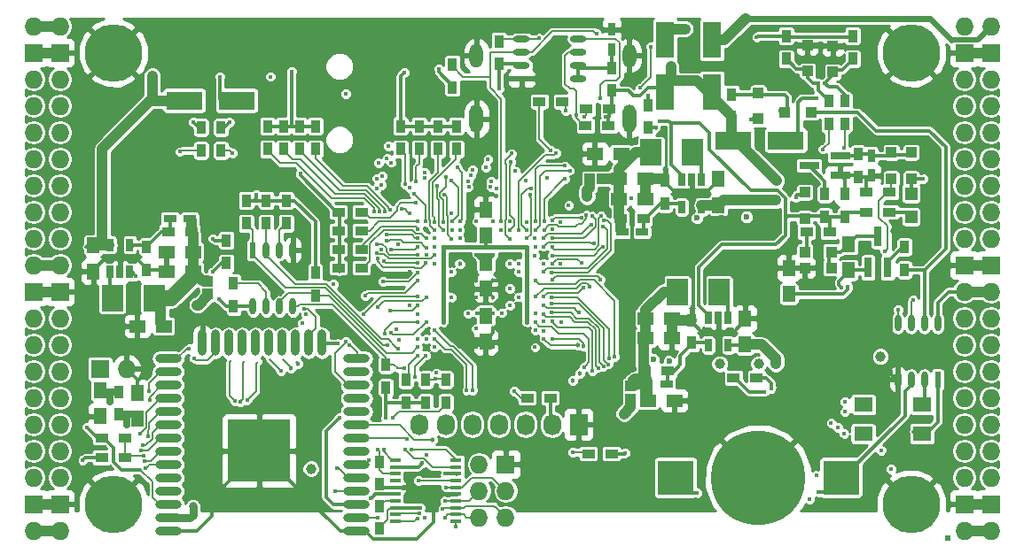
<source format=gbl>
G04 #@! TF.FileFunction,Copper,L4,Bot,Signal*
%FSLAX46Y46*%
G04 Gerber Fmt 4.6, Leading zero omitted, Abs format (unit mm)*
G04 Created by KiCad (PCBNEW 4.0.7+dfsg1-1) date Thu Jan  4 19:54:08 2018*
%MOMM*%
%LPD*%
G01*
G04 APERTURE LIST*
%ADD10C,0.100000*%
%ADD11O,1.727200X1.727200*%
%ADD12R,1.727200X1.727200*%
%ADD13R,0.500000X0.500000*%
%ADD14R,0.900000X1.200000*%
%ADD15R,1.000000X1.000000*%
%ADD16R,1.800000X3.500000*%
%ADD17R,2.000000X2.500000*%
%ADD18R,0.700000X1.200000*%
%ADD19R,1.250000X1.500000*%
%ADD20R,1.500000X1.250000*%
%ADD21R,0.800000X1.900000*%
%ADD22R,1.900000X0.800000*%
%ADD23R,1.200000X0.750000*%
%ADD24R,0.750000X1.200000*%
%ADD25R,1.200000X0.900000*%
%ADD26C,5.500000*%
%ADD27R,1.000000X0.400000*%
%ADD28R,1.727200X2.032000*%
%ADD29O,1.727200X2.032000*%
%ADD30R,3.500000X1.800000*%
%ADD31R,3.500000X3.300000*%
%ADD32C,9.000000*%
%ADD33O,1.300000X2.700000*%
%ADD34O,1.300000X2.300000*%
%ADD35R,0.600000X1.550000*%
%ADD36O,0.600000X1.550000*%
%ADD37R,1.550000X0.600000*%
%ADD38O,1.550000X0.600000*%
%ADD39O,2.500000X0.900000*%
%ADD40O,0.900000X2.500000*%
%ADD41R,6.000000X6.000000*%
%ADD42R,1.800000X1.400000*%
%ADD43R,1.200000X1.200000*%
%ADD44C,0.400000*%
%ADD45C,1.000000*%
%ADD46C,0.600000*%
%ADD47C,0.454000*%
%ADD48C,0.800000*%
%ADD49C,0.700000*%
%ADD50C,0.300000*%
%ADD51C,0.190000*%
%ADD52C,1.000000*%
%ADD53C,0.600000*%
%ADD54C,0.500000*%
%ADD55C,0.800000*%
%ADD56C,0.700000*%
%ADD57C,0.400000*%
%ADD58C,1.500000*%
%ADD59C,0.127000*%
%ADD60C,1.200000*%
%ADD61C,0.200000*%
%ADD62C,0.254000*%
G04 APERTURE END LIST*
D10*
D11*
X97910000Y-62690000D03*
X95370000Y-62690000D03*
D12*
X97910000Y-65230000D03*
X95370000Y-65230000D03*
D11*
X97910000Y-67770000D03*
X95370000Y-67770000D03*
X97910000Y-70310000D03*
X95370000Y-70310000D03*
X97910000Y-72850000D03*
X95370000Y-72850000D03*
X97910000Y-75390000D03*
X95370000Y-75390000D03*
X97910000Y-77930000D03*
X95370000Y-77930000D03*
X97910000Y-80470000D03*
X95370000Y-80470000D03*
X97910000Y-83010000D03*
X95370000Y-83010000D03*
X97910000Y-85550000D03*
X95370000Y-85550000D03*
D12*
X97910000Y-88090000D03*
X95370000Y-88090000D03*
D11*
X97910000Y-90630000D03*
X95370000Y-90630000D03*
X97910000Y-93170000D03*
X95370000Y-93170000D03*
X97910000Y-95710000D03*
X95370000Y-95710000D03*
X97910000Y-98250000D03*
X95370000Y-98250000D03*
X97910000Y-100790000D03*
X95370000Y-100790000D03*
X97910000Y-103330000D03*
X95370000Y-103330000D03*
X97910000Y-105870000D03*
X95370000Y-105870000D03*
D12*
X97910000Y-108410000D03*
X95370000Y-108410000D03*
D11*
X97910000Y-110950000D03*
X95370000Y-110950000D03*
D13*
X182675150Y-111637626D03*
D14*
X103498000Y-99858000D03*
X103498000Y-97658000D03*
D15*
X152393000Y-97142000D03*
X152393000Y-98342000D03*
D16*
X155695000Y-69000000D03*
X155695000Y-64000000D03*
D14*
X154044000Y-72426000D03*
X154044000Y-70226000D03*
D17*
X160870000Y-88090000D03*
X156870000Y-88090000D03*
D18*
X159825000Y-90600000D03*
X160775000Y-90600000D03*
X161725000Y-90600000D03*
X161725000Y-93200000D03*
X159825000Y-93200000D03*
D17*
X102895000Y-88725000D03*
X106895000Y-88725000D03*
D18*
X104575000Y-86215000D03*
X103625000Y-86215000D03*
X102675000Y-86215000D03*
X102675000Y-83615000D03*
X104575000Y-83615000D03*
D17*
X158330000Y-74755000D03*
X154330000Y-74755000D03*
D18*
X157285000Y-77392000D03*
X158235000Y-77392000D03*
X159185000Y-77392000D03*
X159185000Y-79992000D03*
X157285000Y-79992000D03*
D19*
X101085000Y-83665000D03*
X101085000Y-86165000D03*
D20*
X153810000Y-90630000D03*
X156310000Y-90630000D03*
X153810000Y-92535000D03*
X156310000Y-92535000D03*
D19*
X163315000Y-93150000D03*
X163315000Y-90650000D03*
D20*
X151270000Y-79200000D03*
X153770000Y-79200000D03*
X151270000Y-77295000D03*
X153770000Y-77295000D03*
D19*
X160775000Y-79815000D03*
X160775000Y-77315000D03*
D20*
X110590000Y-84280000D03*
X108090000Y-84280000D03*
X110590000Y-86185000D03*
X108090000Y-86185000D03*
D19*
X173221000Y-86038000D03*
X173221000Y-83538000D03*
D21*
X176965000Y-85780000D03*
X175065000Y-85780000D03*
X176015000Y-82780000D03*
D22*
X172435000Y-75075000D03*
X172435000Y-76975000D03*
X169435000Y-76025000D03*
D23*
X153910000Y-96910000D03*
X155810000Y-96910000D03*
X151570000Y-82375000D03*
X153470000Y-82375000D03*
X110290000Y-81105000D03*
X108390000Y-81105000D03*
D24*
X175380000Y-75075000D03*
X175380000Y-76975000D03*
D25*
X169200000Y-82375000D03*
X171400000Y-82375000D03*
D14*
X172840000Y-80935000D03*
X172840000Y-78735000D03*
D25*
X177115000Y-80470000D03*
X174915000Y-80470000D03*
D14*
X174110000Y-74925000D03*
X174110000Y-77125000D03*
X178555000Y-83815000D03*
X178555000Y-86015000D03*
X113785000Y-83180000D03*
X113785000Y-85380000D03*
X170935000Y-80935000D03*
X170935000Y-78735000D03*
X128390000Y-108580000D03*
X128390000Y-110780000D03*
D25*
X150572000Y-103584000D03*
X148372000Y-103584000D03*
X177115000Y-78565000D03*
X174915000Y-78565000D03*
X153760000Y-95640000D03*
X155960000Y-95640000D03*
X110440000Y-82375000D03*
X108240000Y-82375000D03*
X151420000Y-81105000D03*
X153620000Y-81105000D03*
D14*
X158235000Y-90800000D03*
X158235000Y-93000000D03*
X106165000Y-86015000D03*
X106165000Y-83815000D03*
X155695000Y-77465000D03*
X155695000Y-79665000D03*
D25*
X126696000Y-85804000D03*
X124496000Y-85804000D03*
X126696000Y-84026000D03*
X124496000Y-84026000D03*
X126696000Y-82248000D03*
X124496000Y-82248000D03*
X126696000Y-80470000D03*
X124496000Y-80470000D03*
D14*
X130422000Y-74458000D03*
X130422000Y-72258000D03*
X132200000Y-74458000D03*
X132200000Y-72258000D03*
X133978000Y-74458000D03*
X133978000Y-72258000D03*
X135756000Y-74458000D03*
X135756000Y-72258000D03*
D24*
X150589600Y-64910000D03*
X150589600Y-63010000D03*
D11*
X184270000Y-110950000D03*
X186810000Y-110950000D03*
D12*
X184270000Y-108410000D03*
X186810000Y-108410000D03*
D11*
X184270000Y-105870000D03*
X186810000Y-105870000D03*
X184270000Y-103330000D03*
X186810000Y-103330000D03*
X184270000Y-100790000D03*
X186810000Y-100790000D03*
X184270000Y-98250000D03*
X186810000Y-98250000D03*
X184270000Y-95710000D03*
X186810000Y-95710000D03*
X184270000Y-93170000D03*
X186810000Y-93170000D03*
X184270000Y-90630000D03*
X186810000Y-90630000D03*
X184270000Y-88090000D03*
X186810000Y-88090000D03*
D12*
X184270000Y-85550000D03*
X186810000Y-85550000D03*
D11*
X184270000Y-83010000D03*
X186810000Y-83010000D03*
X184270000Y-80470000D03*
X186810000Y-80470000D03*
X184270000Y-77930000D03*
X186810000Y-77930000D03*
X184270000Y-75390000D03*
X186810000Y-75390000D03*
X184270000Y-72850000D03*
X186810000Y-72850000D03*
X184270000Y-70310000D03*
X186810000Y-70310000D03*
X184270000Y-67770000D03*
X186810000Y-67770000D03*
D12*
X184270000Y-65230000D03*
X186810000Y-65230000D03*
D11*
X184270000Y-62690000D03*
X186810000Y-62690000D03*
D26*
X102990000Y-108410000D03*
X179190000Y-108410000D03*
X179190000Y-65230000D03*
X102990000Y-65230000D03*
D14*
X162045000Y-71410000D03*
X162045000Y-69210000D03*
X139820000Y-66330000D03*
X139820000Y-64130000D03*
X135375000Y-68532000D03*
X135375000Y-66332000D03*
X150615000Y-68870000D03*
X150615000Y-66670000D03*
D25*
X150275000Y-72215000D03*
X148075000Y-72215000D03*
X150380000Y-70600000D03*
X148180000Y-70600000D03*
D27*
X135735000Y-104215000D03*
X135735000Y-104865000D03*
X135735000Y-105515000D03*
X135735000Y-106165000D03*
X135735000Y-106815000D03*
X135735000Y-107465000D03*
X135735000Y-108115000D03*
X135735000Y-108765000D03*
X135735000Y-109415000D03*
X135735000Y-110065000D03*
X129935000Y-110065000D03*
X129935000Y-109415000D03*
X129935000Y-108765000D03*
X129935000Y-108115000D03*
X129935000Y-107465000D03*
X129935000Y-106815000D03*
X129935000Y-106165000D03*
X129935000Y-105515000D03*
X129935000Y-104865000D03*
X129935000Y-104215000D03*
D14*
X119500000Y-79370000D03*
X119500000Y-81570000D03*
X114480000Y-89500000D03*
X114480000Y-87300000D03*
X129025000Y-97275000D03*
X129025000Y-95075000D03*
X117595000Y-79370000D03*
X117595000Y-81570000D03*
X122280000Y-86300000D03*
X122280000Y-88500000D03*
X115690000Y-79370000D03*
X115690000Y-81570000D03*
D25*
X144730000Y-98250000D03*
X142530000Y-98250000D03*
D14*
X132835000Y-98715000D03*
X132835000Y-96515000D03*
X130930000Y-98715000D03*
X130930000Y-96515000D03*
D25*
X101890000Y-103965000D03*
X104090000Y-103965000D03*
D12*
X101720000Y-95456000D03*
D11*
X104260000Y-95456000D03*
D25*
X104090000Y-102060000D03*
X101890000Y-102060000D03*
D19*
X167506000Y-88324000D03*
X167506000Y-85824000D03*
D25*
X164415000Y-96345000D03*
X162215000Y-96345000D03*
D14*
X167252000Y-65822000D03*
X167252000Y-63622000D03*
D12*
X140455000Y-104600000D03*
D11*
X137915000Y-104600000D03*
X140455000Y-107140000D03*
X137915000Y-107140000D03*
X140455000Y-109680000D03*
X137915000Y-109680000D03*
D19*
X138550000Y-90396000D03*
X138550000Y-92896000D03*
X138550000Y-82736000D03*
X138550000Y-80236000D03*
X138550000Y-85316000D03*
X138550000Y-87816000D03*
X101720000Y-97508000D03*
X101720000Y-100008000D03*
D14*
X113277000Y-74585000D03*
X113277000Y-72385000D03*
X111372000Y-74585000D03*
X111372000Y-72385000D03*
X172840000Y-72045000D03*
X172840000Y-69845000D03*
X171316000Y-72045000D03*
X171316000Y-69845000D03*
D28*
X147440000Y-100790000D03*
D29*
X144900000Y-100790000D03*
X142360000Y-100790000D03*
X139820000Y-100790000D03*
X137280000Y-100790000D03*
X134740000Y-100790000D03*
X132200000Y-100790000D03*
D19*
X105276000Y-100262000D03*
X105276000Y-97762000D03*
D30*
X109761000Y-69802000D03*
X114761000Y-69802000D03*
X167212000Y-73612000D03*
X162212000Y-73612000D03*
D16*
X160140000Y-64000000D03*
X160140000Y-69000000D03*
D20*
X154064000Y-98504000D03*
X156564000Y-98504000D03*
X107796000Y-91392000D03*
X105296000Y-91392000D03*
X151484000Y-74882000D03*
X148984000Y-74882000D03*
D14*
X173602000Y-65822000D03*
X173602000Y-63622000D03*
X134740000Y-96515000D03*
X134740000Y-98715000D03*
D31*
X172485000Y-105870000D03*
X156685000Y-105870000D03*
D32*
X164585000Y-105870000D03*
D15*
X169284000Y-66988000D03*
X169284000Y-64488000D03*
X171697000Y-67081000D03*
X171697000Y-64581000D03*
X169050000Y-84280000D03*
X171550000Y-84280000D03*
X169030000Y-81085000D03*
X169030000Y-78585000D03*
X171550000Y-85804000D03*
X169050000Y-85804000D03*
X179190000Y-77275000D03*
X179190000Y-74775000D03*
X177285000Y-74775000D03*
X177285000Y-77275000D03*
X167145000Y-70945000D03*
X169645000Y-70945000D03*
X164585000Y-69060000D03*
X164585000Y-71560000D03*
X112007000Y-87109000D03*
X112007000Y-88309000D03*
X149691000Y-77295000D03*
X148491000Y-77295000D03*
D14*
X128390000Y-106546000D03*
X128390000Y-104346000D03*
X117722000Y-74458000D03*
X117722000Y-72258000D03*
X119246000Y-74458000D03*
X119246000Y-72258000D03*
X120770000Y-74458000D03*
X120770000Y-72258000D03*
X122294000Y-74458000D03*
X122294000Y-72258000D03*
D25*
X145880000Y-69900000D03*
X143680000Y-69900000D03*
D33*
X152280000Y-71550000D03*
X137680000Y-71550000D03*
D34*
X137680000Y-65500000D03*
X152280000Y-65500000D03*
D35*
X181730000Y-96505000D03*
D36*
X180460000Y-96505000D03*
X179190000Y-96505000D03*
X177920000Y-96505000D03*
X177920000Y-91105000D03*
X179190000Y-91105000D03*
X180460000Y-91105000D03*
X181730000Y-91105000D03*
D37*
X141980000Y-67706500D03*
D38*
X141980000Y-66436500D03*
X141980000Y-65166500D03*
X141980000Y-63896500D03*
X147380000Y-63896500D03*
X147380000Y-65166500D03*
X147380000Y-66436500D03*
X147380000Y-67706500D03*
D35*
X116325000Y-84120000D03*
D36*
X117595000Y-84120000D03*
X118865000Y-84120000D03*
X120135000Y-84120000D03*
X120135000Y-89520000D03*
X118865000Y-89520000D03*
X117595000Y-89520000D03*
X116325000Y-89520000D03*
D39*
X126230000Y-111000000D03*
X126230000Y-109730000D03*
X126230000Y-108460000D03*
X126230000Y-107190000D03*
X126230000Y-105920000D03*
X126230000Y-104650000D03*
X126230000Y-103380000D03*
X126230000Y-102110000D03*
X126230000Y-100840000D03*
X126230000Y-99570000D03*
X126230000Y-98300000D03*
X126230000Y-97030000D03*
X126230000Y-95760000D03*
X126230000Y-94490000D03*
D40*
X122945000Y-93000000D03*
X121675000Y-93000000D03*
X120405000Y-93000000D03*
X119135000Y-93000000D03*
X117865000Y-93000000D03*
X116595000Y-93000000D03*
X115325000Y-93000000D03*
X114055000Y-93000000D03*
X112785000Y-93000000D03*
X111515000Y-93000000D03*
D39*
X108230000Y-94490000D03*
X108230000Y-95760000D03*
X108230000Y-97030000D03*
X108230000Y-98300000D03*
X108230000Y-99570000D03*
X108230000Y-100840000D03*
X108230000Y-102110000D03*
X108230000Y-103380000D03*
X108230000Y-104650000D03*
X108230000Y-105920000D03*
X108230000Y-107190000D03*
X108230000Y-108460000D03*
X108230000Y-109730000D03*
X108230000Y-111000000D03*
D41*
X116930000Y-103300000D03*
D42*
X180212000Y-98882000D03*
X174612000Y-98882000D03*
X174612000Y-101682000D03*
X180212000Y-101682000D03*
D43*
X179190000Y-78735000D03*
X179190000Y-80935000D03*
D44*
X144103496Y-84660400D03*
D45*
X177658444Y-82281349D03*
D44*
X145680000Y-81405125D03*
X145691238Y-94166752D03*
X145759873Y-91010176D03*
D46*
X152525938Y-81463870D03*
D45*
X162956098Y-95078488D03*
X158539988Y-94868772D03*
D46*
X161075765Y-80992022D03*
X164882869Y-80938986D03*
X156262773Y-81349374D03*
X123437000Y-108972000D03*
D44*
X132871770Y-84533979D03*
X132862998Y-82124544D03*
X131278306Y-86213101D03*
X135281276Y-80583119D03*
X131279502Y-89407325D03*
X170309539Y-85441529D03*
X145672808Y-85396062D03*
X133216000Y-107465000D03*
X137680000Y-88600000D03*
X142480000Y-95000000D03*
X141680000Y-92600000D03*
X140836000Y-84534000D03*
X135284627Y-94985297D03*
X135288625Y-94225619D03*
X134455822Y-94267172D03*
X136095958Y-93369652D03*
D47*
X139264636Y-91615205D03*
D45*
X116880503Y-64802940D03*
X106974809Y-64953974D03*
X175210328Y-64948943D03*
X165417246Y-64954666D03*
D44*
X175495631Y-71457432D03*
X177285000Y-95710000D03*
X140880000Y-81400000D03*
X136085174Y-89394826D03*
X140874194Y-91433353D03*
X142480000Y-94200000D03*
X140880000Y-93400000D03*
X139280000Y-93400000D03*
X137680000Y-93400000D03*
X136880000Y-92600000D03*
X135280000Y-92600000D03*
X132880000Y-91800000D03*
X132880000Y-93400000D03*
D47*
X141042859Y-86994997D03*
X139280000Y-87000000D03*
X136110990Y-86995403D03*
X137680000Y-87000000D03*
X136080000Y-84600000D03*
X139280000Y-88600000D03*
D45*
X106720415Y-67436305D03*
X166284693Y-95025145D03*
X166248957Y-79348409D03*
X166343357Y-77477990D03*
D44*
X172564535Y-87722010D03*
D45*
X121861867Y-105030174D03*
D44*
X150030853Y-71331848D03*
D45*
X156235582Y-66548363D03*
X101932065Y-82585048D03*
D44*
X127586603Y-107875044D03*
D45*
X157600000Y-62944000D03*
D44*
X165803369Y-97344883D03*
D45*
X148237462Y-79019093D03*
D44*
X148271935Y-77558071D03*
X117976000Y-67516000D03*
D45*
X160905403Y-95006436D03*
D46*
X158731133Y-81048929D03*
X154593901Y-94607945D03*
X156088245Y-94762980D03*
D45*
X164625730Y-94982471D03*
D46*
X163462982Y-80942429D03*
D45*
X176254940Y-94288458D03*
D48*
X110593913Y-108636458D03*
D44*
X180340784Y-77316932D03*
X173137949Y-87594275D03*
D49*
X102710050Y-98594954D03*
D44*
X154794000Y-72426000D03*
X129005202Y-100174798D03*
X137659051Y-91638034D03*
X139820000Y-68665673D03*
X172834633Y-99599920D03*
X172879922Y-98618650D03*
X176305593Y-103279812D03*
X164433885Y-63737451D03*
X134079160Y-66786153D03*
X116654336Y-78777990D03*
X112515000Y-83010000D03*
X100080000Y-104200000D03*
X113080000Y-88800000D03*
X135273306Y-88618602D03*
X139272517Y-84611349D03*
X137680556Y-84534085D03*
X141680000Y-86200000D03*
X135280000Y-86200000D03*
X132880000Y-92600000D03*
X132080000Y-92600000D03*
X141680000Y-88600000D03*
X141680000Y-85400000D03*
X121401947Y-90251871D03*
X129988160Y-91721995D03*
X130302262Y-92700329D03*
X121041200Y-91125073D03*
D45*
X110991000Y-89360000D03*
D44*
X142480000Y-91000000D03*
X142480000Y-83800000D03*
X134480000Y-83800000D03*
X134480000Y-91000000D03*
X105160274Y-86610828D03*
X125193541Y-69156848D03*
X155149360Y-71764535D03*
X170182962Y-69571012D03*
X170362901Y-107286196D03*
X158716651Y-107325176D03*
X128216338Y-109760338D03*
X132708000Y-109680000D03*
X137295592Y-97538017D03*
X134750646Y-106810513D03*
X133680000Y-91800000D03*
X136740903Y-97514503D03*
X134675868Y-108131585D03*
D47*
X133449289Y-102232615D03*
D44*
X133680000Y-92600000D03*
X132936956Y-103711000D03*
X127385678Y-104203668D03*
X133685482Y-93402296D03*
X134463998Y-108841973D03*
X131039072Y-102187000D03*
X131808905Y-96227367D03*
X134636872Y-109719950D03*
X132846234Y-94197073D03*
X176700000Y-84220000D03*
X143260000Y-84620000D03*
X120834553Y-76779094D03*
X130761990Y-67119621D03*
X147186000Y-71200000D03*
X147983153Y-71347080D03*
X149475951Y-69619684D03*
X153297112Y-68608292D03*
X177926984Y-89812061D03*
X154329326Y-64643767D03*
X152497066Y-79193467D03*
X146481406Y-79819384D03*
X143650666Y-63862520D03*
X179351513Y-88868327D03*
X149134122Y-63424051D03*
X140035989Y-81400000D03*
X115759823Y-98502036D03*
X132083026Y-86260405D03*
X128776655Y-87135140D03*
X119008515Y-95662939D03*
D47*
X119978162Y-95412951D03*
X120634035Y-94977604D03*
D44*
X113157250Y-67567056D03*
X146180000Y-70800000D03*
X131453853Y-103208291D03*
X149771692Y-81825658D03*
X144080000Y-86200000D03*
X149533922Y-86909940D03*
X144894316Y-86977564D03*
X144896700Y-83835368D03*
X149549750Y-80868432D03*
D47*
X147343891Y-93217126D03*
D44*
X144113248Y-92588762D03*
X144875155Y-86292748D03*
X149846468Y-81303978D03*
X148696112Y-80861847D03*
X144916886Y-82991356D03*
D47*
X147915304Y-93322307D03*
D44*
X144882352Y-92577990D03*
X144902941Y-90956495D03*
X148747982Y-95669626D03*
X144867244Y-90112484D03*
X149795895Y-95251084D03*
X144855814Y-89268481D03*
X150278898Y-95040253D03*
X150345974Y-94517527D03*
X144877648Y-88622010D03*
X150889207Y-94332565D03*
X143280000Y-87000000D03*
X130807074Y-95454141D03*
X130171404Y-93544341D03*
X132080000Y-93400000D03*
X129196652Y-93209125D03*
X133852393Y-95875797D03*
X141280000Y-97600000D03*
X133762848Y-96395146D03*
X132080000Y-94200000D03*
X128610772Y-84072485D03*
X105895603Y-103765816D03*
X130839486Y-103208291D03*
X132075624Y-89410644D03*
X129449238Y-89926948D03*
X128806823Y-103185900D03*
X128251440Y-89564206D03*
X132162861Y-106185868D03*
X132880000Y-88600000D03*
X124329568Y-104994951D03*
X127040053Y-88481065D03*
X132080000Y-87000000D03*
X125499542Y-93250681D03*
X124202418Y-107207639D03*
X109323798Y-74706222D03*
X132024412Y-109766775D03*
X114371508Y-74859518D03*
X132219727Y-109277292D03*
X135315381Y-81391918D03*
X135280062Y-77463305D03*
X134471370Y-81406751D03*
X134758050Y-77130140D03*
X132761172Y-77202673D03*
X132737245Y-76676207D03*
X128644933Y-77050030D03*
X128152012Y-77257840D03*
X128125571Y-78233647D03*
X110718734Y-94451783D03*
X128590544Y-77894041D03*
X110249038Y-93533767D03*
X106368514Y-97598098D03*
X131253134Y-78134216D03*
X106477197Y-98487772D03*
X132783339Y-81400004D03*
X131709326Y-78745875D03*
X132079024Y-82984045D03*
X129109095Y-82655074D03*
X105572759Y-101661319D03*
X106276126Y-101893466D03*
X132880889Y-83897835D03*
X129054383Y-83179239D03*
X129487667Y-84079929D03*
X132083682Y-83828056D03*
X105813763Y-102819336D03*
X132062099Y-84533979D03*
X128165458Y-83528763D03*
X105627254Y-103312241D03*
X128183315Y-84380742D03*
X105992720Y-104283802D03*
X133671942Y-84595200D03*
X132834641Y-85377990D03*
X128203260Y-84907376D03*
X106088753Y-104974041D03*
D47*
X146862501Y-96617499D03*
X147534467Y-95913260D03*
D44*
X147927932Y-95329243D03*
X143280000Y-91000000D03*
X149284391Y-95377990D03*
X144077013Y-90266968D03*
X147430953Y-90112484D03*
X144076240Y-89395301D03*
X143281824Y-90201951D03*
X144102010Y-85397219D03*
X144889349Y-85448737D03*
X147687390Y-85374093D03*
X148610661Y-81705858D03*
X144102010Y-83000000D03*
X144888125Y-82147345D03*
X147910791Y-87683418D03*
X144082832Y-88584510D03*
X148483539Y-87608166D03*
X143278026Y-88595030D03*
X148175253Y-80781550D03*
X144125486Y-82186468D03*
X147688311Y-80983115D03*
X144880008Y-81303333D03*
X139280000Y-81400000D03*
X139578623Y-78205862D03*
X139034115Y-78040948D03*
X139046749Y-77514088D03*
X138580000Y-76200000D03*
X138779198Y-75400762D03*
X137680000Y-81400000D03*
X137308732Y-76415018D03*
X137106948Y-76979922D03*
X136859538Y-77550820D03*
X136922059Y-78097889D03*
X136096392Y-81395070D03*
X135830698Y-76200613D03*
X149732494Y-83807694D03*
X144912409Y-84635817D03*
X148921512Y-83442010D03*
X144103186Y-83777990D03*
X142841210Y-78784254D03*
X142473549Y-82998913D03*
X142864275Y-78217369D03*
X142437464Y-82181475D03*
X146089079Y-77300571D03*
X144144931Y-81387081D03*
X144394875Y-77219934D03*
X146577729Y-76500816D03*
X143281475Y-82206074D03*
X146130802Y-76060132D03*
X143300920Y-81377293D03*
X145255695Y-74817220D03*
X141662690Y-82207782D03*
X142456909Y-81405800D03*
X140030954Y-82200000D03*
X141342967Y-76554996D03*
X141046643Y-74873804D03*
X140864029Y-83041403D03*
X140874966Y-82177164D03*
X140980062Y-75681941D03*
X115149319Y-98625494D03*
X131847310Y-79589886D03*
X132080000Y-81400000D03*
X132080007Y-82103333D03*
X132872609Y-82968555D03*
X133627359Y-81414685D03*
X133648389Y-82190597D03*
X131923295Y-77584853D03*
X130856828Y-77786820D03*
X129477855Y-92000822D03*
X132880000Y-91000000D03*
X128879646Y-92111037D03*
X132077648Y-90977990D03*
X131275302Y-80595752D03*
X130489904Y-80167235D03*
X128823114Y-85153560D03*
X132072985Y-85377990D03*
X134476508Y-82180155D03*
X133942383Y-77980766D03*
X163908850Y-71651861D03*
X135656559Y-110610712D03*
X132468001Y-104503413D03*
X146844288Y-103452739D03*
D49*
X104260000Y-100790000D03*
D44*
X114604320Y-98573680D03*
X112515000Y-86185000D03*
X165170594Y-97666317D03*
X170157734Y-105666345D03*
X169506589Y-107953726D03*
X170735900Y-74464979D03*
X143257990Y-83000000D03*
X168166438Y-79108038D03*
X151896383Y-103510715D03*
X114075797Y-71903914D03*
X110632496Y-71877629D03*
X143269694Y-93414905D03*
X177274002Y-105079115D03*
X172761273Y-101651681D03*
X143280000Y-91800000D03*
X172193360Y-101105663D03*
X144064831Y-91877646D03*
X144080000Y-90956495D03*
X171540304Y-100645743D03*
X135320520Y-82196441D03*
X129493343Y-75737814D03*
X136080000Y-82200000D03*
X129125079Y-75315804D03*
X136080000Y-83000000D03*
X129252218Y-74142461D03*
X142377451Y-77497451D03*
X172746637Y-74347988D03*
X143280000Y-83800000D03*
X170300000Y-68151000D03*
X170950000Y-68125562D03*
X125167387Y-92841517D03*
X121206217Y-89762554D03*
X132082956Y-90210779D03*
X182675150Y-111637626D03*
X124027706Y-87347706D03*
X124027707Y-87347707D03*
X166678914Y-70803555D03*
X129660000Y-100155000D03*
X124580000Y-100155000D03*
X132084049Y-88558274D03*
X126880008Y-90276109D03*
X128280000Y-103200000D03*
X120008000Y-67008000D03*
X133680000Y-83000000D03*
X129457990Y-80285112D03*
X133680000Y-83800000D03*
X128943593Y-80399729D03*
X130204628Y-83599483D03*
X128416582Y-80399850D03*
X127889625Y-80407426D03*
X133680000Y-85400000D03*
X144780000Y-74590382D03*
X124453000Y-93043000D03*
X137689001Y-90122990D03*
D45*
X151758000Y-99774000D03*
D44*
X136885174Y-90194826D03*
X140094890Y-90122990D03*
X139280000Y-90122990D03*
X140880000Y-89400000D03*
X140880000Y-87800000D03*
X140880000Y-85400000D03*
D47*
X136080000Y-85400000D03*
D44*
X128333179Y-75769807D03*
X134613000Y-78819000D03*
X135280000Y-83022010D03*
X154052298Y-69302298D03*
X100450000Y-101044000D03*
X132285867Y-108754446D03*
X134707351Y-105508447D03*
D50*
X155822000Y-83645000D02*
X155822000Y-81790147D01*
X155822000Y-81790147D02*
X156262773Y-81349374D01*
X153039876Y-83645000D02*
X155822000Y-83645000D01*
X152525938Y-83131062D02*
X153039876Y-83645000D01*
X152525938Y-81463870D02*
X152525938Y-83131062D01*
D51*
X138029000Y-66332000D02*
X138115000Y-66246000D01*
D50*
X133415999Y-107664999D02*
X133216000Y-107465000D01*
X133612013Y-107861013D02*
X133415999Y-107664999D01*
X131991648Y-111780338D02*
X133612013Y-110159973D01*
X127810434Y-111780338D02*
X131991648Y-111780338D01*
X133612013Y-110159973D02*
X133612013Y-107861013D01*
X127060434Y-111030338D02*
X127810434Y-111780338D01*
X126260434Y-111030338D02*
X127060434Y-111030338D01*
D52*
X184270000Y-108410000D02*
X186810000Y-108410000D01*
X184270000Y-85550000D02*
X186810000Y-85550000D01*
X184270000Y-65230000D02*
X186810000Y-65230000D01*
X95370000Y-65230000D02*
X97910000Y-65230000D01*
X95370000Y-88090000D02*
X97910000Y-88090000D01*
X95370000Y-108410000D02*
X97910000Y-108410000D01*
D50*
X108260434Y-111030338D02*
X109060434Y-111030338D01*
X109060434Y-111030338D02*
X109140772Y-110950000D01*
X110957617Y-110950000D02*
X112380000Y-109527617D01*
X109140772Y-110950000D02*
X110957617Y-110950000D01*
X112380000Y-109527617D02*
X112380000Y-107854384D01*
X112380000Y-107854384D02*
X116904046Y-103330338D01*
X116904046Y-103330338D02*
X116960434Y-103330338D01*
X167506000Y-85824000D02*
X169927068Y-85824000D01*
X169927068Y-85824000D02*
X170109540Y-85641528D01*
X170109540Y-85641528D02*
X170309539Y-85441529D01*
X104260000Y-95456000D02*
X105276000Y-96472000D01*
X105276000Y-96472000D02*
X105276000Y-97762000D01*
X133216000Y-107465000D02*
X132214478Y-107465000D01*
X135735000Y-107465000D02*
X133216000Y-107465000D01*
X132214478Y-107465000D02*
X131572496Y-106823018D01*
X131572496Y-106823018D02*
X129919874Y-106823018D01*
X126260434Y-111030338D02*
X124660659Y-111030338D01*
X124660659Y-111030338D02*
X116960659Y-103330338D01*
X116960659Y-103330338D02*
X116960434Y-103330338D01*
X129935000Y-106815000D02*
X128659000Y-106815000D01*
X128659000Y-106815000D02*
X128390000Y-106546000D01*
X128390000Y-106546000D02*
X128558000Y-106546000D01*
X136126306Y-93400000D02*
X136095958Y-93369652D01*
X136880000Y-92600000D02*
X136110348Y-93369652D01*
X136049652Y-93369652D02*
X136095958Y-93369652D01*
X137680000Y-93400000D02*
X136126306Y-93400000D01*
X135280000Y-92600000D02*
X136049652Y-93369652D01*
X136110348Y-93369652D02*
X136095958Y-93369652D01*
X139264636Y-92054364D02*
X139264636Y-91936231D01*
X139264636Y-91936231D02*
X139264636Y-91615205D01*
X138550000Y-92769000D02*
X139264636Y-92054364D01*
X136880000Y-92600000D02*
X137680000Y-93400000D01*
X136880000Y-92600000D02*
X138381000Y-92600000D01*
X138381000Y-92600000D02*
X138550000Y-92769000D01*
X135280000Y-92600000D02*
X136880000Y-92600000D01*
X138550000Y-92769000D02*
X138649000Y-92769000D01*
X138649000Y-92769000D02*
X139280000Y-93400000D01*
X138550000Y-92769000D02*
X138311000Y-92769000D01*
X138311000Y-92769000D02*
X137680000Y-93400000D01*
X175042385Y-64781000D02*
X175210328Y-64948943D01*
X171697000Y-64781000D02*
X175042385Y-64781000D01*
X165683912Y-64688000D02*
X165417246Y-64954666D01*
X169284000Y-64688000D02*
X165683912Y-64688000D01*
X169284000Y-64688000D02*
X171604000Y-64688000D01*
X171604000Y-64688000D02*
X171697000Y-64781000D01*
X177285000Y-95710000D02*
X177285000Y-95964000D01*
X177285000Y-95964000D02*
X177920000Y-96599000D01*
X102210000Y-84915000D02*
X103625000Y-84915000D01*
X103625000Y-84915000D02*
X105215000Y-84915000D01*
X103625000Y-86215000D02*
X103625000Y-84915000D01*
X105215000Y-84915000D02*
X106165000Y-85865000D01*
X106165000Y-85865000D02*
X106165000Y-86015000D01*
X101085000Y-86165000D02*
X101085000Y-86040000D01*
X101085000Y-86040000D02*
X102210000Y-84915000D01*
X106165000Y-86015000D02*
X107920000Y-86015000D01*
X107920000Y-86015000D02*
X108090000Y-86185000D01*
D52*
X153770000Y-77295000D02*
X155525000Y-77295000D01*
D50*
X155525000Y-77295000D02*
X155695000Y-77465000D01*
D52*
X153770000Y-79200000D02*
X153770000Y-77295000D01*
D50*
X174110000Y-77125000D02*
X174745000Y-77125000D01*
X174745000Y-77125000D02*
X175230000Y-77125000D01*
X174915000Y-78565000D02*
X174915000Y-77295000D01*
X174915000Y-77295000D02*
X174745000Y-77125000D01*
X172840000Y-78735000D02*
X172840000Y-77380000D01*
X172840000Y-77380000D02*
X172435000Y-76975000D01*
X175230000Y-77125000D02*
X175380000Y-76975000D01*
X172435000Y-76975000D02*
X173960000Y-76975000D01*
X173960000Y-76975000D02*
X174110000Y-77125000D01*
X137680000Y-86200000D02*
X137680000Y-86600000D01*
X136080000Y-84600000D02*
X137680000Y-86200000D01*
X159850000Y-78365000D02*
X158235000Y-78365000D01*
X158235000Y-78365000D02*
X156445000Y-78365000D01*
X158235000Y-77235000D02*
X158235000Y-78365000D01*
X160775000Y-77315000D02*
X160775000Y-77440000D01*
X160775000Y-77440000D02*
X159850000Y-78365000D01*
X156445000Y-78365000D02*
X155695000Y-77615000D01*
X155695000Y-77615000D02*
X155695000Y-77465000D01*
D52*
X156310000Y-90630000D02*
X156310000Y-92535000D01*
X158235000Y-90800000D02*
X156480000Y-90800000D01*
D50*
X156480000Y-90800000D02*
X156310000Y-90630000D01*
X163315000Y-90650000D02*
X163315000Y-90834602D01*
X163315000Y-90834602D02*
X162249602Y-91900000D01*
X162249602Y-91900000D02*
X160775000Y-91900000D01*
X101085000Y-86165000D02*
X101085000Y-85929893D01*
X106165000Y-85944374D02*
X106165000Y-86015000D01*
X159185000Y-91900000D02*
X160775000Y-91900000D01*
X160775000Y-90600000D02*
X160775000Y-91900000D01*
X158235000Y-90800000D02*
X158235000Y-90950000D01*
X158235000Y-90950000D02*
X159185000Y-91900000D01*
X108090000Y-84280000D02*
X108090000Y-86185000D01*
X107625000Y-84745000D02*
X108090000Y-84280000D01*
X108070000Y-84260000D02*
X108090000Y-84280000D01*
X141037856Y-87000000D02*
X141042859Y-86994997D01*
X139280000Y-87000000D02*
X141037856Y-87000000D01*
X136432016Y-86995403D02*
X136110990Y-86995403D01*
X137284597Y-86995403D02*
X136432016Y-86995403D01*
X137680000Y-86600000D02*
X137284597Y-86995403D01*
X137680000Y-86600000D02*
X137680000Y-87000000D01*
D52*
X106720415Y-69627585D02*
X106720415Y-68143411D01*
X106407114Y-69940886D02*
X106720415Y-69627585D01*
X106720415Y-68143411D02*
X106720415Y-67436305D01*
X166284693Y-94494693D02*
X166284693Y-95025145D01*
X164940000Y-93150000D02*
X166284693Y-94494693D01*
X163315000Y-93150000D02*
X164940000Y-93150000D01*
X165541851Y-79348409D02*
X166248957Y-79348409D01*
X161241591Y-79348409D02*
X165541851Y-79348409D01*
X160790000Y-79800000D02*
X161241591Y-79348409D01*
D50*
X150615000Y-68870000D02*
X152180000Y-68870000D01*
X153331001Y-69348999D02*
X152658999Y-69348999D01*
X152658999Y-69348999D02*
X152180000Y-68870000D01*
X154087002Y-68592998D02*
X155287998Y-68592998D01*
X153331001Y-69348999D02*
X154087002Y-68592998D01*
X155287998Y-68592998D02*
X155695000Y-69000000D01*
D52*
X162045000Y-71410000D02*
X162045000Y-73179633D01*
X162045000Y-73179633D02*
X165843358Y-76977991D01*
X165843358Y-76977991D02*
X166343357Y-77477990D01*
D50*
X101085000Y-83665000D02*
X101684316Y-83665000D01*
X101684316Y-83665000D02*
X101913492Y-83435824D01*
D52*
X101913492Y-83435824D02*
X101913492Y-82603621D01*
D50*
X101913492Y-82603621D02*
X101932065Y-82585048D01*
X172296000Y-87453475D02*
X172364536Y-87522011D01*
X172364536Y-87522011D02*
X172564535Y-87722010D01*
X172296000Y-87088000D02*
X172296000Y-87453475D01*
X173221000Y-86038000D02*
X173221000Y-86163000D01*
X173221000Y-86163000D02*
X172296000Y-87088000D01*
X150275000Y-71465000D02*
X150380000Y-71360000D01*
X150380000Y-71360000D02*
X150380000Y-70600000D01*
X150615000Y-70935000D02*
X150615000Y-69995990D01*
X150615000Y-69995990D02*
X150615000Y-68870000D01*
X150313695Y-71331848D02*
X150030853Y-71331848D01*
X150141848Y-71331848D02*
X150030853Y-71331848D01*
X150275000Y-71465000D02*
X150141848Y-71331848D01*
X150275000Y-72215000D02*
X150275000Y-71465000D01*
X160140000Y-69000000D02*
X160140000Y-69850000D01*
X160140000Y-69850000D02*
X161700000Y-71410000D01*
D52*
X156235582Y-67716832D02*
X156235582Y-66548363D01*
X158681338Y-67896338D02*
X156415088Y-67896338D01*
X156415088Y-67896338D02*
X156235582Y-67716832D01*
D50*
X156235582Y-66578582D02*
X156235582Y-66548363D01*
D52*
X101932065Y-81877942D02*
X101932065Y-82585048D01*
X101932065Y-74415935D02*
X101932065Y-81877942D01*
X106407114Y-69940886D02*
X101932065Y-74415935D01*
D50*
X110610000Y-69548000D02*
X110610000Y-69802000D01*
D52*
X109975000Y-69802000D02*
X106546000Y-69802000D01*
X106546000Y-69802000D02*
X106419000Y-69929000D01*
X106419000Y-69929000D02*
X106407114Y-69940886D01*
D50*
X106419000Y-69675000D02*
X106419000Y-69929000D01*
X100572432Y-83665000D02*
X100424079Y-83813353D01*
X101085000Y-83665000D02*
X100572432Y-83665000D01*
X160790000Y-79800000D02*
X160775000Y-79815000D01*
X160775000Y-79940000D02*
X160775000Y-79815000D01*
X164925000Y-93150000D02*
X164240000Y-93150000D01*
X164240000Y-93150000D02*
X163315000Y-93150000D01*
X101085000Y-83665000D02*
X101085000Y-83790000D01*
D52*
X159185000Y-79835000D02*
X160755000Y-79835000D01*
D50*
X160755000Y-79835000D02*
X160775000Y-79815000D01*
X161725000Y-93200000D02*
X163265000Y-93200000D01*
X163265000Y-93200000D02*
X163315000Y-93150000D01*
X173221000Y-86038000D02*
X174807000Y-86038000D01*
X174807000Y-86038000D02*
X175065000Y-85780000D01*
D52*
X101085000Y-83665000D02*
X102625000Y-83665000D01*
D50*
X102625000Y-83665000D02*
X102675000Y-83615000D01*
X161700000Y-71410000D02*
X162045000Y-71410000D01*
D52*
X162045000Y-71410000D02*
X162045000Y-71260000D01*
X162045000Y-71260000D02*
X158681338Y-67896338D01*
D50*
X162045000Y-71753000D02*
X162045000Y-71410000D01*
X127786602Y-107675045D02*
X127586603Y-107875044D01*
X129935000Y-107465000D02*
X127996647Y-107465000D01*
X127996647Y-107465000D02*
X127786602Y-107675045D01*
X155695000Y-64000000D02*
X155695000Y-63368337D01*
X155695000Y-63368337D02*
X156119337Y-62944000D01*
D52*
X156119337Y-62944000D02*
X157600000Y-62944000D01*
X160140000Y-64000000D02*
X161340000Y-64000000D01*
X161340000Y-64000000D02*
X163399217Y-61940783D01*
D53*
X163399217Y-61940783D02*
X180980783Y-61940783D01*
D54*
X185540000Y-63960000D02*
X186810000Y-62690000D01*
D53*
X180980783Y-61940783D02*
X183000000Y-63960000D01*
D54*
X183000000Y-63960000D02*
X185540000Y-63960000D01*
D50*
X179190000Y-78735000D02*
X179190000Y-77275000D01*
X165803369Y-96833369D02*
X165803369Y-97062041D01*
X165315000Y-96345000D02*
X165803369Y-96833369D01*
X165803369Y-97062041D02*
X165803369Y-97344883D01*
X164415000Y-96345000D02*
X165315000Y-96345000D01*
D52*
X148202000Y-78413082D02*
X148202454Y-78413536D01*
D50*
X148491000Y-77295000D02*
X148491000Y-77339006D01*
X148491000Y-77339006D02*
X148471934Y-77358072D01*
X148471934Y-77358072D02*
X148271935Y-77558071D01*
X148202000Y-78022023D02*
X148271935Y-77952088D01*
X148271935Y-77952088D02*
X148271935Y-77840913D01*
D52*
X148202454Y-78413536D02*
X148202454Y-78984085D01*
X148202454Y-78984085D02*
X148237462Y-79019093D01*
D50*
X148271935Y-77840913D02*
X148271935Y-77558071D01*
D55*
X110593913Y-109202143D02*
X110593913Y-108636458D01*
X110593913Y-109476859D02*
X110593913Y-109202143D01*
X110310434Y-109760338D02*
X110593913Y-109476859D01*
X108260434Y-109760338D02*
X110310434Y-109760338D01*
D50*
X179190000Y-77075000D02*
X179431932Y-77316932D01*
X179431932Y-77316932D02*
X180057942Y-77316932D01*
X180057942Y-77316932D02*
X180340784Y-77316932D01*
D52*
X184270000Y-110950000D02*
X186810000Y-110950000D01*
X184270000Y-88090000D02*
X186810000Y-88090000D01*
X95370000Y-62690000D02*
X97910000Y-62690000D01*
X95370000Y-85550000D02*
X97910000Y-85550000D01*
X95370000Y-110950000D02*
X97910000Y-110950000D01*
D50*
X129025000Y-97275000D02*
X129025000Y-98800000D01*
X129025000Y-98800000D02*
X129025000Y-100155000D01*
X130930000Y-98715000D02*
X129110000Y-98715000D01*
X129110000Y-98715000D02*
X129025000Y-98800000D01*
X167506000Y-88324000D02*
X172691066Y-88324000D01*
X172691066Y-88324000D02*
X173137949Y-87877117D01*
X173137949Y-87877117D02*
X173137949Y-87594275D01*
D56*
X102710050Y-97683950D02*
X102710050Y-98099980D01*
X102736000Y-97658000D02*
X102710050Y-97683950D01*
X102710050Y-98099980D02*
X102710050Y-98594954D01*
X102736000Y-97658000D02*
X101870000Y-97658000D01*
X103498000Y-97658000D02*
X102736000Y-97658000D01*
D50*
X101870000Y-97658000D02*
X101720000Y-97508000D01*
X148202000Y-78413082D02*
X148491000Y-78124082D01*
D52*
X148491000Y-78124082D02*
X148491000Y-77295000D01*
X148202000Y-78413082D02*
X148439744Y-78175338D01*
D50*
X154806000Y-72438000D02*
X154794000Y-72426000D01*
X154044000Y-72426000D02*
X154794000Y-72426000D01*
X129025000Y-100155000D02*
X129005202Y-100174798D01*
X129025000Y-97275000D02*
X129025000Y-98175000D01*
X132835000Y-98715000D02*
X130930000Y-98715000D01*
X173602000Y-63706000D02*
X167336000Y-63706000D01*
X167336000Y-63706000D02*
X167252000Y-63622000D01*
X167252000Y-63622000D02*
X164549336Y-63622000D01*
X164549336Y-63622000D02*
X164433885Y-63737451D01*
X138550000Y-85042000D02*
X138188471Y-85042000D01*
X138188471Y-85042000D02*
X137680556Y-84534085D01*
X138550000Y-85042000D02*
X138841866Y-85042000D01*
X138841866Y-85042000D02*
X139272517Y-84611349D01*
X137680556Y-84534085D02*
X139195253Y-84534085D01*
X139195253Y-84534085D02*
X139272517Y-84611349D01*
X139820000Y-66330000D02*
X139820000Y-68665673D01*
X134079160Y-67068995D02*
X134079160Y-66786153D01*
X134079160Y-67086160D02*
X134079160Y-67068995D01*
X135375000Y-68382000D02*
X134079160Y-67086160D01*
X135375000Y-68532000D02*
X135375000Y-68382000D01*
X116654336Y-79155664D02*
X116654336Y-79060832D01*
X115690000Y-79370000D02*
X116440000Y-79370000D01*
X116440000Y-79370000D02*
X116654336Y-79155664D01*
X116654336Y-79060832D02*
X116654336Y-78777990D01*
X181730000Y-89106000D02*
X182746000Y-88090000D01*
X182746000Y-88090000D02*
X184270000Y-88090000D01*
X181730000Y-91011000D02*
X181730000Y-89106000D01*
X144730000Y-98250000D02*
X144730000Y-99266000D01*
X144730000Y-99266000D02*
X144730000Y-99400000D01*
X144730000Y-99400000D02*
X144730000Y-100620000D01*
X113785000Y-83180000D02*
X112685000Y-83180000D01*
X112685000Y-83180000D02*
X112515000Y-83010000D01*
X122280000Y-86300000D02*
X122280000Y-81400000D01*
X122280000Y-81400000D02*
X120250000Y-79370000D01*
X120250000Y-79370000D02*
X119500000Y-79370000D01*
X100315000Y-103965000D02*
X100080000Y-104200000D01*
X101890000Y-103965000D02*
X100315000Y-103965000D01*
X117595000Y-79370000D02*
X119500000Y-79370000D01*
X115690000Y-79370000D02*
X117595000Y-79370000D01*
X114480000Y-89500000D02*
X113780000Y-89500000D01*
X113780000Y-89500000D02*
X113080000Y-88800000D01*
X114480000Y-89500000D02*
X116305000Y-89500000D01*
X116305000Y-89500000D02*
X116325000Y-89520000D01*
X144900000Y-98250000D02*
X144730000Y-98250000D01*
X144730000Y-100620000D02*
X144900000Y-100790000D01*
X139820000Y-66330000D02*
X141875000Y-66330000D01*
X141875000Y-66330000D02*
X141980000Y-66435000D01*
X156010000Y-95710000D02*
X156524914Y-95710000D01*
X156524914Y-95710000D02*
X157145126Y-95089788D01*
X157145126Y-95089788D02*
X157145126Y-94239874D01*
X157145126Y-94239874D02*
X158235000Y-93150000D01*
X158235000Y-93150000D02*
X158235000Y-93000000D01*
X155960000Y-95640000D02*
X155960000Y-96760000D01*
X155960000Y-96760000D02*
X155810000Y-96910000D01*
X158235000Y-93000000D02*
X159625000Y-93000000D01*
X159625000Y-93000000D02*
X159825000Y-93200000D01*
D52*
X112007000Y-88471000D02*
X111118000Y-89360000D01*
X111118000Y-89360000D02*
X110991000Y-89360000D01*
D50*
X112007000Y-88359000D02*
X112007000Y-88471000D01*
D57*
X137480000Y-83800000D02*
X138550000Y-83800000D01*
X138550000Y-83800000D02*
X142480000Y-83800000D01*
D50*
X138550000Y-83298000D02*
X138550000Y-83800000D01*
D57*
X134480000Y-83800000D02*
X137480000Y-83800000D01*
X142480000Y-83800000D02*
X142480000Y-91000000D01*
X134480000Y-91000000D02*
X134480000Y-83800000D01*
D50*
X167183550Y-79184144D02*
X167183550Y-81105000D01*
X163850815Y-78403160D02*
X166402566Y-78403160D01*
X159926293Y-72922306D02*
X159926293Y-74478638D01*
X159003987Y-72000000D02*
X159926293Y-72922306D01*
X156280000Y-72000000D02*
X159003987Y-72000000D01*
X166402566Y-78403160D02*
X167183550Y-79184144D01*
X159926293Y-74478638D02*
X163850815Y-78403160D01*
X104960275Y-86410829D02*
X105160274Y-86610828D01*
X104764446Y-86215000D02*
X104960275Y-86410829D01*
X104575000Y-86215000D02*
X104764446Y-86215000D01*
X167183550Y-81105000D02*
X167183550Y-82681450D01*
X166265000Y-83600000D02*
X161080000Y-83600000D01*
X167183550Y-82681450D02*
X166265000Y-83600000D01*
X161080000Y-83600000D02*
X158880000Y-85800000D01*
X158880000Y-85800000D02*
X158880000Y-89400000D01*
X158880000Y-89400000D02*
X159825000Y-90345000D01*
X159825000Y-90345000D02*
X159825000Y-90600000D01*
X156280000Y-72000000D02*
X156044535Y-71764535D01*
X156044535Y-71764535D02*
X155432202Y-71764535D01*
X155432202Y-71764535D02*
X155149360Y-71764535D01*
X169030000Y-80885000D02*
X167403550Y-80885000D01*
X167403550Y-80885000D02*
X167183550Y-81105000D01*
X156280000Y-75980000D02*
X156280000Y-72000000D01*
X157285000Y-77235000D02*
X157285000Y-76985000D01*
X157285000Y-76985000D02*
X156280000Y-75980000D01*
X168980000Y-80885000D02*
X169030000Y-80885000D01*
X169030000Y-80885000D02*
X170885000Y-80885000D01*
X170885000Y-80885000D02*
X170935000Y-80935000D01*
X170935000Y-80935000D02*
X171570000Y-80935000D01*
X171570000Y-80935000D02*
X172840000Y-80935000D01*
X171400000Y-82375000D02*
X171400000Y-81105000D01*
X171400000Y-81105000D02*
X171570000Y-80935000D01*
X174915000Y-80470000D02*
X173305000Y-80470000D01*
X173305000Y-80470000D02*
X172840000Y-80935000D01*
X155210000Y-79665000D02*
X155695000Y-79665000D01*
X153620000Y-81105000D02*
X153770000Y-81105000D01*
X153770000Y-81105000D02*
X155210000Y-79665000D01*
X153620000Y-81105000D02*
X153620000Y-82225000D01*
X153620000Y-82225000D02*
X153470000Y-82375000D01*
X155695000Y-79665000D02*
X157115000Y-79665000D01*
X155525000Y-79835000D02*
X155695000Y-79665000D01*
X157115000Y-79665000D02*
X157285000Y-79835000D01*
X104575000Y-83615000D02*
X105965000Y-83615000D01*
X104775000Y-83815000D02*
X104575000Y-83615000D01*
X108240000Y-82375000D02*
X107605000Y-82375000D01*
X107605000Y-82375000D02*
X106165000Y-83815000D01*
X105965000Y-83615000D02*
X106165000Y-83815000D01*
X108070000Y-82545000D02*
X108240000Y-82375000D01*
X108390000Y-81105000D02*
X108390000Y-82225000D01*
X108390000Y-82225000D02*
X108240000Y-82375000D01*
X168141000Y-73485000D02*
X168402683Y-73223317D01*
X168402683Y-73223317D02*
X168402683Y-69932420D01*
X168402683Y-69932420D02*
X168764091Y-69571012D01*
X168764091Y-69571012D02*
X169900120Y-69571012D01*
X169900120Y-69571012D02*
X170182962Y-69571012D01*
X170645743Y-107286196D02*
X170362901Y-107286196D01*
X171252736Y-107286196D02*
X170645743Y-107286196D01*
X178585200Y-99953732D02*
X171252736Y-107286196D01*
X178585200Y-97635600D02*
X178585200Y-99953732D01*
X179190000Y-97030800D02*
X178585200Y-97635600D01*
X179190000Y-96599000D02*
X179190000Y-97030800D01*
X158433809Y-107325176D02*
X158716651Y-107325176D01*
X158140176Y-107325176D02*
X158433809Y-107325176D01*
X156685000Y-105870000D02*
X158140176Y-107325176D01*
D51*
X126260434Y-109760338D02*
X128216338Y-109760338D01*
X126260434Y-109760338D02*
X127060434Y-109760338D01*
X127060434Y-109760338D02*
X127107096Y-109807000D01*
X137295592Y-97255175D02*
X137295592Y-97538017D01*
X135181878Y-93301878D02*
X135425772Y-93301878D01*
X135425772Y-93301878D02*
X137295592Y-95171698D01*
X133680000Y-91800000D02*
X135181878Y-93301878D01*
X137295592Y-95171698D02*
X137295592Y-97255175D01*
X137254415Y-105873269D02*
X139188269Y-105873269D01*
X139188269Y-105873269D02*
X140455000Y-107140000D01*
X135735000Y-106856777D02*
X135718950Y-106872827D01*
X135718950Y-106872827D02*
X135656636Y-106810513D01*
X135656636Y-106810513D02*
X135033488Y-106810513D01*
X135033488Y-106810513D02*
X134750646Y-106810513D01*
X137254415Y-105873269D02*
X136254857Y-106872827D01*
X135735000Y-106815000D02*
X135735000Y-106856777D01*
X136254857Y-106872827D02*
X135718950Y-106872827D01*
X133449289Y-102232615D02*
X131722624Y-102232615D01*
X127700434Y-100870338D02*
X126260434Y-100870338D01*
X131722624Y-102232615D02*
X130360347Y-100870338D01*
X130360347Y-100870338D02*
X127700434Y-100870338D01*
X134698889Y-93618889D02*
X135294462Y-93618889D01*
X136740903Y-95065330D02*
X136740903Y-97231661D01*
X133680000Y-92600000D02*
X134698889Y-93618889D01*
X135294462Y-93618889D02*
X136740903Y-95065330D01*
X136740903Y-97231661D02*
X136740903Y-97514503D01*
X135735000Y-108115000D02*
X136940000Y-108115000D01*
X136940000Y-108115000D02*
X137915000Y-107140000D01*
X135644172Y-108131585D02*
X134958710Y-108131585D01*
X134958710Y-108131585D02*
X134675868Y-108131585D01*
X135669098Y-108106659D02*
X135644172Y-108131585D01*
X135726659Y-108106659D02*
X135669098Y-108106659D01*
X135735000Y-108115000D02*
X135726659Y-108106659D01*
X126909008Y-104680338D02*
X127185679Y-104403667D01*
X126260434Y-104680338D02*
X126909008Y-104680338D01*
X127185679Y-104403667D02*
X127385678Y-104203668D01*
X135735000Y-108765000D02*
X136425000Y-108765000D01*
X136595601Y-108594399D02*
X139369399Y-108594399D01*
X139369399Y-108594399D02*
X139591401Y-108816401D01*
X136425000Y-108765000D02*
X136595601Y-108594399D01*
X139591401Y-108816401D02*
X140455000Y-109680000D01*
X134540971Y-108765000D02*
X134463998Y-108841973D01*
X135735000Y-108765000D02*
X134540971Y-108765000D01*
X126260434Y-102140338D02*
X130992410Y-102140338D01*
X130992410Y-102140338D02*
X131039072Y-102187000D01*
X131808905Y-95944525D02*
X131808905Y-96227367D01*
X131808905Y-95234402D02*
X131808905Y-95944525D01*
X132846234Y-94197073D02*
X131808905Y-95234402D01*
X136690000Y-109680000D02*
X137915000Y-109680000D01*
X135735000Y-109415000D02*
X136425000Y-109415000D01*
X136425000Y-109415000D02*
X136690000Y-109680000D01*
X134636872Y-109719950D02*
X134941822Y-109415000D01*
X134941822Y-109415000D02*
X135735000Y-109415000D01*
D50*
X182481998Y-74236998D02*
X182481998Y-83998002D01*
X180932202Y-72687202D02*
X182481998Y-74236998D01*
X175826942Y-72687202D02*
X180932202Y-72687202D01*
X174084740Y-70945000D02*
X175826942Y-72687202D01*
X182481998Y-83998002D02*
X180460000Y-86020000D01*
X169445000Y-70945000D02*
X174084740Y-70945000D01*
X180455000Y-86015000D02*
X180460000Y-86020000D01*
X180460000Y-86020000D02*
X180460000Y-91011000D01*
X178555000Y-86015000D02*
X180455000Y-86015000D01*
X176015000Y-82780000D02*
X173979000Y-82780000D01*
X173979000Y-82780000D02*
X173221000Y-83538000D01*
X171350000Y-84280000D02*
X172479000Y-84280000D01*
X172479000Y-84280000D02*
X173221000Y-83538000D01*
X171350000Y-84280000D02*
X171350000Y-85804000D01*
X177285000Y-74975000D02*
X179190000Y-74975000D01*
X175380000Y-75075000D02*
X177185000Y-75075000D01*
X177185000Y-75075000D02*
X177285000Y-74975000D01*
X174110000Y-74925000D02*
X175230000Y-74925000D01*
X175230000Y-74925000D02*
X175380000Y-75075000D01*
X172435000Y-75075000D02*
X173960000Y-75075000D01*
X173960000Y-75075000D02*
X174110000Y-74925000D01*
X169200000Y-82375000D02*
X169200000Y-84230000D01*
X169200000Y-84230000D02*
X169250000Y-84280000D01*
X177115000Y-80470000D02*
X178725000Y-80470000D01*
X178725000Y-80470000D02*
X179190000Y-80935000D01*
X178380000Y-83815000D02*
X178555000Y-83815000D01*
X176965000Y-85780000D02*
X176965000Y-85230000D01*
X176965000Y-85230000D02*
X178380000Y-83815000D01*
X181730000Y-100536000D02*
X180784000Y-101482000D01*
X180784000Y-101482000D02*
X179412000Y-101482000D01*
X181730000Y-96599000D02*
X181730000Y-100536000D01*
X180460000Y-96599000D02*
X180460000Y-99057757D01*
X180460000Y-99057757D02*
X180446075Y-99071682D01*
X170935000Y-78735000D02*
X170935000Y-77525000D01*
X170935000Y-77525000D02*
X169435000Y-76025000D01*
D51*
X177115000Y-78565000D02*
X176965000Y-78565000D01*
X176965000Y-78565000D02*
X176100000Y-79430000D01*
X176100000Y-79430000D02*
X176100000Y-80981630D01*
X176100000Y-80981630D02*
X176936434Y-81818064D01*
X176936434Y-81818064D02*
X176936434Y-84006426D01*
X176936434Y-84006426D02*
X176722860Y-84220000D01*
X176722860Y-84220000D02*
X176700000Y-84220000D01*
X177285000Y-77075000D02*
X177285000Y-78395000D01*
X177285000Y-78395000D02*
X177115000Y-78565000D01*
D50*
X124496000Y-80470000D02*
X124346000Y-80470000D01*
X120834553Y-76958553D02*
X120834553Y-76779094D01*
X124346000Y-80470000D02*
X120834553Y-76958553D01*
X124582000Y-80470000D02*
X124432000Y-80470000D01*
X124582000Y-84279000D02*
X124582000Y-86185000D01*
X124582000Y-82375000D02*
X124582000Y-84279000D01*
X124582000Y-80470000D02*
X124582000Y-82375000D01*
X132200000Y-72258000D02*
X130422000Y-72258000D01*
X133978000Y-72258000D02*
X132200000Y-72258000D01*
X135756000Y-72258000D02*
X133978000Y-72258000D01*
X135748350Y-72191002D02*
X135722352Y-72217000D01*
X130402940Y-67478671D02*
X130761990Y-67119621D01*
X130402940Y-72217000D02*
X130402940Y-67478671D01*
D51*
X147380000Y-65165000D02*
X146460390Y-65165000D01*
X146586447Y-68691785D02*
X146964785Y-68691785D01*
X146460390Y-65165000D02*
X146133498Y-65491892D01*
X146133498Y-65491892D02*
X146133498Y-68238836D01*
X146133498Y-68238836D02*
X146586447Y-68691785D01*
X146964785Y-68691785D02*
X147186000Y-68913000D01*
X147186000Y-68913000D02*
X147186000Y-71200000D01*
X147186000Y-71476000D02*
X147186000Y-71200000D01*
X148075000Y-72215000D02*
X147925000Y-72215000D01*
X147925000Y-72215000D02*
X147186000Y-71476000D01*
X148075000Y-72215000D02*
X148075000Y-71961000D01*
X147380000Y-63895000D02*
X150955962Y-63895000D01*
X150955962Y-63895000D02*
X151352044Y-64291082D01*
X151352044Y-67579418D02*
X151043301Y-67888161D01*
X151352044Y-64291082D02*
X151352044Y-67579418D01*
X151043301Y-67888161D02*
X149894932Y-67888161D01*
X149894932Y-67888161D02*
X149475951Y-68307142D01*
X149475951Y-68307142D02*
X149475951Y-69336842D01*
X149475951Y-69336842D02*
X149475951Y-69619684D01*
X148072920Y-71347080D02*
X147983153Y-71347080D01*
X148180000Y-71240000D02*
X148072920Y-71347080D01*
X148180000Y-70600000D02*
X148180000Y-71240000D01*
X154329326Y-64643767D02*
X154329326Y-67576078D01*
X153497111Y-68408293D02*
X153297112Y-68608292D01*
X154329326Y-67576078D02*
X153497111Y-68408293D01*
X177920000Y-89819045D02*
X177926984Y-89812061D01*
X177920000Y-91011000D02*
X177920000Y-89819045D01*
X141980000Y-63895000D02*
X143618186Y-63895000D01*
X143618186Y-63895000D02*
X143650666Y-63862520D01*
X141980000Y-63895000D02*
X140055000Y-63895000D01*
X140055000Y-63895000D02*
X139820000Y-64130000D01*
X179190000Y-91011000D02*
X179190000Y-89029840D01*
X179190000Y-89029840D02*
X179351513Y-88868327D01*
X142945000Y-65165000D02*
X144935202Y-63174798D01*
X148934123Y-63224052D02*
X149134122Y-63424051D01*
X144935202Y-63174798D02*
X148884869Y-63174798D01*
X148884869Y-63174798D02*
X148934123Y-63224052D01*
X141980000Y-65165000D02*
X142945000Y-65165000D01*
X138980000Y-68578574D02*
X138980000Y-67516000D01*
X140035989Y-81400000D02*
X140035989Y-69634563D01*
X140035989Y-69634563D02*
X138980000Y-68578574D01*
X136409000Y-67516000D02*
X138980000Y-67516000D01*
X138980000Y-67516000D02*
X138980000Y-65165000D01*
X135375000Y-66332000D02*
X135375000Y-66482000D01*
X135375000Y-66482000D02*
X136409000Y-67516000D01*
X138980000Y-65165000D02*
X141980000Y-65165000D01*
D50*
X150589600Y-64910000D02*
X150589600Y-66644600D01*
X150589600Y-66644600D02*
X150615000Y-66670000D01*
X147380000Y-67705000D02*
X147380000Y-66435000D01*
X150615000Y-66670000D02*
X147615000Y-66670000D01*
X147615000Y-66670000D02*
X147380000Y-66435000D01*
D51*
X116854154Y-94779544D02*
X116625434Y-95008264D01*
X116625434Y-97636425D02*
X115959822Y-98302037D01*
X116625434Y-95008264D02*
X116625434Y-97636425D01*
X115959822Y-98302037D02*
X115759823Y-98502036D01*
X128776655Y-87135140D02*
X131208291Y-87135140D01*
X131883027Y-86460404D02*
X132083026Y-86260405D01*
X131208291Y-87135140D02*
X131883027Y-86460404D01*
X118808516Y-95462940D02*
X119008515Y-95662939D01*
X117895434Y-94549858D02*
X118808516Y-95462940D01*
X119751163Y-95185952D02*
X119978162Y-95412951D01*
X119165434Y-94600223D02*
X119751163Y-95185952D01*
X120435434Y-94779003D02*
X120634035Y-94977604D01*
D50*
X113157250Y-67849898D02*
X113157250Y-67567056D01*
X113157250Y-69682250D02*
X113157250Y-67849898D01*
X113277000Y-69802000D02*
X113157250Y-69682250D01*
D51*
X146180000Y-70800000D02*
X146180000Y-70200000D01*
X146180000Y-70200000D02*
X145880000Y-69900000D01*
X129935000Y-108115000D02*
X128895397Y-108115000D01*
X128895397Y-108115000D02*
X128373228Y-108637169D01*
X135760266Y-104239298D02*
X134729259Y-103208291D01*
X134729259Y-103208291D02*
X131736695Y-103208291D01*
X131736695Y-103208291D02*
X131453853Y-103208291D01*
X148299372Y-85865380D02*
X150154496Y-84010256D01*
X145206679Y-85865380D02*
X148299372Y-85865380D01*
X145201320Y-85870739D02*
X145206679Y-85865380D01*
X144409261Y-85870739D02*
X145201320Y-85870739D01*
X144080000Y-86200000D02*
X144409261Y-85870739D01*
X150154496Y-82208462D02*
X149971691Y-82025657D01*
X150154496Y-84010256D02*
X150154496Y-82208462D01*
X149971691Y-82025657D02*
X149771692Y-81825658D01*
X149251377Y-86627395D02*
X149333923Y-86709941D01*
X149333923Y-86709941D02*
X149533922Y-86909940D01*
X144894316Y-86977564D02*
X145244485Y-86627395D01*
X145244485Y-86627395D02*
X149251377Y-86627395D01*
X145096699Y-84035367D02*
X144896700Y-83835368D01*
X149349682Y-81068500D02*
X149349682Y-83481067D01*
X148952171Y-84035367D02*
X145096699Y-84035367D01*
X149343514Y-83487235D02*
X149343514Y-83644024D01*
X149549750Y-80868432D02*
X149349682Y-81068500D01*
X149349682Y-83481067D02*
X149343514Y-83487235D01*
X149343514Y-83644024D02*
X148952171Y-84035367D01*
X147022865Y-93217126D02*
X147343891Y-93217126D01*
X144741612Y-93217126D02*
X147022865Y-93217126D01*
X144113248Y-92588762D02*
X144741612Y-93217126D01*
X148320325Y-86292748D02*
X145157997Y-86292748D01*
X150471507Y-84141566D02*
X148320325Y-86292748D01*
X150471507Y-81646175D02*
X150471507Y-84141566D01*
X149846468Y-81303978D02*
X150129310Y-81303978D01*
X145157997Y-86292748D02*
X144875155Y-86292748D01*
X150129310Y-81303978D02*
X150471507Y-81646175D01*
X148896111Y-81061846D02*
X148696112Y-80861847D01*
X148142234Y-82797999D02*
X149032671Y-81907562D01*
X149032671Y-81198406D02*
X148896111Y-81061846D01*
X149032671Y-81907562D02*
X149032671Y-81198406D01*
X147904080Y-82991358D02*
X148097439Y-82797999D01*
X147466871Y-82991358D02*
X147904080Y-82991358D01*
X148097439Y-82797999D02*
X148142234Y-82797999D01*
X145199728Y-82991356D02*
X144916886Y-82991356D01*
X147466871Y-82991358D02*
X147466869Y-82991356D01*
X147466869Y-82991356D02*
X145199728Y-82991356D01*
X147481096Y-83005583D02*
X147466871Y-82991358D01*
X147915304Y-93001281D02*
X147915304Y-93322307D01*
X144882352Y-92577990D02*
X147492013Y-92577990D01*
X147492013Y-92577990D02*
X147915304Y-93001281D01*
X148747982Y-95669626D02*
X148747982Y-95386784D01*
X148747982Y-95386784D02*
X148723536Y-95362338D01*
X148723536Y-95362338D02*
X148723536Y-91850270D01*
X148723536Y-91850270D02*
X148359395Y-91486129D01*
X148359395Y-91486129D02*
X145413039Y-91486129D01*
X145413039Y-91486129D02*
X144902941Y-90976031D01*
X144902941Y-90976031D02*
X144902941Y-90956495D01*
X147228392Y-90654224D02*
X146686652Y-90112484D01*
X148424130Y-90654224D02*
X147228392Y-90654224D01*
X149368234Y-94823423D02*
X149368234Y-91598328D01*
X149795895Y-95251084D02*
X149368234Y-94823423D01*
X149368234Y-91598328D02*
X148424130Y-90654224D01*
X145150086Y-90112484D02*
X144867244Y-90112484D01*
X146686652Y-90112484D02*
X145150086Y-90112484D01*
X147486708Y-89268481D02*
X145138656Y-89268481D01*
X145138656Y-89268481D02*
X144855814Y-89268481D01*
X149828669Y-94609733D02*
X149828669Y-91610442D01*
X150259189Y-95040253D02*
X149828669Y-94609733D01*
X150278898Y-95040253D02*
X150259189Y-95040253D01*
X149828669Y-91610442D02*
X147486708Y-89268481D01*
X144877648Y-88622010D02*
X147288558Y-88622010D01*
X150345974Y-94234685D02*
X150345974Y-94517527D01*
X150345974Y-91679426D02*
X150345974Y-94234685D01*
X147288558Y-88622010D02*
X150345974Y-91679426D01*
X143280000Y-87000000D02*
X143680000Y-87400000D01*
X143680000Y-87400000D02*
X147121326Y-87400000D01*
X148879491Y-86944406D02*
X150889207Y-88954122D01*
X147576920Y-86944406D02*
X148879491Y-86944406D01*
X147121326Y-87400000D02*
X147576920Y-86944406D01*
X150889207Y-88954122D02*
X150889207Y-94049723D01*
X150889207Y-94049723D02*
X150889207Y-94332565D01*
X118865000Y-84120000D02*
X118865000Y-82205000D01*
X118865000Y-82205000D02*
X119500000Y-81570000D01*
X116780000Y-87300000D02*
X117595000Y-88115000D01*
X117595000Y-88115000D02*
X117595000Y-89520000D01*
X114480000Y-87300000D02*
X116780000Y-87300000D01*
X120625000Y-89520000D02*
X120804456Y-89340544D01*
X120135000Y-89520000D02*
X120625000Y-89520000D01*
X120804456Y-89340544D02*
X123946751Y-89340544D01*
X123946751Y-89340544D02*
X129025000Y-94418793D01*
X129025000Y-94418793D02*
X129025000Y-95075000D01*
X130185090Y-95454141D02*
X130088513Y-95454141D01*
X129025000Y-95075000D02*
X129805949Y-95075000D01*
X129805949Y-95075000D02*
X130185090Y-95454141D01*
X130807074Y-95454141D02*
X130185090Y-95454141D01*
X128596678Y-92617343D02*
X129244406Y-92617343D01*
X123340323Y-87360988D02*
X128596678Y-92617343D01*
X117595000Y-84595000D02*
X120360988Y-87360988D01*
X120360988Y-87360988D02*
X123340323Y-87360988D01*
X117595000Y-84120000D02*
X117595000Y-84595000D01*
X129971405Y-93344342D02*
X130171404Y-93544341D01*
X129244406Y-92617343D02*
X129971405Y-93344342D01*
X117595000Y-84120000D02*
X117595000Y-81570000D01*
X122920000Y-88500000D02*
X122280000Y-88500000D01*
X123582693Y-88500000D02*
X122920000Y-88500000D01*
X131513657Y-93966343D02*
X129049036Y-93966343D01*
X129049036Y-93966343D02*
X123582693Y-88500000D01*
X132080000Y-93400000D02*
X131513657Y-93966343D01*
X122280000Y-88500000D02*
X122031234Y-88251234D01*
X122031234Y-88251234D02*
X119658766Y-88251234D01*
X119658766Y-88251234D02*
X118865000Y-89045000D01*
X118865000Y-89045000D02*
X118865000Y-89520000D01*
X128913810Y-93209125D02*
X129196652Y-93209125D01*
X123209013Y-87677999D02*
X128740139Y-93209125D01*
X119407999Y-87677999D02*
X123209013Y-87677999D01*
X128740139Y-93209125D02*
X128913810Y-93209125D01*
X116325000Y-84120000D02*
X116325000Y-84595000D01*
X116325000Y-84595000D02*
X119407999Y-87677999D01*
X116325000Y-84120000D02*
X116325000Y-82205000D01*
X116325000Y-82205000D02*
X115690000Y-81570000D01*
X142530000Y-98250000D02*
X141930000Y-98250000D01*
X141930000Y-98250000D02*
X141280000Y-97600000D01*
X134045690Y-96395146D02*
X133762848Y-96395146D01*
X132835000Y-96515000D02*
X133642994Y-96515000D01*
X134902547Y-96248879D02*
X134756280Y-96395146D01*
X133642994Y-96515000D02*
X133762848Y-96395146D01*
X134756280Y-96395146D02*
X134045690Y-96395146D01*
X132080000Y-94200000D02*
X131242159Y-95037841D01*
X131242159Y-95037841D02*
X131242159Y-96202841D01*
X131242159Y-96202841D02*
X130930000Y-96515000D01*
X105895603Y-103765816D02*
X105530000Y-103765816D01*
X105530000Y-103765816D02*
X104289184Y-103765816D01*
X104289184Y-103765816D02*
X104090000Y-103965000D01*
X104090000Y-103965000D02*
X104090000Y-102432010D01*
X104090000Y-103965000D02*
X104434394Y-103965000D01*
X103945000Y-103965000D02*
X104090000Y-103965000D01*
D50*
X103940000Y-102060000D02*
X104090000Y-102060000D01*
X104260000Y-101890000D02*
X104090000Y-102060000D01*
D51*
X131712607Y-104081412D02*
X131039485Y-103408290D01*
X132670562Y-104081412D02*
X131712607Y-104081412D01*
X133454150Y-104865000D02*
X132670562Y-104081412D01*
X135735000Y-104865000D02*
X133454150Y-104865000D01*
X131039485Y-103408290D02*
X130839486Y-103208291D01*
X131875625Y-89610643D02*
X132075624Y-89410644D01*
X131559320Y-89926948D02*
X131875625Y-89610643D01*
X129449238Y-89926948D02*
X131559320Y-89926948D01*
X128806823Y-103386823D02*
X128806823Y-103185900D01*
X129635000Y-104215000D02*
X128806823Y-103386823D01*
X129935000Y-104215000D02*
X129635000Y-104215000D01*
X128451439Y-89364207D02*
X128251440Y-89564206D01*
X132880000Y-88600000D02*
X132499716Y-88980284D01*
X128839401Y-88976245D02*
X128451439Y-89364207D01*
X131837325Y-88980284D02*
X131833286Y-88976245D01*
X131833286Y-88976245D02*
X128839401Y-88976245D01*
X132499716Y-88980284D02*
X131837325Y-88980284D01*
X135792529Y-106185868D02*
X132445703Y-106185868D01*
X135798078Y-106180319D02*
X135792529Y-106185868D01*
X132445703Y-106185868D02*
X132162861Y-106185868D01*
X125460434Y-105950338D02*
X124505047Y-104994951D01*
X126260434Y-105950338D02*
X125460434Y-105950338D01*
X124505047Y-104994951D02*
X124329568Y-104994951D01*
X130843382Y-88236618D02*
X127284500Y-88236618D01*
X132080000Y-87000000D02*
X130843382Y-88236618D01*
X127284500Y-88236618D02*
X127240052Y-88281066D01*
X127240052Y-88281066D02*
X127040053Y-88481065D01*
X125630777Y-93250681D02*
X125499542Y-93250681D01*
X126260434Y-94520338D02*
X126260434Y-93880338D01*
X126260434Y-93880338D02*
X125630777Y-93250681D01*
X126260434Y-107220338D02*
X124215117Y-107220338D01*
X124215117Y-107220338D02*
X124202418Y-107207639D01*
X109445020Y-74585000D02*
X109323798Y-74706222D01*
X111372000Y-74585000D02*
X109445020Y-74585000D01*
X129989706Y-110093313D02*
X131697874Y-110093313D01*
X131824413Y-109966774D02*
X132024412Y-109766775D01*
X131697874Y-110093313D02*
X131824413Y-109966774D01*
X113277000Y-74585000D02*
X114096990Y-74585000D01*
X114096990Y-74585000D02*
X114171509Y-74659519D01*
X114171509Y-74659519D02*
X114371508Y-74859518D01*
X129920049Y-109454792D02*
X130097549Y-109277292D01*
X131936885Y-109277292D02*
X132219727Y-109277292D01*
X130097549Y-109277292D02*
X131936885Y-109277292D01*
X135942999Y-80764300D02*
X135515380Y-81191919D01*
X135515380Y-81191919D02*
X135315381Y-81391918D01*
X135942999Y-78126242D02*
X135942999Y-80764300D01*
X135280062Y-77463305D02*
X135942999Y-78126242D01*
X134758050Y-77130140D02*
X134758050Y-78049388D01*
X134471370Y-79301932D02*
X134471370Y-81123909D01*
X134471370Y-81123909D02*
X134471370Y-81406751D01*
X134190999Y-79021561D02*
X134471370Y-79301932D01*
X134758050Y-78049388D02*
X134190999Y-78616439D01*
X134190999Y-78616439D02*
X134190999Y-79021561D01*
X112815434Y-93030338D02*
X112815434Y-93830338D01*
X112815434Y-93830338D02*
X111993990Y-94651782D01*
X110918733Y-94651782D02*
X110718734Y-94451783D01*
X111993990Y-94651782D02*
X110918733Y-94651782D01*
X110047005Y-93533767D02*
X110249038Y-93533767D01*
X108260434Y-94520338D02*
X109060434Y-94520338D01*
X109060434Y-94520338D02*
X110047005Y-93533767D01*
X106368514Y-96882258D02*
X106368514Y-97315256D01*
X107460434Y-95790338D02*
X106368514Y-96882258D01*
X106368514Y-97315256D02*
X106368514Y-97598098D01*
X108260434Y-95790338D02*
X107460434Y-95790338D01*
X107621789Y-97060338D02*
X106477197Y-98204930D01*
X106477197Y-98204930D02*
X106477197Y-98487772D01*
X108260434Y-97060338D02*
X107621789Y-97060338D01*
X132783339Y-81117162D02*
X132783339Y-81400004D01*
X132783339Y-79819888D02*
X132783339Y-81117162D01*
X131709326Y-78745875D02*
X132783339Y-79819888D01*
X131835159Y-82984045D02*
X132079024Y-82984045D01*
X129109095Y-82655074D02*
X131506188Y-82655074D01*
X131506188Y-82655074D02*
X131835159Y-82984045D01*
X105772758Y-101461320D02*
X105572759Y-101661319D01*
X106123001Y-101111077D02*
X105772758Y-101461320D01*
X107460434Y-98330338D02*
X106123001Y-99667771D01*
X106123001Y-99667771D02*
X106123001Y-101111077D01*
X108260434Y-98330338D02*
X107460434Y-98330338D01*
X108260434Y-99600338D02*
X107460434Y-99600338D01*
X107460434Y-99600338D02*
X106440012Y-100620760D01*
X106440012Y-100620760D02*
X106440012Y-101271012D01*
X106440012Y-101271012D02*
X106276126Y-101434898D01*
X106276126Y-101434898D02*
X106276126Y-101610624D01*
X106276126Y-101610624D02*
X106276126Y-101893466D01*
X132680890Y-83697836D02*
X132880889Y-83897835D01*
X132389101Y-83406047D02*
X132680890Y-83697836D01*
X129054383Y-83179239D02*
X129337225Y-83179239D01*
X130658491Y-83406047D02*
X132389101Y-83406047D01*
X130416284Y-83163840D02*
X130658491Y-83406047D01*
X129352624Y-83163840D02*
X130416284Y-83163840D01*
X129337225Y-83179239D02*
X129352624Y-83163840D01*
X106698136Y-102217805D02*
X106096605Y-102819336D01*
X106096605Y-102819336D02*
X105813763Y-102819336D01*
X107460434Y-100870338D02*
X106698136Y-101632636D01*
X106698136Y-101632636D02*
X106698136Y-102217805D01*
X108260434Y-100870338D02*
X107460434Y-100870338D01*
X132083682Y-83828056D02*
X131831809Y-84079929D01*
X129770509Y-84079929D02*
X129487667Y-84079929D01*
X131831809Y-84079929D02*
X129770509Y-84079929D01*
X129344904Y-84533979D02*
X131779257Y-84533979D01*
X131779257Y-84533979D02*
X132062099Y-84533979D01*
X129063140Y-84252215D02*
X129344904Y-84533979D01*
X128683783Y-83528763D02*
X129063140Y-83908120D01*
X128165458Y-83528763D02*
X128683783Y-83528763D01*
X129063140Y-83908120D02*
X129063140Y-84252215D01*
X106288531Y-103312241D02*
X105910096Y-103312241D01*
X105910096Y-103312241D02*
X105627254Y-103312241D01*
X108260434Y-102140338D02*
X107460434Y-102140338D01*
X107460434Y-102140338D02*
X106288531Y-103312241D01*
X129318593Y-84955989D02*
X128869440Y-84506836D01*
X128476877Y-84506836D02*
X128461123Y-84491082D01*
X128461123Y-84491082D02*
X128293655Y-84491082D01*
X128293655Y-84491082D02*
X128183315Y-84380742D01*
X133671942Y-84595200D02*
X133311153Y-84955989D01*
X128869440Y-84506836D02*
X128476877Y-84506836D01*
X133311153Y-84955989D02*
X129318593Y-84955989D01*
X106275562Y-104283802D02*
X105992720Y-104283802D01*
X108260434Y-103410338D02*
X107460434Y-103410338D01*
X107460434Y-103410338D02*
X106586970Y-104283802D01*
X106586970Y-104283802D02*
X106275562Y-104283802D01*
X128203260Y-85190218D02*
X128783975Y-85770933D01*
X132374236Y-85838395D02*
X132634642Y-85577989D01*
X132634642Y-85577989D02*
X132834641Y-85377990D01*
X131808146Y-85838395D02*
X132374236Y-85838395D01*
X128203260Y-84907376D02*
X128203260Y-85190218D01*
X131740684Y-85770933D02*
X131808146Y-85838395D01*
X128783975Y-85770933D02*
X131740684Y-85770933D01*
X106288752Y-104774042D02*
X106088753Y-104974041D01*
X108260434Y-104680338D02*
X106382456Y-104680338D01*
X106382456Y-104680338D02*
X106288752Y-104774042D01*
X143280000Y-91000000D02*
X143677999Y-91397999D01*
X143677999Y-91397999D02*
X144796860Y-91397999D01*
X144796860Y-91397999D02*
X145501813Y-92102952D01*
X145501813Y-92102952D02*
X147909477Y-92102952D01*
X147909477Y-92102952D02*
X148406525Y-92600000D01*
X148406525Y-92600000D02*
X148406525Y-94850650D01*
X148406525Y-94850650D02*
X148127931Y-95129244D01*
X148127931Y-95129244D02*
X147927932Y-95329243D01*
X149040547Y-91718961D02*
X149040547Y-95134146D01*
X149040547Y-95134146D02*
X149084392Y-95177991D01*
X147048101Y-90971235D02*
X148292821Y-90971235D01*
X144077013Y-90266968D02*
X144344539Y-90534494D01*
X146611360Y-90534494D02*
X147048101Y-90971235D01*
X148292821Y-90971235D02*
X149040547Y-91718961D01*
X144344539Y-90534494D02*
X146611360Y-90534494D01*
X149084392Y-95177991D02*
X149284391Y-95377990D01*
X147230954Y-89912485D02*
X147430953Y-90112484D01*
X144371421Y-89690482D02*
X147008951Y-89690482D01*
X147008951Y-89690482D02*
X147230954Y-89912485D01*
X144076240Y-89395301D02*
X144371421Y-89690482D01*
X145089348Y-85248738D02*
X144889349Y-85448737D01*
X145364025Y-84974061D02*
X145089348Y-85248738D01*
X147287358Y-84974061D02*
X145364025Y-84974061D01*
X147687390Y-85374093D02*
X147287358Y-84974061D01*
X147747164Y-82569355D02*
X148410662Y-81905857D01*
X144102010Y-83000000D02*
X144532655Y-82569355D01*
X144532655Y-82569355D02*
X147747164Y-82569355D01*
X148410662Y-81905857D02*
X148610661Y-81705858D01*
X147710792Y-87883417D02*
X147910791Y-87683418D01*
X147416219Y-88177990D02*
X147710792Y-87883417D01*
X144489352Y-88177990D02*
X147416219Y-88177990D01*
X144082832Y-88584510D02*
X144489352Y-88177990D01*
X148136790Y-87261417D02*
X148283540Y-87408167D01*
X148283540Y-87408167D02*
X148483539Y-87608166D01*
X147213659Y-87755988D02*
X147708230Y-87261417D01*
X144117068Y-87755988D02*
X147213659Y-87755988D01*
X147708230Y-87261417D02*
X148136790Y-87261417D01*
X143278026Y-88595030D02*
X144117068Y-87755988D01*
X145375654Y-81725341D02*
X145477439Y-81827126D01*
X144125486Y-82186468D02*
X144586613Y-81725341D01*
X144586613Y-81725341D02*
X145375654Y-81725341D01*
X147404881Y-81585743D02*
X147735184Y-81585743D01*
X147735184Y-81585743D02*
X148175253Y-81145674D01*
X148175253Y-81145674D02*
X148175253Y-81064392D01*
X148175253Y-81064392D02*
X148175253Y-80781550D01*
X145477439Y-81827126D02*
X147163498Y-81827126D01*
X147163498Y-81827126D02*
X147404881Y-81585743D01*
X145200226Y-80983115D02*
X147405469Y-80983115D01*
X147405469Y-80983115D02*
X147688311Y-80983115D01*
X144880008Y-81303333D02*
X145200226Y-80983115D01*
X136296391Y-81195071D02*
X136096392Y-81395070D01*
X136296391Y-76666306D02*
X136296391Y-81195071D01*
X135830698Y-76200613D02*
X136296391Y-76666306D01*
X149532495Y-84007693D02*
X149732494Y-83807694D01*
X144912409Y-84635817D02*
X148904371Y-84635817D01*
X148904371Y-84635817D02*
X149532495Y-84007693D01*
X144467818Y-83413358D02*
X148610018Y-83413358D01*
X148610018Y-83413358D02*
X148638670Y-83442010D01*
X144103186Y-83777990D02*
X144467818Y-83413358D01*
X148638670Y-83442010D02*
X148921512Y-83442010D01*
X142878910Y-79104796D02*
X142841210Y-79067096D01*
X142878910Y-81603681D02*
X142878910Y-79104796D01*
X142859466Y-81623125D02*
X142878910Y-81603681D01*
X142859466Y-82612996D02*
X142859466Y-81623125D01*
X142473549Y-82998913D02*
X142859466Y-82612996D01*
X142841210Y-79067096D02*
X142841210Y-78784254D01*
X142581433Y-78217369D02*
X142864275Y-78217369D01*
X142437464Y-82181475D02*
X141980034Y-81724045D01*
X141980034Y-78818768D02*
X142581433Y-78217369D01*
X141980034Y-81724045D02*
X141980034Y-78818768D01*
X144144931Y-79244719D02*
X145889080Y-77500570D01*
X144144931Y-81387081D02*
X144144931Y-79244719D01*
X145889080Y-77500570D02*
X146089079Y-77300571D01*
X144222105Y-76500816D02*
X146294887Y-76500816D01*
X146294887Y-76500816D02*
X146577729Y-76500816D01*
X143722921Y-77000000D02*
X144222105Y-76500816D01*
X143722921Y-81764628D02*
X143722921Y-77000000D01*
X143281475Y-82206074D02*
X143722921Y-81764628D01*
X146130802Y-76060132D02*
X143641714Y-76060132D01*
X143641714Y-76060132D02*
X143300920Y-76400926D01*
X143300920Y-76400926D02*
X143300920Y-81377293D01*
X145055696Y-75017219D02*
X145255695Y-74817220D01*
X144233121Y-75017219D02*
X145055696Y-75017219D01*
X141662690Y-77587650D02*
X144233121Y-75017219D01*
X141662690Y-82207782D02*
X141662690Y-77587650D01*
X140457999Y-81602561D02*
X140457999Y-81197439D01*
X140457999Y-81197439D02*
X140502001Y-81153437D01*
X140502001Y-81153437D02*
X140502001Y-75946277D01*
X140440226Y-75480221D02*
X140846644Y-75073803D01*
X140846644Y-75073803D02*
X141046643Y-74873804D01*
X140440226Y-75884502D02*
X140440226Y-75480221D01*
X140502001Y-75946277D02*
X140440226Y-75884502D01*
X140452964Y-82630338D02*
X140452964Y-81607596D01*
X140452964Y-81607596D02*
X140457999Y-81602561D01*
X140864029Y-83041403D02*
X140452964Y-82630338D01*
X141074965Y-81977165D02*
X140874966Y-82177164D01*
X141302001Y-81750129D02*
X141074965Y-81977165D01*
X140893701Y-76051144D02*
X140893701Y-80789139D01*
X140980062Y-75964783D02*
X140893701Y-76051144D01*
X140980062Y-75681941D02*
X140980062Y-75964783D01*
X141302001Y-81197439D02*
X141302001Y-81750129D01*
X140893701Y-80789139D02*
X141302001Y-81197439D01*
X115508381Y-94713359D02*
X115355434Y-94866306D01*
X115355434Y-94866306D02*
X115355434Y-98381361D01*
X115355434Y-98381361D02*
X115149319Y-98587476D01*
X115149319Y-98587476D02*
X115149319Y-98625494D01*
X130067902Y-80369797D02*
X130067902Y-79964673D01*
X131564468Y-79589886D02*
X131847310Y-79589886D01*
X130442689Y-79589886D02*
X131564468Y-79589886D01*
X130067902Y-79964673D02*
X130442689Y-79589886D01*
X127480000Y-81000000D02*
X129437699Y-81000000D01*
X126950000Y-80470000D02*
X127480000Y-81000000D01*
X126696000Y-80470000D02*
X126950000Y-80470000D01*
X129437699Y-81000000D02*
X130067902Y-80369797D01*
X127454001Y-82248000D02*
X126696000Y-82248000D01*
X128302001Y-81400000D02*
X127454001Y-82248000D01*
X132080000Y-81400000D02*
X128302001Y-81400000D01*
X131880008Y-81903334D02*
X132080007Y-82103333D01*
X128540345Y-81903334D02*
X131880008Y-81903334D01*
X126696000Y-83747679D02*
X128540345Y-81903334D01*
X126696000Y-84026000D02*
X126696000Y-83747679D01*
X131577816Y-82225714D02*
X131877442Y-82525340D01*
X131877442Y-82525340D02*
X132429394Y-82525340D01*
X132429394Y-82525340D02*
X132672610Y-82768556D01*
X132672610Y-82768556D02*
X132872609Y-82968555D01*
X127518001Y-85131999D02*
X127518001Y-83500999D01*
X127518001Y-83500999D02*
X128793286Y-82225714D01*
X128793286Y-82225714D02*
X131577816Y-82225714D01*
X126846000Y-85804000D02*
X127518001Y-85131999D01*
X126696000Y-85804000D02*
X126846000Y-85804000D01*
X133481433Y-77671033D02*
X133481433Y-80827832D01*
X133627359Y-81131843D02*
X133627359Y-81414685D01*
X133481433Y-80827832D02*
X133627359Y-80973758D01*
X135729868Y-75422598D02*
X133481433Y-77671033D01*
X135729868Y-74459448D02*
X135729868Y-75422598D01*
X135708658Y-74438238D02*
X135729868Y-74459448D01*
X133627359Y-80973758D02*
X133627359Y-81131843D01*
X133976510Y-74417028D02*
X133976510Y-76727635D01*
X133448390Y-81990598D02*
X133648389Y-82190597D01*
X133205341Y-81747549D02*
X133448390Y-81990598D01*
X133205341Y-81197442D02*
X133205341Y-81747549D01*
X133164422Y-81156521D02*
X133205341Y-81197442D01*
X133164422Y-77539723D02*
X133164422Y-81156521D01*
X133976510Y-76727635D02*
X133164422Y-77539723D01*
X132187803Y-74438238D02*
X132187803Y-75854197D01*
X132187803Y-75854197D02*
X131923295Y-76118705D01*
X131923295Y-76118705D02*
X131923295Y-77302011D01*
X131923295Y-77302011D02*
X131923295Y-77584853D01*
X130856828Y-74903041D02*
X130856828Y-77503978D01*
X130406165Y-74452378D02*
X130856828Y-74903041D01*
X130856828Y-77503978D02*
X130856828Y-77786820D01*
X129677854Y-92200821D02*
X129477855Y-92000822D01*
X131658136Y-92221864D02*
X129698897Y-92221864D01*
X132880000Y-91000000D02*
X131658136Y-92221864D01*
X129698897Y-92221864D02*
X129677854Y-92200821D01*
X132077648Y-90977990D02*
X129684172Y-90977990D01*
X129684172Y-90977990D02*
X128879646Y-91782516D01*
X128879646Y-91828195D02*
X128879646Y-92111037D01*
X128879646Y-91782516D02*
X128879646Y-91828195D01*
X130489904Y-80167235D02*
X130846785Y-80167235D01*
X131075303Y-80395753D02*
X131275302Y-80595752D01*
X130846785Y-80167235D02*
X131075303Y-80395753D01*
X129023113Y-85353559D02*
X128823114Y-85153560D01*
X132072985Y-85377990D02*
X129047544Y-85377990D01*
X129047544Y-85377990D02*
X129023113Y-85353559D01*
X134049360Y-81753007D02*
X134276509Y-81980156D01*
X134276509Y-81980156D02*
X134476508Y-82180155D01*
X134049360Y-79328243D02*
X134049360Y-81753007D01*
X133873988Y-78332003D02*
X133873988Y-79152871D01*
X133873988Y-79152871D02*
X134049360Y-79328243D01*
X133942383Y-78263608D02*
X133873988Y-78332003D01*
X133942383Y-77980766D02*
X133942383Y-78263608D01*
X164170000Y-71360000D02*
X163908850Y-71621150D01*
X163908850Y-71621150D02*
X163908850Y-71651861D01*
X164585000Y-71360000D02*
X164170000Y-71360000D01*
X135656559Y-110327870D02*
X135656559Y-110610712D01*
X135815000Y-110065000D02*
X135656559Y-110223441D01*
X135656559Y-110223441D02*
X135656559Y-110327870D01*
D50*
X132268002Y-104703412D02*
X132468001Y-104503413D01*
X132103678Y-104867736D02*
X132268002Y-104703412D01*
X129931513Y-104867736D02*
X132103678Y-104867736D01*
D51*
X146844288Y-103452739D02*
X148240739Y-103452739D01*
X148240739Y-103452739D02*
X148372000Y-103584000D01*
D56*
X104260000Y-100790000D02*
X104300570Y-100749430D01*
X104300570Y-100749430D02*
X104300570Y-99898570D01*
X104300570Y-99898570D02*
X104260000Y-99858000D01*
X103498000Y-99858000D02*
X104260000Y-99858000D01*
X104260000Y-99858000D02*
X104872000Y-99858000D01*
D50*
X104872000Y-99858000D02*
X105276000Y-100262000D01*
D51*
X114272917Y-94669235D02*
X114085434Y-94856718D01*
X114085434Y-94856718D02*
X114085434Y-98054794D01*
X114085434Y-98054794D02*
X114604320Y-98573680D01*
D50*
X113785000Y-85380000D02*
X113320000Y-85380000D01*
X113320000Y-85380000D02*
X112515000Y-86185000D01*
X164887752Y-97666317D02*
X165170594Y-97666317D01*
X163686317Y-97666317D02*
X164887752Y-97666317D01*
X162365000Y-96345000D02*
X163686317Y-97666317D01*
X162215000Y-96345000D02*
X162365000Y-96345000D01*
D51*
X170935899Y-74264980D02*
X170735900Y-74464979D01*
X171316000Y-72045000D02*
X171316000Y-73884879D01*
X171316000Y-73884879D02*
X170935899Y-74264980D01*
D50*
X169030000Y-78785000D02*
X168280000Y-78785000D01*
X168166438Y-78898562D02*
X168166438Y-79108038D01*
X168280000Y-78785000D02*
X168166438Y-78898562D01*
X150572000Y-103584000D02*
X151823098Y-103584000D01*
X151823098Y-103584000D02*
X151896383Y-103510715D01*
X113277000Y-72385000D02*
X113594711Y-72385000D01*
X113594711Y-72385000D02*
X114075797Y-71903914D01*
X110832495Y-72077628D02*
X110632496Y-71877629D01*
X111139867Y-72385000D02*
X110832495Y-72077628D01*
X111372000Y-72385000D02*
X111139867Y-72385000D01*
D51*
X172840000Y-74254625D02*
X172746637Y-74347988D01*
X172840000Y-72045000D02*
X172840000Y-74254625D01*
D50*
X169284000Y-66788000D02*
X168218000Y-66788000D01*
X168218000Y-66788000D02*
X167252000Y-65822000D01*
X167379000Y-65822000D02*
X167379000Y-65972000D01*
X169792000Y-68151000D02*
X169284000Y-67643000D01*
X169284000Y-67643000D02*
X169284000Y-66788000D01*
X170300000Y-68151000D02*
X169792000Y-68151000D01*
X170300000Y-68151000D02*
X170300000Y-68829000D01*
X170300000Y-68829000D02*
X171316000Y-69845000D01*
X171697000Y-66881000D02*
X172627000Y-66881000D01*
X172627000Y-66881000D02*
X173602000Y-65906000D01*
X171697000Y-66881000D02*
X171697000Y-67378562D01*
X171697000Y-67378562D02*
X170950000Y-68125562D01*
X170950000Y-68125562D02*
X171321817Y-68497379D01*
X172840000Y-69221505D02*
X172840000Y-69845000D01*
X171321817Y-68497379D02*
X172115874Y-68497379D01*
X172115874Y-68497379D02*
X172840000Y-69221505D01*
D51*
X126260434Y-97060338D02*
X125460434Y-97060338D01*
X125460434Y-97060338D02*
X124157999Y-95757903D01*
X124157999Y-95757903D02*
X124157999Y-93984983D01*
X124157999Y-93984983D02*
X125167387Y-92975595D01*
X125167387Y-92975595D02*
X125167387Y-92841517D01*
X122345434Y-90519358D02*
X121588630Y-89762554D01*
X121705434Y-92230338D02*
X122345434Y-91590338D01*
X121705434Y-93030338D02*
X121705434Y-92230338D01*
X122345434Y-91590338D02*
X122345434Y-90519358D01*
X121489059Y-89762554D02*
X121206217Y-89762554D01*
X121588630Y-89762554D02*
X121489059Y-89762554D01*
D50*
X162045000Y-69210000D02*
X164535000Y-69210000D01*
X166961756Y-70803555D02*
X166678914Y-70803555D01*
X167345000Y-70945000D02*
X167203555Y-70803555D01*
X167203555Y-70803555D02*
X166961756Y-70803555D01*
X167345000Y-70945000D02*
X167345000Y-69480000D01*
X167345000Y-69480000D02*
X167125000Y-69260000D01*
X164585000Y-69260000D02*
X167125000Y-69260000D01*
X164535000Y-69210000D02*
X164585000Y-69260000D01*
D51*
X134073010Y-99551990D02*
X134073010Y-99531990D01*
X134073010Y-99531990D02*
X134740000Y-98865000D01*
X134740000Y-98865000D02*
X134740000Y-98715000D01*
X129660000Y-100155000D02*
X130263010Y-99551990D01*
X130263010Y-99551990D02*
X134073010Y-99551990D01*
D50*
X123310000Y-101425000D02*
X124580000Y-100155000D01*
X123310000Y-107775000D02*
X123310000Y-101425000D01*
X124025338Y-108490338D02*
X123310000Y-107775000D01*
X126260434Y-108490338D02*
X124025338Y-108490338D01*
D52*
X149993577Y-77289735D02*
X151038211Y-77289735D01*
X151038211Y-77289735D02*
X151095040Y-77232906D01*
D50*
X151330000Y-75000000D02*
X151330000Y-77235000D01*
X151330000Y-77235000D02*
X151270000Y-77295000D01*
D52*
X151270000Y-77295000D02*
X151264735Y-77289735D01*
X151270000Y-77295000D02*
X151270000Y-76370000D01*
X151270000Y-76370000D02*
X152885000Y-74755000D01*
X151420000Y-81105000D02*
X151420000Y-82225000D01*
D50*
X151420000Y-82225000D02*
X151570000Y-82375000D01*
D52*
X151270000Y-79200000D02*
X151270000Y-80955000D01*
D50*
X151270000Y-80955000D02*
X151420000Y-81105000D01*
D52*
X151270000Y-77295000D02*
X151270000Y-79200000D01*
D50*
X151790000Y-76775000D02*
X151270000Y-77295000D01*
X152885000Y-74755000D02*
X153030000Y-74755000D01*
X154044000Y-74469000D02*
X154330000Y-74755000D01*
D52*
X153030000Y-74755000D02*
X154330000Y-74755000D01*
D58*
X110633895Y-86585984D02*
X108494879Y-88725000D01*
X108494879Y-88725000D02*
X107530000Y-88725000D01*
D52*
X107530000Y-88725000D02*
X107530000Y-91126000D01*
X112007000Y-87059000D02*
X111464000Y-87059000D01*
X111464000Y-87059000D02*
X110590000Y-86185000D01*
D50*
X107530000Y-91126000D02*
X107796000Y-91392000D01*
D52*
X110440000Y-82375000D02*
X110440000Y-81255000D01*
D50*
X110440000Y-81255000D02*
X110290000Y-81105000D01*
D52*
X110590000Y-84280000D02*
X110590000Y-82525000D01*
D50*
X110590000Y-82525000D02*
X110440000Y-82375000D01*
D52*
X110590000Y-86185000D02*
X110590000Y-84280000D01*
D50*
X110070000Y-86705000D02*
X110590000Y-86185000D01*
X160870000Y-88090000D02*
X161725000Y-88945000D01*
X161725000Y-88945000D02*
X161725000Y-90600000D01*
X159185000Y-77235000D02*
X159185000Y-75610000D01*
X159185000Y-75610000D02*
X158330000Y-74755000D01*
X102675000Y-86215000D02*
X102675000Y-87870000D01*
X102675000Y-87870000D02*
X103530000Y-88725000D01*
D51*
X131801207Y-88558274D02*
X132084049Y-88558274D01*
X126880008Y-90276109D02*
X128597843Y-88558274D01*
X128597843Y-88558274D02*
X131801207Y-88558274D01*
X129935000Y-105515000D02*
X128769000Y-105515000D01*
X128769000Y-105515000D02*
X128390000Y-105136000D01*
X128390000Y-105136000D02*
X128390000Y-104346000D01*
X128390000Y-104346000D02*
X128390000Y-103310000D01*
X128390000Y-103310000D02*
X128280000Y-103200000D01*
D50*
X120008000Y-72258000D02*
X120008000Y-67008000D01*
X120008000Y-72258000D02*
X120770000Y-72258000D01*
X119246000Y-72258000D02*
X120008000Y-72258000D01*
X120770000Y-72258000D02*
X122294000Y-72258000D01*
X117722000Y-72258000D02*
X119246000Y-72258000D01*
D51*
X129457990Y-80285112D02*
X129257991Y-80085113D01*
X129257991Y-80085113D02*
X129257991Y-79998017D01*
X129257991Y-79998017D02*
X127259974Y-78000000D01*
X127259974Y-78000000D02*
X124966122Y-78000000D01*
X124966122Y-78000000D02*
X122294000Y-75327878D01*
X122294000Y-75327878D02*
X122294000Y-74458000D01*
X128943593Y-80399729D02*
X128943593Y-80182246D01*
X128943593Y-80182246D02*
X127161347Y-78400000D01*
X127161347Y-78400000D02*
X124562000Y-78400000D01*
X124562000Y-78400000D02*
X120770000Y-74608000D01*
D59*
X120770000Y-74608000D02*
X120770000Y-74458000D01*
D51*
X128416582Y-80399850D02*
X128416582Y-80140344D01*
X128416582Y-80140344D02*
X127009706Y-78733468D01*
X127009706Y-78733468D02*
X124138083Y-78733468D01*
X120106784Y-75468784D02*
X119246000Y-74608000D01*
X120873399Y-75468784D02*
X120106784Y-75468784D01*
X124138083Y-78733468D02*
X120873399Y-75468784D01*
D59*
X119246000Y-74608000D02*
X119246000Y-74458000D01*
D51*
X127889625Y-80407426D02*
X127889625Y-80070142D01*
X127889625Y-80070142D02*
X126936494Y-79117011D01*
X126936494Y-79117011D02*
X123798008Y-79117011D01*
X123798008Y-79117011D02*
X120493601Y-75812604D01*
X120493601Y-75812604D02*
X118926604Y-75812604D01*
X118926604Y-75812604D02*
X117722000Y-74608000D01*
D59*
X117722000Y-74608000D02*
X117722000Y-74458000D01*
D51*
X144580001Y-74390383D02*
X144780000Y-74590382D01*
X143680000Y-69900000D02*
X143680000Y-73490382D01*
X143680000Y-73490382D02*
X144580001Y-74390383D01*
D50*
X124453000Y-93043000D02*
X122988096Y-93043000D01*
X122988096Y-93043000D02*
X122975434Y-93030338D01*
D52*
X153810000Y-92535000D02*
X153620686Y-92724314D01*
X153620686Y-92724314D02*
X153620686Y-95220686D01*
X153620686Y-95220686D02*
X153810000Y-95410000D01*
D58*
X153733519Y-96686345D02*
X152894918Y-96686345D01*
X152894918Y-96686345D02*
X152774476Y-96806787D01*
D60*
X153910000Y-96910000D02*
X153910000Y-98350000D01*
D50*
X153910000Y-98350000D02*
X154064000Y-98504000D01*
X153733519Y-97228519D02*
X153733519Y-96686345D01*
X153810000Y-95410000D02*
X154110000Y-95710000D01*
X154110000Y-95710000D02*
X154110000Y-96385000D01*
D52*
X156870000Y-88090000D02*
X155570000Y-88090000D01*
X155570000Y-88090000D02*
X153810000Y-89850000D01*
X153810000Y-89850000D02*
X153810000Y-90630000D01*
X153810000Y-92535000D02*
X153810000Y-90630000D01*
D50*
X153695000Y-90515000D02*
X153810000Y-90630000D01*
X139280000Y-90122990D02*
X138823010Y-90122990D01*
X138823010Y-90122990D02*
X138550000Y-90396000D01*
X139280000Y-90122990D02*
X137689001Y-90122990D01*
D52*
X152393000Y-98392000D02*
X152393000Y-99139000D01*
X152393000Y-99139000D02*
X151758000Y-99774000D01*
D51*
X134898510Y-81614451D02*
X134893371Y-81609312D01*
X134812999Y-79018999D02*
X134613000Y-78819000D01*
X134893371Y-81609312D02*
X134893371Y-80805934D01*
X135280000Y-83022010D02*
X134898510Y-82640520D01*
X134898510Y-82640520D02*
X134898510Y-81614451D01*
X134812999Y-80725562D02*
X134812999Y-79018999D01*
X134893371Y-80805934D02*
X134812999Y-80725562D01*
D50*
X154044000Y-69310596D02*
X154052298Y-69302298D01*
X154044000Y-70226000D02*
X154044000Y-69310596D01*
X101890000Y-102060000D02*
X102040000Y-102060000D01*
X102040000Y-102060000D02*
X102990000Y-103010000D01*
X102990000Y-103010000D02*
X102990000Y-104346000D01*
X103752000Y-105108000D02*
X102990000Y-104346000D01*
X105530000Y-105108000D02*
X103752000Y-105108000D01*
D51*
X106701556Y-106279556D02*
X105530000Y-105108000D01*
X106748950Y-106279556D02*
X106701556Y-106279556D01*
X106748950Y-107778854D02*
X107460434Y-108490338D01*
X106748950Y-106279556D02*
X106748950Y-107778854D01*
X107460434Y-108490338D02*
X108260434Y-108490338D01*
X109060434Y-108490338D02*
X108260434Y-108490338D01*
D50*
X101890000Y-102060000D02*
X101466000Y-102060000D01*
X101466000Y-102060000D02*
X100450000Y-101044000D01*
X134707351Y-105508447D02*
X135728447Y-105508447D01*
X135728447Y-105508447D02*
X135735000Y-105515000D01*
D61*
X129935000Y-108765000D02*
X129386398Y-108765000D01*
D50*
X128390000Y-110630000D02*
X128390000Y-110780000D01*
D61*
X129386398Y-108765000D02*
X129140000Y-109011398D01*
X129140000Y-109011398D02*
X129140000Y-109880000D01*
X129140000Y-109880000D02*
X128390000Y-110630000D01*
D50*
X128390000Y-110780000D02*
X128469012Y-110859012D01*
X132003025Y-108754446D02*
X132285867Y-108754446D01*
X129923825Y-108754446D02*
X132003025Y-108754446D01*
X129908439Y-108769832D02*
X129923825Y-108754446D01*
X135798078Y-105537513D02*
X135769012Y-105508447D01*
D62*
G36*
X133117567Y-105201583D02*
X133271992Y-105304767D01*
X133454150Y-105341000D01*
X134147784Y-105341000D01*
X134126453Y-105392372D01*
X134126251Y-105623508D01*
X134161934Y-105709868D01*
X132508633Y-105709868D01*
X132492401Y-105693608D01*
X132278936Y-105604970D01*
X132047800Y-105604768D01*
X131834181Y-105693033D01*
X131670601Y-105856328D01*
X131581963Y-106069793D01*
X131581761Y-106300929D01*
X131670026Y-106514548D01*
X131833321Y-106678128D01*
X132046786Y-106766766D01*
X132277922Y-106766968D01*
X132491541Y-106678703D01*
X132508405Y-106661868D01*
X134183272Y-106661868D01*
X134169748Y-106694438D01*
X134169546Y-106925574D01*
X134257811Y-107139193D01*
X134421106Y-107302773D01*
X134634571Y-107391411D01*
X134865707Y-107391613D01*
X134930116Y-107365000D01*
X135072364Y-107365000D01*
X135083866Y-107372859D01*
X135235000Y-107403464D01*
X135882000Y-107403464D01*
X135882000Y-107526536D01*
X135235000Y-107526536D01*
X135093810Y-107553103D01*
X135075321Y-107565000D01*
X134826413Y-107565000D01*
X134791943Y-107550687D01*
X134560807Y-107550485D01*
X134347188Y-107638750D01*
X134183608Y-107802045D01*
X134094970Y-108015510D01*
X134094768Y-108246646D01*
X134136854Y-108348503D01*
X134135318Y-108349138D01*
X133971738Y-108512433D01*
X133883100Y-108725898D01*
X133882898Y-108957034D01*
X133919245Y-109045000D01*
X132794315Y-109045000D01*
X132866765Y-108870521D01*
X132866967Y-108639385D01*
X132778702Y-108425766D01*
X132615407Y-108262186D01*
X132401942Y-108173548D01*
X132170806Y-108173346D01*
X132049554Y-108223446D01*
X130823464Y-108223446D01*
X130823464Y-107915000D01*
X130799080Y-107785412D01*
X130823464Y-107665000D01*
X130823464Y-107524561D01*
X130973327Y-107374699D01*
X131070000Y-107141310D01*
X131070000Y-107073750D01*
X130911250Y-106915000D01*
X130597636Y-106915000D01*
X130586134Y-106907141D01*
X130435000Y-106876536D01*
X129788000Y-106876536D01*
X129788000Y-106753464D01*
X130435000Y-106753464D01*
X130576190Y-106726897D01*
X130594679Y-106715000D01*
X130911250Y-106715000D01*
X131070000Y-106556250D01*
X131070000Y-106488690D01*
X130973327Y-106255301D01*
X130823464Y-106105439D01*
X130823464Y-105965000D01*
X130799080Y-105835412D01*
X130823464Y-105715000D01*
X130823464Y-105398736D01*
X132103678Y-105398736D01*
X132306883Y-105358316D01*
X132479152Y-105243210D01*
X132676426Y-105045936D01*
X132796681Y-104996248D01*
X132854507Y-104938523D01*
X133117567Y-105201583D01*
X133117567Y-105201583D01*
G37*
X133117567Y-105201583D02*
X133271992Y-105304767D01*
X133454150Y-105341000D01*
X134147784Y-105341000D01*
X134126453Y-105392372D01*
X134126251Y-105623508D01*
X134161934Y-105709868D01*
X132508633Y-105709868D01*
X132492401Y-105693608D01*
X132278936Y-105604970D01*
X132047800Y-105604768D01*
X131834181Y-105693033D01*
X131670601Y-105856328D01*
X131581963Y-106069793D01*
X131581761Y-106300929D01*
X131670026Y-106514548D01*
X131833321Y-106678128D01*
X132046786Y-106766766D01*
X132277922Y-106766968D01*
X132491541Y-106678703D01*
X132508405Y-106661868D01*
X134183272Y-106661868D01*
X134169748Y-106694438D01*
X134169546Y-106925574D01*
X134257811Y-107139193D01*
X134421106Y-107302773D01*
X134634571Y-107391411D01*
X134865707Y-107391613D01*
X134930116Y-107365000D01*
X135072364Y-107365000D01*
X135083866Y-107372859D01*
X135235000Y-107403464D01*
X135882000Y-107403464D01*
X135882000Y-107526536D01*
X135235000Y-107526536D01*
X135093810Y-107553103D01*
X135075321Y-107565000D01*
X134826413Y-107565000D01*
X134791943Y-107550687D01*
X134560807Y-107550485D01*
X134347188Y-107638750D01*
X134183608Y-107802045D01*
X134094970Y-108015510D01*
X134094768Y-108246646D01*
X134136854Y-108348503D01*
X134135318Y-108349138D01*
X133971738Y-108512433D01*
X133883100Y-108725898D01*
X133882898Y-108957034D01*
X133919245Y-109045000D01*
X132794315Y-109045000D01*
X132866765Y-108870521D01*
X132866967Y-108639385D01*
X132778702Y-108425766D01*
X132615407Y-108262186D01*
X132401942Y-108173548D01*
X132170806Y-108173346D01*
X132049554Y-108223446D01*
X130823464Y-108223446D01*
X130823464Y-107915000D01*
X130799080Y-107785412D01*
X130823464Y-107665000D01*
X130823464Y-107524561D01*
X130973327Y-107374699D01*
X131070000Y-107141310D01*
X131070000Y-107073750D01*
X130911250Y-106915000D01*
X130597636Y-106915000D01*
X130586134Y-106907141D01*
X130435000Y-106876536D01*
X129788000Y-106876536D01*
X129788000Y-106753464D01*
X130435000Y-106753464D01*
X130576190Y-106726897D01*
X130594679Y-106715000D01*
X130911250Y-106715000D01*
X131070000Y-106556250D01*
X131070000Y-106488690D01*
X130973327Y-106255301D01*
X130823464Y-106105439D01*
X130823464Y-105965000D01*
X130799080Y-105835412D01*
X130823464Y-105715000D01*
X130823464Y-105398736D01*
X132103678Y-105398736D01*
X132306883Y-105358316D01*
X132479152Y-105243210D01*
X132676426Y-105045936D01*
X132796681Y-104996248D01*
X132854507Y-104938523D01*
X133117567Y-105201583D01*
G36*
X158362000Y-77265000D02*
X158382000Y-77265000D01*
X158382000Y-77519000D01*
X158362000Y-77519000D01*
X158362000Y-78468250D01*
X158520750Y-78627000D01*
X158711309Y-78627000D01*
X158944698Y-78530327D01*
X159094562Y-78380464D01*
X159535000Y-78380464D01*
X159589132Y-78370278D01*
X159611673Y-78424698D01*
X159790301Y-78603327D01*
X160023690Y-78700000D01*
X160025301Y-78700000D01*
X160008810Y-78703103D01*
X159879135Y-78786546D01*
X159792141Y-78913866D01*
X159784014Y-78954000D01*
X159185000Y-78954000D01*
X158935965Y-79003536D01*
X158835000Y-79003536D01*
X158693810Y-79030103D01*
X158564135Y-79113546D01*
X158477141Y-79240866D01*
X158448599Y-79381814D01*
X158371062Y-79497856D01*
X158304000Y-79835000D01*
X158371062Y-80172144D01*
X158446536Y-80285099D01*
X158446536Y-80429679D01*
X158345881Y-80471268D01*
X158154146Y-80662670D01*
X158050251Y-80912875D01*
X158050015Y-81183794D01*
X158153472Y-81434181D01*
X158344874Y-81625916D01*
X158595079Y-81729811D01*
X158865998Y-81730047D01*
X159116385Y-81626590D01*
X159308120Y-81435188D01*
X159412015Y-81184983D01*
X159412108Y-81077294D01*
X162781864Y-81077294D01*
X162885321Y-81327681D01*
X163076723Y-81519416D01*
X163326928Y-81623311D01*
X163597847Y-81623547D01*
X163848234Y-81520090D01*
X164039969Y-81328688D01*
X164143864Y-81078483D01*
X164144100Y-80807564D01*
X164040643Y-80557177D01*
X163849241Y-80365442D01*
X163599036Y-80261547D01*
X163328117Y-80261311D01*
X163077730Y-80364768D01*
X162885995Y-80556170D01*
X162782100Y-80806375D01*
X162781864Y-81077294D01*
X159412108Y-81077294D01*
X159412193Y-80980464D01*
X159535000Y-80980464D01*
X159676190Y-80953897D01*
X159805865Y-80870454D01*
X159851153Y-80804173D01*
X159871546Y-80835865D01*
X159998866Y-80922859D01*
X160150000Y-80953464D01*
X161400000Y-80953464D01*
X161541190Y-80926897D01*
X161670865Y-80843454D01*
X161757859Y-80716134D01*
X161788464Y-80565000D01*
X161788464Y-80229409D01*
X166248188Y-80229409D01*
X166423430Y-80229562D01*
X166652550Y-80134891D01*
X166652550Y-82461502D01*
X166045052Y-83069000D01*
X161080005Y-83069000D01*
X161080000Y-83068999D01*
X160876795Y-83109420D01*
X160704526Y-83224526D01*
X158504526Y-85424526D01*
X158389420Y-85596795D01*
X158349000Y-85800000D01*
X158349000Y-89400000D01*
X158389420Y-89603205D01*
X158426721Y-89659029D01*
X158362000Y-89723750D01*
X158362000Y-90673000D01*
X158382000Y-90673000D01*
X158382000Y-90927000D01*
X158362000Y-90927000D01*
X158362000Y-90947000D01*
X158108000Y-90947000D01*
X158108000Y-90927000D01*
X158088000Y-90927000D01*
X158088000Y-90673000D01*
X158108000Y-90673000D01*
X158108000Y-89723750D01*
X158056799Y-89672549D01*
X158140865Y-89618454D01*
X158227859Y-89491134D01*
X158258464Y-89340000D01*
X158258464Y-86840000D01*
X158231897Y-86698810D01*
X158148454Y-86569135D01*
X158021134Y-86482141D01*
X157870000Y-86451536D01*
X155870000Y-86451536D01*
X155728810Y-86478103D01*
X155599135Y-86561546D01*
X155512141Y-86688866D01*
X155481536Y-86840000D01*
X155481536Y-87226597D01*
X155232856Y-87276062D01*
X154947039Y-87467039D01*
X153187039Y-89227039D01*
X152996062Y-89512856D01*
X152972151Y-89633066D01*
X152918810Y-89643103D01*
X152789135Y-89726546D01*
X152702141Y-89853866D01*
X152671536Y-90005000D01*
X152671536Y-91255000D01*
X152698103Y-91396190D01*
X152781546Y-91525865D01*
X152864881Y-91582805D01*
X152789135Y-91631546D01*
X152702141Y-91758866D01*
X152671536Y-91910000D01*
X152671536Y-93160000D01*
X152698103Y-93301190D01*
X152739686Y-93365812D01*
X152739686Y-95220686D01*
X152771536Y-95380807D01*
X152771536Y-95579886D01*
X152462103Y-95641437D01*
X152095180Y-95886607D01*
X151974738Y-96007049D01*
X151798110Y-96271391D01*
X151751810Y-96280103D01*
X151622135Y-96363546D01*
X151535141Y-96490866D01*
X151504536Y-96642000D01*
X151504536Y-97642000D01*
X151524043Y-97745670D01*
X151504536Y-97842000D01*
X151504536Y-98781542D01*
X151135582Y-99150496D01*
X151011560Y-99274302D01*
X150877153Y-99597989D01*
X150876847Y-99948473D01*
X151010689Y-100272395D01*
X151258302Y-100520440D01*
X151581989Y-100654847D01*
X151932473Y-100655153D01*
X152256395Y-100521311D01*
X152504440Y-100273698D01*
X152504593Y-100273329D01*
X153015961Y-99761961D01*
X153195379Y-99493443D01*
X153314000Y-99517464D01*
X154814000Y-99517464D01*
X154955190Y-99490897D01*
X155084865Y-99407454D01*
X155171859Y-99280134D01*
X155179000Y-99244870D01*
X155179000Y-99255310D01*
X155275673Y-99488699D01*
X155454302Y-99667327D01*
X155687691Y-99764000D01*
X156278250Y-99764000D01*
X156437000Y-99605250D01*
X156437000Y-98631000D01*
X156691000Y-98631000D01*
X156691000Y-99605250D01*
X156849750Y-99764000D01*
X157440309Y-99764000D01*
X157558651Y-99714981D01*
X172253533Y-99714981D01*
X172341798Y-99928600D01*
X172505093Y-100092180D01*
X172718558Y-100180818D01*
X172949694Y-100181020D01*
X173163313Y-100092755D01*
X173326893Y-99929460D01*
X173388054Y-99782168D01*
X173433546Y-99852865D01*
X173560866Y-99939859D01*
X173712000Y-99970464D01*
X175512000Y-99970464D01*
X175653190Y-99943897D01*
X175782865Y-99860454D01*
X175869859Y-99733134D01*
X175900464Y-99582000D01*
X175900464Y-98182000D01*
X175873897Y-98040810D01*
X175790454Y-97911135D01*
X175663134Y-97824141D01*
X175512000Y-97793536D01*
X173712000Y-97793536D01*
X173570810Y-97820103D01*
X173441135Y-97903546D01*
X173354141Y-98030866D01*
X173323536Y-98182000D01*
X173323536Y-98240663D01*
X173209462Y-98126390D01*
X172995997Y-98037752D01*
X172764861Y-98037550D01*
X172551242Y-98125815D01*
X172387662Y-98289110D01*
X172299024Y-98502575D01*
X172298822Y-98733711D01*
X172387087Y-98947330D01*
X172534705Y-99095205D01*
X172505953Y-99107085D01*
X172342373Y-99270380D01*
X172253735Y-99483845D01*
X172253533Y-99714981D01*
X157558651Y-99714981D01*
X157673698Y-99667327D01*
X157852327Y-99488699D01*
X157949000Y-99255310D01*
X157949000Y-98789750D01*
X157790250Y-98631000D01*
X156691000Y-98631000D01*
X156437000Y-98631000D01*
X156417000Y-98631000D01*
X156417000Y-98377000D01*
X156437000Y-98377000D01*
X156437000Y-98357000D01*
X156691000Y-98357000D01*
X156691000Y-98377000D01*
X157790250Y-98377000D01*
X157949000Y-98218250D01*
X157949000Y-97752690D01*
X157852327Y-97519301D01*
X157673698Y-97340673D01*
X157440309Y-97244000D01*
X156849750Y-97244000D01*
X156795852Y-97297898D01*
X156798464Y-97285000D01*
X156798464Y-96535000D01*
X156774010Y-96405039D01*
X156830865Y-96368454D01*
X156917859Y-96241134D01*
X156948464Y-96090000D01*
X156948464Y-96037398D01*
X157520600Y-95465262D01*
X157635706Y-95292993D01*
X157676126Y-95089788D01*
X157676126Y-94459822D01*
X158147483Y-93988464D01*
X158685000Y-93988464D01*
X158826190Y-93961897D01*
X158955865Y-93878454D01*
X159042859Y-93751134D01*
X159073464Y-93600000D01*
X159073464Y-93531000D01*
X159086536Y-93531000D01*
X159086536Y-93800000D01*
X159113103Y-93941190D01*
X159196546Y-94070865D01*
X159323866Y-94157859D01*
X159475000Y-94188464D01*
X160175000Y-94188464D01*
X160316190Y-94161897D01*
X160445865Y-94078454D01*
X160532859Y-93951134D01*
X160563464Y-93800000D01*
X160563464Y-92600000D01*
X160536897Y-92458810D01*
X160453454Y-92329135D01*
X160326134Y-92242141D01*
X160175000Y-92211536D01*
X159475000Y-92211536D01*
X159333810Y-92238103D01*
X159204135Y-92321546D01*
X159117141Y-92448866D01*
X159113064Y-92469000D01*
X159073464Y-92469000D01*
X159073464Y-92400000D01*
X159046897Y-92258810D01*
X158963454Y-92129135D01*
X158836134Y-92042141D01*
X158800870Y-92035000D01*
X158811310Y-92035000D01*
X159044699Y-91938327D01*
X159223327Y-91759698D01*
X159310667Y-91548841D01*
X159323866Y-91557859D01*
X159475000Y-91588464D01*
X159915438Y-91588464D01*
X160065302Y-91738327D01*
X160298691Y-91835000D01*
X160489250Y-91835000D01*
X160648000Y-91676250D01*
X160648000Y-90727000D01*
X160628000Y-90727000D01*
X160628000Y-90473000D01*
X160648000Y-90473000D01*
X160648000Y-90453000D01*
X160902000Y-90453000D01*
X160902000Y-90473000D01*
X160922000Y-90473000D01*
X160922000Y-90727000D01*
X160902000Y-90727000D01*
X160902000Y-91676250D01*
X161060750Y-91835000D01*
X161251309Y-91835000D01*
X161484698Y-91738327D01*
X161634562Y-91588464D01*
X162075000Y-91588464D01*
X162080330Y-91587461D01*
X162151673Y-91759698D01*
X162330301Y-91938327D01*
X162563690Y-92035000D01*
X162565301Y-92035000D01*
X162548810Y-92038103D01*
X162419135Y-92121546D01*
X162332141Y-92248866D01*
X162320453Y-92306586D01*
X162226134Y-92242141D01*
X162075000Y-92211536D01*
X161375000Y-92211536D01*
X161233810Y-92238103D01*
X161104135Y-92321546D01*
X161017141Y-92448866D01*
X160986536Y-92600000D01*
X160986536Y-93800000D01*
X161013103Y-93941190D01*
X161096546Y-94070865D01*
X161223866Y-94157859D01*
X161375000Y-94188464D01*
X162075000Y-94188464D01*
X162216190Y-94161897D01*
X162345865Y-94078454D01*
X162349067Y-94073768D01*
X162411546Y-94170865D01*
X162538866Y-94257859D01*
X162690000Y-94288464D01*
X163940000Y-94288464D01*
X164081190Y-94261897D01*
X164210865Y-94178454D01*
X164297859Y-94051134D01*
X164301936Y-94031000D01*
X164575078Y-94031000D01*
X164645566Y-94101488D01*
X164451257Y-94101318D01*
X164127335Y-94235160D01*
X163879290Y-94482773D01*
X163744883Y-94806460D01*
X163744577Y-95156944D01*
X163878419Y-95480866D01*
X163904044Y-95506536D01*
X163815000Y-95506536D01*
X163673810Y-95533103D01*
X163544135Y-95616546D01*
X163457141Y-95743866D01*
X163426536Y-95895000D01*
X163426536Y-96655589D01*
X163203464Y-96432516D01*
X163203464Y-95895000D01*
X163176897Y-95753810D01*
X163093454Y-95624135D01*
X162966134Y-95537141D01*
X162815000Y-95506536D01*
X161651440Y-95506536D01*
X161651843Y-95506134D01*
X161786250Y-95182447D01*
X161786556Y-94831963D01*
X161652714Y-94508041D01*
X161405101Y-94259996D01*
X161081414Y-94125589D01*
X160730930Y-94125283D01*
X160407008Y-94259125D01*
X160158963Y-94506738D01*
X160024556Y-94830425D01*
X160024250Y-95180909D01*
X160158092Y-95504831D01*
X160405705Y-95752876D01*
X160729392Y-95887283D01*
X161079876Y-95887589D01*
X161241566Y-95820780D01*
X161226536Y-95895000D01*
X161226536Y-96795000D01*
X161253103Y-96936190D01*
X161336546Y-97065865D01*
X161463866Y-97152859D01*
X161615000Y-97183464D01*
X162452516Y-97183464D01*
X163310841Y-98041788D01*
X163310843Y-98041791D01*
X163483112Y-98156897D01*
X163686317Y-98197317D01*
X164934351Y-98197317D01*
X165054519Y-98247215D01*
X165285655Y-98247417D01*
X165499274Y-98159152D01*
X165662854Y-97995857D01*
X165691950Y-97925785D01*
X165918430Y-97925983D01*
X166132049Y-97837718D01*
X166295629Y-97674423D01*
X166384267Y-97460958D01*
X166384469Y-97229822D01*
X166334369Y-97108570D01*
X166334369Y-96833369D01*
X166294315Y-96632000D01*
X176985000Y-96632000D01*
X176985000Y-97107000D01*
X177104773Y-97455142D01*
X177348657Y-97730948D01*
X177649653Y-97875063D01*
X177793000Y-97745790D01*
X177793000Y-96632000D01*
X176985000Y-96632000D01*
X166294315Y-96632000D01*
X166293949Y-96630164D01*
X166178843Y-96457895D01*
X165690474Y-95969526D01*
X165518205Y-95854420D01*
X165391070Y-95829131D01*
X165376897Y-95753810D01*
X165293454Y-95624135D01*
X165255758Y-95598378D01*
X165372170Y-95482169D01*
X165446412Y-95303376D01*
X165537382Y-95523540D01*
X165784995Y-95771585D01*
X166108682Y-95905992D01*
X166459166Y-95906298D01*
X166467147Y-95903000D01*
X176985000Y-95903000D01*
X176985000Y-96378000D01*
X177793000Y-96378000D01*
X177793000Y-95264210D01*
X177649653Y-95134937D01*
X177348657Y-95279052D01*
X177104773Y-95554858D01*
X176985000Y-95903000D01*
X166467147Y-95903000D01*
X166783088Y-95772456D01*
X167031133Y-95524843D01*
X167165540Y-95201156D01*
X167165846Y-94850672D01*
X167165693Y-94850302D01*
X167165693Y-94494693D01*
X167159376Y-94462931D01*
X175373787Y-94462931D01*
X175507629Y-94786853D01*
X175755242Y-95034898D01*
X176078929Y-95169305D01*
X176429413Y-95169611D01*
X176753335Y-95035769D01*
X177001380Y-94788156D01*
X177135787Y-94464469D01*
X177136093Y-94113985D01*
X177002251Y-93790063D01*
X176754638Y-93542018D01*
X176430951Y-93407611D01*
X176080467Y-93407305D01*
X175756545Y-93541147D01*
X175508500Y-93788760D01*
X175374093Y-94112447D01*
X175373787Y-94462931D01*
X167159376Y-94462931D01*
X167098631Y-94157549D01*
X166907654Y-93871732D01*
X166181539Y-93145617D01*
X183025400Y-93145617D01*
X183025400Y-93194383D01*
X183120140Y-93670671D01*
X183389935Y-94074448D01*
X183793712Y-94344243D01*
X184270000Y-94438983D01*
X184746288Y-94344243D01*
X185150065Y-94074448D01*
X185419860Y-93670671D01*
X185514600Y-93194383D01*
X185514600Y-93145617D01*
X185419860Y-92669329D01*
X185150065Y-92265552D01*
X184746288Y-91995757D01*
X184270000Y-91901017D01*
X183793712Y-91995757D01*
X183389935Y-92265552D01*
X183120140Y-92669329D01*
X183025400Y-93145617D01*
X166181539Y-93145617D01*
X165562961Y-92527039D01*
X165277144Y-92336062D01*
X164940000Y-92269000D01*
X164303814Y-92269000D01*
X164301897Y-92258810D01*
X164218454Y-92129135D01*
X164091134Y-92042141D01*
X164055870Y-92035000D01*
X164066310Y-92035000D01*
X164299699Y-91938327D01*
X164478327Y-91759698D01*
X164575000Y-91526309D01*
X164575000Y-90935750D01*
X164416250Y-90777000D01*
X163442000Y-90777000D01*
X163442000Y-90797000D01*
X163188000Y-90797000D01*
X163188000Y-90777000D01*
X163168000Y-90777000D01*
X163168000Y-90523000D01*
X163188000Y-90523000D01*
X163188000Y-89423750D01*
X163442000Y-89423750D01*
X163442000Y-90523000D01*
X164416250Y-90523000D01*
X164575000Y-90364250D01*
X164575000Y-89773691D01*
X164478327Y-89540302D01*
X164299699Y-89361673D01*
X164066310Y-89265000D01*
X163600750Y-89265000D01*
X163442000Y-89423750D01*
X163188000Y-89423750D01*
X163029250Y-89265000D01*
X162563690Y-89265000D01*
X162330301Y-89361673D01*
X162256000Y-89435974D01*
X162256000Y-89352168D01*
X162258464Y-89340000D01*
X162258464Y-86840000D01*
X162231897Y-86698810D01*
X162148454Y-86569135D01*
X162021134Y-86482141D01*
X161870000Y-86451536D01*
X159870000Y-86451536D01*
X159728810Y-86478103D01*
X159599135Y-86561546D01*
X159512141Y-86688866D01*
X159481536Y-86840000D01*
X159481536Y-89250588D01*
X159411000Y-89180052D01*
X159411000Y-86019948D01*
X160483257Y-84947691D01*
X166246000Y-84947691D01*
X166246000Y-85538250D01*
X166404750Y-85697000D01*
X167379000Y-85697000D01*
X167379000Y-84597750D01*
X167220250Y-84439000D01*
X166754690Y-84439000D01*
X166521301Y-84535673D01*
X166342673Y-84714302D01*
X166246000Y-84947691D01*
X160483257Y-84947691D01*
X161299948Y-84131000D01*
X166265000Y-84131000D01*
X166468205Y-84090580D01*
X166640474Y-83975474D01*
X167559024Y-83056924D01*
X167674130Y-82884655D01*
X167714551Y-82681450D01*
X167714550Y-82681445D01*
X167714550Y-81416000D01*
X168141536Y-81416000D01*
X168141536Y-81585000D01*
X168168103Y-81726190D01*
X168231762Y-81825120D01*
X168211536Y-81925000D01*
X168211536Y-82825000D01*
X168238103Y-82966190D01*
X168321546Y-83095865D01*
X168448866Y-83182859D01*
X168600000Y-83213464D01*
X168669000Y-83213464D01*
X168669000Y-83391536D01*
X168550000Y-83391536D01*
X168408810Y-83418103D01*
X168279135Y-83501546D01*
X168192141Y-83628866D01*
X168161536Y-83780000D01*
X168161536Y-84439000D01*
X167791750Y-84439000D01*
X167633000Y-84597750D01*
X167633000Y-85697000D01*
X168607250Y-85697000D01*
X168627250Y-85677000D01*
X168923000Y-85677000D01*
X168923000Y-85657000D01*
X169177000Y-85657000D01*
X169177000Y-85677000D01*
X170026250Y-85677000D01*
X170185000Y-85518250D01*
X170185000Y-85177690D01*
X170088327Y-84944301D01*
X169936032Y-84792007D01*
X169938464Y-84780000D01*
X169938464Y-83780000D01*
X169911897Y-83638810D01*
X169828454Y-83509135D01*
X169731000Y-83442548D01*
X169731000Y-83213464D01*
X169800000Y-83213464D01*
X169941190Y-83186897D01*
X170070865Y-83103454D01*
X170157859Y-82976134D01*
X170188464Y-82825000D01*
X170188464Y-81925000D01*
X170161897Y-81783810D01*
X170078454Y-81654135D01*
X169951134Y-81567141D01*
X169918464Y-81560525D01*
X169918464Y-81416000D01*
X170096536Y-81416000D01*
X170096536Y-81535000D01*
X170123103Y-81676190D01*
X170206546Y-81805865D01*
X170333866Y-81892859D01*
X170414729Y-81909234D01*
X170411536Y-81925000D01*
X170411536Y-82825000D01*
X170438103Y-82966190D01*
X170521546Y-83095865D01*
X170648866Y-83182859D01*
X170800000Y-83213464D01*
X172000000Y-83213464D01*
X172141190Y-83186897D01*
X172207536Y-83144205D01*
X172207536Y-83426515D01*
X172201134Y-83422141D01*
X172050000Y-83391536D01*
X171050000Y-83391536D01*
X170908810Y-83418103D01*
X170779135Y-83501546D01*
X170692141Y-83628866D01*
X170661536Y-83780000D01*
X170661536Y-84780000D01*
X170688103Y-84921190D01*
X170766836Y-85043546D01*
X170692141Y-85152866D01*
X170661536Y-85304000D01*
X170661536Y-86304000D01*
X170688103Y-86445190D01*
X170771546Y-86574865D01*
X170898866Y-86661859D01*
X171050000Y-86692464D01*
X171940588Y-86692464D01*
X171920526Y-86712526D01*
X171805420Y-86884795D01*
X171765000Y-87088000D01*
X171765000Y-87453475D01*
X171805420Y-87656680D01*
X171896506Y-87793000D01*
X168519464Y-87793000D01*
X168519464Y-87574000D01*
X168492897Y-87432810D01*
X168409454Y-87303135D01*
X168282134Y-87216141D01*
X168246870Y-87209000D01*
X168257310Y-87209000D01*
X168490699Y-87112327D01*
X168664025Y-86939000D01*
X168764250Y-86939000D01*
X168923000Y-86780250D01*
X168923000Y-85931000D01*
X169177000Y-85931000D01*
X169177000Y-86780250D01*
X169335750Y-86939000D01*
X169676309Y-86939000D01*
X169909698Y-86842327D01*
X170088327Y-86663699D01*
X170185000Y-86430310D01*
X170185000Y-86089750D01*
X170026250Y-85931000D01*
X169177000Y-85931000D01*
X168923000Y-85931000D01*
X168073750Y-85931000D01*
X168053750Y-85951000D01*
X167633000Y-85951000D01*
X167633000Y-85971000D01*
X167379000Y-85971000D01*
X167379000Y-85951000D01*
X166404750Y-85951000D01*
X166246000Y-86109750D01*
X166246000Y-86700309D01*
X166342673Y-86933698D01*
X166521301Y-87112327D01*
X166754690Y-87209000D01*
X166756301Y-87209000D01*
X166739810Y-87212103D01*
X166610135Y-87295546D01*
X166523141Y-87422866D01*
X166492536Y-87574000D01*
X166492536Y-89074000D01*
X166519103Y-89215190D01*
X166602546Y-89344865D01*
X166729866Y-89431859D01*
X166881000Y-89462464D01*
X168131000Y-89462464D01*
X168272190Y-89435897D01*
X168401865Y-89352454D01*
X168488859Y-89225134D01*
X168519464Y-89074000D01*
X168519464Y-88855000D01*
X172691066Y-88855000D01*
X172894271Y-88814580D01*
X173066540Y-88699474D01*
X173513423Y-88252591D01*
X173628529Y-88080322D01*
X173668949Y-87877117D01*
X173668949Y-87830518D01*
X173718847Y-87710350D01*
X173719049Y-87479214D01*
X173630784Y-87265595D01*
X173541808Y-87176464D01*
X173846000Y-87176464D01*
X173987190Y-87149897D01*
X174116865Y-87066454D01*
X174203859Y-86939134D01*
X174234464Y-86788000D01*
X174234464Y-86569000D01*
X174276536Y-86569000D01*
X174276536Y-86730000D01*
X174303103Y-86871190D01*
X174386546Y-87000865D01*
X174513866Y-87087859D01*
X174665000Y-87118464D01*
X175465000Y-87118464D01*
X175606190Y-87091897D01*
X175735865Y-87008454D01*
X175822859Y-86881134D01*
X175853464Y-86730000D01*
X175853464Y-84830000D01*
X175826897Y-84688810D01*
X175743454Y-84559135D01*
X175616134Y-84472141D01*
X175465000Y-84441536D01*
X174665000Y-84441536D01*
X174523810Y-84468103D01*
X174394135Y-84551546D01*
X174307141Y-84678866D01*
X174276536Y-84830000D01*
X174276536Y-85507000D01*
X174234464Y-85507000D01*
X174234464Y-85288000D01*
X174207897Y-85146810D01*
X174124454Y-85017135D01*
X173997134Y-84930141D01*
X173846000Y-84899536D01*
X172596000Y-84899536D01*
X172454810Y-84926103D01*
X172377153Y-84976073D01*
X172407859Y-84931134D01*
X172432186Y-84811000D01*
X172479000Y-84811000D01*
X172682205Y-84770580D01*
X172823060Y-84676464D01*
X173846000Y-84676464D01*
X173987190Y-84649897D01*
X174116865Y-84566454D01*
X174203859Y-84439134D01*
X174234464Y-84288000D01*
X174234464Y-83311000D01*
X175226536Y-83311000D01*
X175226536Y-83730000D01*
X175253103Y-83871190D01*
X175336546Y-84000865D01*
X175463866Y-84087859D01*
X175615000Y-84118464D01*
X176119089Y-84118464D01*
X176118900Y-84335061D01*
X176207165Y-84548680D01*
X176259958Y-84601565D01*
X176207141Y-84678866D01*
X176176536Y-84830000D01*
X176176536Y-86730000D01*
X176203103Y-86871190D01*
X176286546Y-87000865D01*
X176413866Y-87087859D01*
X176565000Y-87118464D01*
X177365000Y-87118464D01*
X177506190Y-87091897D01*
X177635865Y-87008454D01*
X177722859Y-86881134D01*
X177746950Y-86762168D01*
X177826546Y-86885865D01*
X177953866Y-86972859D01*
X178105000Y-87003464D01*
X179005000Y-87003464D01*
X179146190Y-86976897D01*
X179275865Y-86893454D01*
X179362859Y-86766134D01*
X179393464Y-86615000D01*
X179393464Y-86546000D01*
X179929000Y-86546000D01*
X179929000Y-88744522D01*
X179844348Y-88539647D01*
X179681053Y-88376067D01*
X179467588Y-88287429D01*
X179236452Y-88287227D01*
X179022833Y-88375492D01*
X178859253Y-88538787D01*
X178770615Y-88752252D01*
X178770558Y-88817263D01*
X178750233Y-88847682D01*
X178732550Y-88936583D01*
X178714000Y-89029840D01*
X178714000Y-90122111D01*
X178708460Y-90125813D01*
X178560838Y-90346746D01*
X178555000Y-90376096D01*
X178549162Y-90346746D01*
X178414952Y-90145886D01*
X178419244Y-90141601D01*
X178507882Y-89928136D01*
X178508084Y-89697000D01*
X178419819Y-89483381D01*
X178256524Y-89319801D01*
X178043059Y-89231163D01*
X177811923Y-89230961D01*
X177598304Y-89319226D01*
X177434724Y-89482521D01*
X177346086Y-89695986D01*
X177345884Y-89927122D01*
X177431985Y-90135504D01*
X177290838Y-90346746D01*
X177239000Y-90607353D01*
X177239000Y-91602647D01*
X177290838Y-91863254D01*
X177438460Y-92084187D01*
X177659393Y-92231809D01*
X177920000Y-92283647D01*
X178180607Y-92231809D01*
X178401540Y-92084187D01*
X178549162Y-91863254D01*
X178555000Y-91833904D01*
X178560838Y-91863254D01*
X178708460Y-92084187D01*
X178929393Y-92231809D01*
X179190000Y-92283647D01*
X179450607Y-92231809D01*
X179671540Y-92084187D01*
X179819162Y-91863254D01*
X179825000Y-91833904D01*
X179830838Y-91863254D01*
X179978460Y-92084187D01*
X180199393Y-92231809D01*
X180460000Y-92283647D01*
X180720607Y-92231809D01*
X180941540Y-92084187D01*
X181089162Y-91863254D01*
X181095000Y-91833904D01*
X181100838Y-91863254D01*
X181248460Y-92084187D01*
X181469393Y-92231809D01*
X181730000Y-92283647D01*
X181990607Y-92231809D01*
X182211540Y-92084187D01*
X182359162Y-91863254D01*
X182411000Y-91602647D01*
X182411000Y-90607353D01*
X182410655Y-90605617D01*
X183025400Y-90605617D01*
X183025400Y-90654383D01*
X183120140Y-91130671D01*
X183389935Y-91534448D01*
X183793712Y-91804243D01*
X184270000Y-91898983D01*
X184746288Y-91804243D01*
X185150065Y-91534448D01*
X185419860Y-91130671D01*
X185514600Y-90654383D01*
X185514600Y-90605617D01*
X185419860Y-90129329D01*
X185150065Y-89725552D01*
X184746288Y-89455757D01*
X184270000Y-89361017D01*
X183793712Y-89455757D01*
X183389935Y-89725552D01*
X183120140Y-90129329D01*
X183025400Y-90605617D01*
X182410655Y-90605617D01*
X182359162Y-90346746D01*
X182261000Y-90199835D01*
X182261000Y-89325948D01*
X182965948Y-88621000D01*
X183140405Y-88621000D01*
X183389935Y-88994448D01*
X183793712Y-89264243D01*
X184270000Y-89358983D01*
X184746288Y-89264243D01*
X185150065Y-88994448D01*
X185165732Y-88971000D01*
X185914268Y-88971000D01*
X185929935Y-88994448D01*
X186333712Y-89264243D01*
X186810000Y-89358983D01*
X187286288Y-89264243D01*
X187549000Y-89088705D01*
X187549000Y-89631295D01*
X187286288Y-89455757D01*
X186810000Y-89361017D01*
X186333712Y-89455757D01*
X185929935Y-89725552D01*
X185660140Y-90129329D01*
X185565400Y-90605617D01*
X185565400Y-90654383D01*
X185660140Y-91130671D01*
X185929935Y-91534448D01*
X186333712Y-91804243D01*
X186810000Y-91898983D01*
X187286288Y-91804243D01*
X187549000Y-91628705D01*
X187549000Y-92171295D01*
X187286288Y-91995757D01*
X186810000Y-91901017D01*
X186333712Y-91995757D01*
X185929935Y-92265552D01*
X185660140Y-92669329D01*
X185565400Y-93145617D01*
X185565400Y-93194383D01*
X185660140Y-93670671D01*
X185929935Y-94074448D01*
X186333712Y-94344243D01*
X186810000Y-94438983D01*
X187286288Y-94344243D01*
X187549000Y-94168705D01*
X187549000Y-94711295D01*
X187286288Y-94535757D01*
X186810000Y-94441017D01*
X186333712Y-94535757D01*
X185929935Y-94805552D01*
X185660140Y-95209329D01*
X185565400Y-95685617D01*
X185565400Y-95734383D01*
X185660140Y-96210671D01*
X185929935Y-96614448D01*
X186333712Y-96884243D01*
X186810000Y-96978983D01*
X187286288Y-96884243D01*
X187549000Y-96708705D01*
X187549000Y-97251295D01*
X187286288Y-97075757D01*
X186810000Y-96981017D01*
X186333712Y-97075757D01*
X185929935Y-97345552D01*
X185660140Y-97749329D01*
X185565400Y-98225617D01*
X185565400Y-98274383D01*
X185660140Y-98750671D01*
X185929935Y-99154448D01*
X186333712Y-99424243D01*
X186810000Y-99518983D01*
X187286288Y-99424243D01*
X187549000Y-99248705D01*
X187549000Y-99791295D01*
X187286288Y-99615757D01*
X186810000Y-99521017D01*
X186333712Y-99615757D01*
X185929935Y-99885552D01*
X185660140Y-100289329D01*
X185565400Y-100765617D01*
X185565400Y-100814383D01*
X185660140Y-101290671D01*
X185929935Y-101694448D01*
X186333712Y-101964243D01*
X186810000Y-102058983D01*
X187286288Y-101964243D01*
X187549000Y-101788705D01*
X187549000Y-102331295D01*
X187286288Y-102155757D01*
X186810000Y-102061017D01*
X186333712Y-102155757D01*
X185929935Y-102425552D01*
X185660140Y-102829329D01*
X185565400Y-103305617D01*
X185565400Y-103354383D01*
X185660140Y-103830671D01*
X185929935Y-104234448D01*
X186333712Y-104504243D01*
X186810000Y-104598983D01*
X187286288Y-104504243D01*
X187549000Y-104328705D01*
X187549000Y-104871295D01*
X187286288Y-104695757D01*
X186810000Y-104601017D01*
X186333712Y-104695757D01*
X185929935Y-104965552D01*
X185660140Y-105369329D01*
X185565400Y-105845617D01*
X185565400Y-105894383D01*
X185660140Y-106370671D01*
X185929935Y-106774448D01*
X186134898Y-106911400D01*
X185820090Y-106911400D01*
X185586701Y-107008073D01*
X185540000Y-107054774D01*
X185493299Y-107008073D01*
X185259910Y-106911400D01*
X184945102Y-106911400D01*
X185150065Y-106774448D01*
X185419860Y-106370671D01*
X185514600Y-105894383D01*
X185514600Y-105845617D01*
X185419860Y-105369329D01*
X185150065Y-104965552D01*
X184746288Y-104695757D01*
X184270000Y-104601017D01*
X183793712Y-104695757D01*
X183389935Y-104965552D01*
X183120140Y-105369329D01*
X183025400Y-105845617D01*
X183025400Y-105894383D01*
X183120140Y-106370671D01*
X183389935Y-106774448D01*
X183594898Y-106911400D01*
X183280090Y-106911400D01*
X183046701Y-107008073D01*
X182868073Y-107186702D01*
X182771400Y-107420091D01*
X182771400Y-108124250D01*
X182930150Y-108283000D01*
X184143000Y-108283000D01*
X184143000Y-108263000D01*
X184397000Y-108263000D01*
X184397000Y-108283000D01*
X186683000Y-108283000D01*
X186683000Y-108263000D01*
X186937000Y-108263000D01*
X186937000Y-108283000D01*
X186957000Y-108283000D01*
X186957000Y-108537000D01*
X186937000Y-108537000D01*
X186937000Y-108557000D01*
X186683000Y-108557000D01*
X186683000Y-108537000D01*
X184397000Y-108537000D01*
X184397000Y-108557000D01*
X184143000Y-108557000D01*
X184143000Y-108537000D01*
X182930150Y-108537000D01*
X182771400Y-108695750D01*
X182771400Y-109045000D01*
X182573446Y-109045000D01*
X182576648Y-107745024D01*
X182064380Y-106499629D01*
X182054932Y-106485487D01*
X181606266Y-106173339D01*
X179369605Y-108410000D01*
X179383748Y-108424143D01*
X179204143Y-108603748D01*
X179190000Y-108589605D01*
X179175858Y-108603748D01*
X178996253Y-108424143D01*
X179010395Y-108410000D01*
X176773734Y-106173339D01*
X176325068Y-106485487D01*
X175806669Y-107728343D01*
X175803426Y-109045000D01*
X168652484Y-109045000D01*
X168894092Y-108843758D01*
X169099463Y-108368265D01*
X169177049Y-108445986D01*
X169390514Y-108534624D01*
X169621650Y-108534826D01*
X169835269Y-108446561D01*
X169998849Y-108283266D01*
X170087487Y-108069801D01*
X170087689Y-107838665D01*
X170068911Y-107793217D01*
X170246826Y-107867094D01*
X170477962Y-107867296D01*
X170534323Y-107844008D01*
X170583866Y-107877859D01*
X170735000Y-107908464D01*
X174235000Y-107908464D01*
X174376190Y-107881897D01*
X174505865Y-107798454D01*
X174592859Y-107671134D01*
X174623464Y-107520000D01*
X174623464Y-105194176D01*
X176692902Y-105194176D01*
X176781167Y-105407795D01*
X176944462Y-105571375D01*
X177157927Y-105660013D01*
X177185500Y-105660037D01*
X176953339Y-105993734D01*
X179190000Y-108230395D01*
X181426661Y-105993734D01*
X181114513Y-105545068D01*
X179871657Y-105026669D01*
X178525024Y-105023352D01*
X177802919Y-105320375D01*
X177854900Y-105195190D01*
X177855102Y-104964054D01*
X177766837Y-104750435D01*
X177603542Y-104586855D01*
X177390077Y-104498217D01*
X177158941Y-104498015D01*
X176945322Y-104586280D01*
X176781742Y-104749575D01*
X176693104Y-104963040D01*
X176692902Y-105194176D01*
X174623464Y-105194176D01*
X174623464Y-104666416D01*
X175774348Y-103515532D01*
X175812758Y-103608492D01*
X175976053Y-103772072D01*
X176189518Y-103860710D01*
X176420654Y-103860912D01*
X176634273Y-103772647D01*
X176797853Y-103609352D01*
X176886491Y-103395887D01*
X176886569Y-103305617D01*
X183025400Y-103305617D01*
X183025400Y-103354383D01*
X183120140Y-103830671D01*
X183389935Y-104234448D01*
X183793712Y-104504243D01*
X184270000Y-104598983D01*
X184746288Y-104504243D01*
X185150065Y-104234448D01*
X185419860Y-103830671D01*
X185514600Y-103354383D01*
X185514600Y-103305617D01*
X185419860Y-102829329D01*
X185150065Y-102425552D01*
X184746288Y-102155757D01*
X184270000Y-102061017D01*
X183793712Y-102155757D01*
X183389935Y-102425552D01*
X183120140Y-102829329D01*
X183025400Y-103305617D01*
X176886569Y-103305617D01*
X176886693Y-103164751D01*
X176798428Y-102951132D01*
X176635133Y-102787552D01*
X176541293Y-102748587D01*
X178960674Y-100329206D01*
X179075780Y-100156937D01*
X179116200Y-99953732D01*
X179116200Y-99909340D01*
X179160866Y-99939859D01*
X179312000Y-99970464D01*
X181112000Y-99970464D01*
X181199000Y-99954094D01*
X181199000Y-100316052D01*
X180921516Y-100593536D01*
X179312000Y-100593536D01*
X179170810Y-100620103D01*
X179041135Y-100703546D01*
X178954141Y-100830866D01*
X178923536Y-100982000D01*
X178923536Y-101275628D01*
X178921420Y-101278795D01*
X178881000Y-101482000D01*
X178921420Y-101685205D01*
X178923536Y-101688372D01*
X178923536Y-102382000D01*
X178950103Y-102523190D01*
X179033546Y-102652865D01*
X179160866Y-102739859D01*
X179312000Y-102770464D01*
X181112000Y-102770464D01*
X181253190Y-102743897D01*
X181382865Y-102660454D01*
X181469859Y-102533134D01*
X181500464Y-102382000D01*
X181500464Y-101516484D01*
X182105474Y-100911474D01*
X182202932Y-100765617D01*
X183025400Y-100765617D01*
X183025400Y-100814383D01*
X183120140Y-101290671D01*
X183389935Y-101694448D01*
X183793712Y-101964243D01*
X184270000Y-102058983D01*
X184746288Y-101964243D01*
X185150065Y-101694448D01*
X185419860Y-101290671D01*
X185514600Y-100814383D01*
X185514600Y-100765617D01*
X185419860Y-100289329D01*
X185150065Y-99885552D01*
X184746288Y-99615757D01*
X184270000Y-99521017D01*
X183793712Y-99615757D01*
X183389935Y-99885552D01*
X183120140Y-100289329D01*
X183025400Y-100765617D01*
X182202932Y-100765617D01*
X182220580Y-100739205D01*
X182261000Y-100536000D01*
X182261000Y-98225617D01*
X183025400Y-98225617D01*
X183025400Y-98274383D01*
X183120140Y-98750671D01*
X183389935Y-99154448D01*
X183793712Y-99424243D01*
X184270000Y-99518983D01*
X184746288Y-99424243D01*
X185150065Y-99154448D01*
X185419860Y-98750671D01*
X185514600Y-98274383D01*
X185514600Y-98225617D01*
X185419860Y-97749329D01*
X185150065Y-97345552D01*
X184746288Y-97075757D01*
X184270000Y-96981017D01*
X183793712Y-97075757D01*
X183389935Y-97345552D01*
X183120140Y-97749329D01*
X183025400Y-98225617D01*
X182261000Y-98225617D01*
X182261000Y-97584106D01*
X182300865Y-97558454D01*
X182387859Y-97431134D01*
X182418464Y-97280000D01*
X182418464Y-95730000D01*
X182410113Y-95685617D01*
X183025400Y-95685617D01*
X183025400Y-95734383D01*
X183120140Y-96210671D01*
X183389935Y-96614448D01*
X183793712Y-96884243D01*
X184270000Y-96978983D01*
X184746288Y-96884243D01*
X185150065Y-96614448D01*
X185419860Y-96210671D01*
X185514600Y-95734383D01*
X185514600Y-95685617D01*
X185419860Y-95209329D01*
X185150065Y-94805552D01*
X184746288Y-94535757D01*
X184270000Y-94441017D01*
X183793712Y-94535757D01*
X183389935Y-94805552D01*
X183120140Y-95209329D01*
X183025400Y-95685617D01*
X182410113Y-95685617D01*
X182391897Y-95588810D01*
X182308454Y-95459135D01*
X182181134Y-95372141D01*
X182030000Y-95341536D01*
X181430000Y-95341536D01*
X181288810Y-95368103D01*
X181159135Y-95451546D01*
X181072141Y-95578866D01*
X181050010Y-95688151D01*
X180941540Y-95525813D01*
X180720607Y-95378191D01*
X180460000Y-95326353D01*
X180199393Y-95378191D01*
X179978460Y-95525813D01*
X179830838Y-95746746D01*
X179825000Y-95776096D01*
X179819162Y-95746746D01*
X179671540Y-95525813D01*
X179450607Y-95378191D01*
X179190000Y-95326353D01*
X178929393Y-95378191D01*
X178709141Y-95525358D01*
X178491343Y-95279052D01*
X178190347Y-95134937D01*
X178047000Y-95264210D01*
X178047000Y-96378000D01*
X178067000Y-96378000D01*
X178067000Y-96632000D01*
X178047000Y-96632000D01*
X178047000Y-97745790D01*
X178054200Y-97752283D01*
X178054200Y-99733784D01*
X175900464Y-101887520D01*
X175900464Y-100982000D01*
X175873897Y-100840810D01*
X175790454Y-100711135D01*
X175663134Y-100624141D01*
X175512000Y-100593536D01*
X173712000Y-100593536D01*
X173570810Y-100620103D01*
X173441135Y-100703546D01*
X173354141Y-100830866D01*
X173323536Y-100982000D01*
X173323536Y-101491031D01*
X173254108Y-101323001D01*
X173090813Y-101159421D01*
X172877348Y-101070783D01*
X172774390Y-101070693D01*
X172774460Y-100990602D01*
X172686195Y-100776983D01*
X172522900Y-100613403D01*
X172309435Y-100524765D01*
X172118890Y-100524598D01*
X172033139Y-100317063D01*
X171869844Y-100153483D01*
X171656379Y-100064845D01*
X171425243Y-100064643D01*
X171211624Y-100152908D01*
X171048044Y-100316203D01*
X170959406Y-100529668D01*
X170959204Y-100760804D01*
X171047469Y-100974423D01*
X171210764Y-101138003D01*
X171424229Y-101226641D01*
X171614774Y-101226808D01*
X171700525Y-101434343D01*
X171863820Y-101597923D01*
X172077285Y-101686561D01*
X172180243Y-101686651D01*
X172180173Y-101766742D01*
X172268438Y-101980361D01*
X172431733Y-102143941D01*
X172645198Y-102232579D01*
X172876334Y-102232781D01*
X173089953Y-102144516D01*
X173253533Y-101981221D01*
X173323536Y-101812634D01*
X173323536Y-102382000D01*
X173350103Y-102523190D01*
X173433546Y-102652865D01*
X173560866Y-102739859D01*
X173712000Y-102770464D01*
X175017520Y-102770464D01*
X173956448Y-103831536D01*
X170735000Y-103831536D01*
X170593810Y-103858103D01*
X170464135Y-103941546D01*
X170377141Y-104068866D01*
X170346536Y-104220000D01*
X170346536Y-105115646D01*
X170273809Y-105085447D01*
X170042673Y-105085245D01*
X169829054Y-105173510D01*
X169729543Y-105272848D01*
X169734753Y-104925777D01*
X168981413Y-103026927D01*
X168894092Y-102896242D01*
X168263555Y-102371050D01*
X164764605Y-105870000D01*
X164778748Y-105884143D01*
X164599143Y-106063748D01*
X164585000Y-106049605D01*
X164570858Y-106063748D01*
X164391253Y-105884143D01*
X164405395Y-105870000D01*
X160906445Y-102371050D01*
X160275908Y-102896242D01*
X159465910Y-104771623D01*
X159435247Y-106814223D01*
X160188587Y-108713073D01*
X160275908Y-108843758D01*
X160517516Y-109045000D01*
X141515104Y-109045000D01*
X141335065Y-108775552D01*
X140931288Y-108505757D01*
X140455000Y-108411017D01*
X139978712Y-108505757D01*
X139963852Y-108515686D01*
X139705982Y-108257816D01*
X139551557Y-108154632D01*
X139369399Y-108118399D01*
X138684389Y-108118399D01*
X138795065Y-108044448D01*
X139064860Y-107640671D01*
X139159600Y-107164383D01*
X139159600Y-107115617D01*
X139064860Y-106639329D01*
X138871048Y-106349269D01*
X138991103Y-106349269D01*
X139301162Y-106659328D01*
X139210400Y-107115617D01*
X139210400Y-107164383D01*
X139305140Y-107640671D01*
X139574935Y-108044448D01*
X139978712Y-108314243D01*
X140455000Y-108408983D01*
X140931288Y-108314243D01*
X141335065Y-108044448D01*
X141604860Y-107640671D01*
X141699600Y-107164383D01*
X141699600Y-107115617D01*
X141604860Y-106639329D01*
X141335065Y-106235552D01*
X141130102Y-106098600D01*
X141444910Y-106098600D01*
X141678299Y-106001927D01*
X141856927Y-105823298D01*
X141953600Y-105589909D01*
X141953600Y-104885750D01*
X141794850Y-104727000D01*
X140582000Y-104727000D01*
X140582000Y-104747000D01*
X140328000Y-104747000D01*
X140328000Y-104727000D01*
X140308000Y-104727000D01*
X140308000Y-104473000D01*
X140328000Y-104473000D01*
X140328000Y-103260150D01*
X140582000Y-103260150D01*
X140582000Y-104473000D01*
X141794850Y-104473000D01*
X141953600Y-104314250D01*
X141953600Y-103610091D01*
X141936083Y-103567800D01*
X146263188Y-103567800D01*
X146351453Y-103781419D01*
X146514748Y-103944999D01*
X146728213Y-104033637D01*
X146959349Y-104033839D01*
X147172968Y-103945574D01*
X147189832Y-103928739D01*
X147383536Y-103928739D01*
X147383536Y-104034000D01*
X147410103Y-104175190D01*
X147493546Y-104304865D01*
X147620866Y-104391859D01*
X147772000Y-104422464D01*
X148972000Y-104422464D01*
X149113190Y-104395897D01*
X149242865Y-104312454D01*
X149329859Y-104185134D01*
X149360464Y-104034000D01*
X149360464Y-103134000D01*
X149583536Y-103134000D01*
X149583536Y-104034000D01*
X149610103Y-104175190D01*
X149693546Y-104304865D01*
X149820866Y-104391859D01*
X149972000Y-104422464D01*
X151172000Y-104422464D01*
X151313190Y-104395897D01*
X151442865Y-104312454D01*
X151506036Y-104220000D01*
X154546536Y-104220000D01*
X154546536Y-107520000D01*
X154573103Y-107661190D01*
X154656546Y-107790865D01*
X154783866Y-107877859D01*
X154935000Y-107908464D01*
X158435000Y-107908464D01*
X158552903Y-107886279D01*
X158600576Y-107906074D01*
X158831712Y-107906276D01*
X159045331Y-107818011D01*
X159208911Y-107654716D01*
X159297549Y-107441251D01*
X159297751Y-107210115D01*
X159209486Y-106996496D01*
X159046191Y-106832916D01*
X158832726Y-106744278D01*
X158823464Y-106744270D01*
X158823464Y-104220000D01*
X158796897Y-104078810D01*
X158713454Y-103949135D01*
X158586134Y-103862141D01*
X158435000Y-103831536D01*
X154935000Y-103831536D01*
X154793810Y-103858103D01*
X154664135Y-103941546D01*
X154577141Y-104068866D01*
X154546536Y-104220000D01*
X151506036Y-104220000D01*
X151529859Y-104185134D01*
X151544061Y-104115000D01*
X151823098Y-104115000D01*
X151939971Y-104091753D01*
X152011444Y-104091815D01*
X152225063Y-104003550D01*
X152388643Y-103840255D01*
X152477281Y-103626790D01*
X152477483Y-103395654D01*
X152389218Y-103182035D01*
X152225923Y-103018455D01*
X152012458Y-102929817D01*
X151781322Y-102929615D01*
X151567703Y-103017880D01*
X151543214Y-103042326D01*
X151533897Y-102992810D01*
X151450454Y-102863135D01*
X151323134Y-102776141D01*
X151172000Y-102745536D01*
X149972000Y-102745536D01*
X149830810Y-102772103D01*
X149701135Y-102855546D01*
X149614141Y-102982866D01*
X149583536Y-103134000D01*
X149360464Y-103134000D01*
X149333897Y-102992810D01*
X149250454Y-102863135D01*
X149123134Y-102776141D01*
X148972000Y-102745536D01*
X147772000Y-102745536D01*
X147630810Y-102772103D01*
X147501135Y-102855546D01*
X147418327Y-102976739D01*
X147190060Y-102976739D01*
X147173828Y-102960479D01*
X146960363Y-102871841D01*
X146729227Y-102871639D01*
X146515608Y-102959904D01*
X146352028Y-103123199D01*
X146263390Y-103336664D01*
X146263188Y-103567800D01*
X141936083Y-103567800D01*
X141856927Y-103376702D01*
X141678299Y-103198073D01*
X141444910Y-103101400D01*
X140740750Y-103101400D01*
X140582000Y-103260150D01*
X140328000Y-103260150D01*
X140169250Y-103101400D01*
X139465090Y-103101400D01*
X139231701Y-103198073D01*
X139053073Y-103376702D01*
X138956400Y-103610091D01*
X138956400Y-103937007D01*
X138795065Y-103695552D01*
X138391288Y-103425757D01*
X137915000Y-103331017D01*
X137438712Y-103425757D01*
X137034935Y-103695552D01*
X136765140Y-104099329D01*
X136670400Y-104575617D01*
X136670400Y-104624383D01*
X136765140Y-105100671D01*
X137013682Y-105472641D01*
X136917832Y-105536686D01*
X136917830Y-105536689D01*
X136602252Y-105852267D01*
X136599080Y-105835412D01*
X136623464Y-105715000D01*
X136623464Y-105315000D01*
X136599080Y-105185412D01*
X136623464Y-105065000D01*
X136623464Y-104665000D01*
X136599080Y-104535412D01*
X136623464Y-104415000D01*
X136623464Y-104015000D01*
X136596897Y-103873810D01*
X136513454Y-103744135D01*
X136386134Y-103657141D01*
X136235000Y-103626536D01*
X135820670Y-103626536D01*
X135065842Y-102871708D01*
X134911417Y-102768524D01*
X134729259Y-102732291D01*
X133809333Y-102732291D01*
X133964425Y-102577469D01*
X134057183Y-102354084D01*
X134057394Y-102112207D01*
X133982945Y-101932027D01*
X134263712Y-102119629D01*
X134740000Y-102214369D01*
X135216288Y-102119629D01*
X135620065Y-101849834D01*
X135889860Y-101446057D01*
X135984600Y-100969769D01*
X135984600Y-100610231D01*
X136035400Y-100610231D01*
X136035400Y-100969769D01*
X136130140Y-101446057D01*
X136399935Y-101849834D01*
X136803712Y-102119629D01*
X137280000Y-102214369D01*
X137756288Y-102119629D01*
X138160065Y-101849834D01*
X138429860Y-101446057D01*
X138524600Y-100969769D01*
X138524600Y-100610231D01*
X138575400Y-100610231D01*
X138575400Y-100969769D01*
X138670140Y-101446057D01*
X138939935Y-101849834D01*
X139343712Y-102119629D01*
X139820000Y-102214369D01*
X140296288Y-102119629D01*
X140700065Y-101849834D01*
X140969860Y-101446057D01*
X141064600Y-100969769D01*
X141064600Y-100610231D01*
X141115400Y-100610231D01*
X141115400Y-100969769D01*
X141210140Y-101446057D01*
X141479935Y-101849834D01*
X141883712Y-102119629D01*
X142360000Y-102214369D01*
X142836288Y-102119629D01*
X143240065Y-101849834D01*
X143509860Y-101446057D01*
X143604600Y-100969769D01*
X143604600Y-100610231D01*
X143655400Y-100610231D01*
X143655400Y-100969769D01*
X143750140Y-101446057D01*
X144019935Y-101849834D01*
X144423712Y-102119629D01*
X144900000Y-102214369D01*
X145376288Y-102119629D01*
X145780065Y-101849834D01*
X145941400Y-101608379D01*
X145941400Y-101932310D01*
X146038073Y-102165699D01*
X146216702Y-102344327D01*
X146450091Y-102441000D01*
X147154250Y-102441000D01*
X147313000Y-102282250D01*
X147313000Y-100917000D01*
X147567000Y-100917000D01*
X147567000Y-102282250D01*
X147725750Y-102441000D01*
X148429909Y-102441000D01*
X148663298Y-102344327D01*
X148816180Y-102191445D01*
X161086050Y-102191445D01*
X164585000Y-105690395D01*
X168083950Y-102191445D01*
X167558758Y-101560908D01*
X165683377Y-100750910D01*
X163640777Y-100720247D01*
X161741927Y-101473587D01*
X161611242Y-101560908D01*
X161086050Y-102191445D01*
X148816180Y-102191445D01*
X148841927Y-102165699D01*
X148938600Y-101932310D01*
X148938600Y-101075750D01*
X148779850Y-100917000D01*
X147567000Y-100917000D01*
X147313000Y-100917000D01*
X147293000Y-100917000D01*
X147293000Y-100663000D01*
X147313000Y-100663000D01*
X147313000Y-99297750D01*
X147567000Y-99297750D01*
X147567000Y-100663000D01*
X148779850Y-100663000D01*
X148938600Y-100504250D01*
X148938600Y-99647690D01*
X148841927Y-99414301D01*
X148663298Y-99235673D01*
X148429909Y-99139000D01*
X147725750Y-99139000D01*
X147567000Y-99297750D01*
X147313000Y-99297750D01*
X147154250Y-99139000D01*
X146450091Y-99139000D01*
X146216702Y-99235673D01*
X146038073Y-99414301D01*
X145941400Y-99647690D01*
X145941400Y-99971621D01*
X145780065Y-99730166D01*
X145376288Y-99460371D01*
X145261000Y-99437439D01*
X145261000Y-99088464D01*
X145330000Y-99088464D01*
X145471190Y-99061897D01*
X145600865Y-98978454D01*
X145687859Y-98851134D01*
X145718464Y-98700000D01*
X145718464Y-97800000D01*
X145691897Y-97658810D01*
X145608454Y-97529135D01*
X145481134Y-97442141D01*
X145330000Y-97411536D01*
X144130000Y-97411536D01*
X143988810Y-97438103D01*
X143859135Y-97521546D01*
X143772141Y-97648866D01*
X143741536Y-97800000D01*
X143741536Y-98700000D01*
X143768103Y-98841190D01*
X143851546Y-98970865D01*
X143978866Y-99057859D01*
X144130000Y-99088464D01*
X144199000Y-99088464D01*
X144199000Y-99610519D01*
X144019935Y-99730166D01*
X143750140Y-100133943D01*
X143655400Y-100610231D01*
X143604600Y-100610231D01*
X143509860Y-100133943D01*
X143240065Y-99730166D01*
X142836288Y-99460371D01*
X142360000Y-99365631D01*
X141883712Y-99460371D01*
X141479935Y-99730166D01*
X141210140Y-100133943D01*
X141115400Y-100610231D01*
X141064600Y-100610231D01*
X140969860Y-100133943D01*
X140700065Y-99730166D01*
X140296288Y-99460371D01*
X139820000Y-99365631D01*
X139343712Y-99460371D01*
X138939935Y-99730166D01*
X138670140Y-100133943D01*
X138575400Y-100610231D01*
X138524600Y-100610231D01*
X138429860Y-100133943D01*
X138160065Y-99730166D01*
X137756288Y-99460371D01*
X137280000Y-99365631D01*
X136803712Y-99460371D01*
X136399935Y-99730166D01*
X136130140Y-100133943D01*
X136035400Y-100610231D01*
X135984600Y-100610231D01*
X135889860Y-100133943D01*
X135620065Y-99730166D01*
X135437735Y-99608337D01*
X135460865Y-99593454D01*
X135547859Y-99466134D01*
X135578464Y-99315000D01*
X135578464Y-98115000D01*
X135551897Y-97973810D01*
X135468454Y-97844135D01*
X135341134Y-97757141D01*
X135190000Y-97726536D01*
X134290000Y-97726536D01*
X134148810Y-97753103D01*
X134019135Y-97836546D01*
X133932141Y-97963866D01*
X133901536Y-98115000D01*
X133901536Y-99030298D01*
X133855844Y-99075990D01*
X133673464Y-99075990D01*
X133673464Y-98115000D01*
X133646897Y-97973810D01*
X133563454Y-97844135D01*
X133436134Y-97757141D01*
X133285000Y-97726536D01*
X132385000Y-97726536D01*
X132243810Y-97753103D01*
X132114135Y-97836546D01*
X132027141Y-97963866D01*
X131996536Y-98115000D01*
X131996536Y-98184000D01*
X131768464Y-98184000D01*
X131768464Y-98115000D01*
X131741897Y-97973810D01*
X131658454Y-97844135D01*
X131531134Y-97757141D01*
X131380000Y-97726536D01*
X130480000Y-97726536D01*
X130338810Y-97753103D01*
X130209135Y-97836546D01*
X130122141Y-97963866D01*
X130091536Y-98115000D01*
X130091536Y-98184000D01*
X129698395Y-98184000D01*
X129745865Y-98153454D01*
X129832859Y-98026134D01*
X129863464Y-97875000D01*
X129863464Y-96675000D01*
X129836897Y-96533810D01*
X129753454Y-96404135D01*
X129626134Y-96317141D01*
X129475000Y-96286536D01*
X128575000Y-96286536D01*
X128433810Y-96313103D01*
X128304135Y-96396546D01*
X128217141Y-96523866D01*
X128186536Y-96675000D01*
X128186536Y-97875000D01*
X128213103Y-98016190D01*
X128296546Y-98145865D01*
X128423866Y-98232859D01*
X128494000Y-98247061D01*
X128494000Y-99890876D01*
X128424304Y-100058723D01*
X128424102Y-100289859D01*
X128467272Y-100394338D01*
X127744403Y-100394338D01*
X127649559Y-100252394D01*
X127578629Y-100205000D01*
X127649559Y-100157606D01*
X127829697Y-99888010D01*
X127892953Y-99570000D01*
X127829697Y-99251990D01*
X127649559Y-98982394D01*
X127578629Y-98935000D01*
X127649559Y-98887606D01*
X127829697Y-98618010D01*
X127892953Y-98300000D01*
X127829697Y-97981990D01*
X127649559Y-97712394D01*
X127578629Y-97665000D01*
X127649559Y-97617606D01*
X127829697Y-97348010D01*
X127892953Y-97030000D01*
X127829697Y-96711990D01*
X127649559Y-96442394D01*
X127578629Y-96395000D01*
X127649559Y-96347606D01*
X127829697Y-96078010D01*
X127892953Y-95760000D01*
X127829697Y-95441990D01*
X127649559Y-95172394D01*
X127578629Y-95125000D01*
X127649559Y-95077606D01*
X127829697Y-94808010D01*
X127892953Y-94490000D01*
X127829697Y-94171990D01*
X127649559Y-93902394D01*
X127379963Y-93722256D01*
X127061953Y-93659000D01*
X126674021Y-93659000D01*
X126597017Y-93543755D01*
X126597014Y-93543753D01*
X126004427Y-92951166D01*
X125992377Y-92922001D01*
X125829082Y-92758421D01*
X125747738Y-92724644D01*
X125660222Y-92512837D01*
X125496927Y-92349257D01*
X125283462Y-92260619D01*
X125052326Y-92260417D01*
X124838707Y-92348682D01*
X124679258Y-92507854D01*
X124569075Y-92462102D01*
X124337939Y-92461900D01*
X124216687Y-92512000D01*
X123776000Y-92512000D01*
X123776000Y-92168047D01*
X123712744Y-91850037D01*
X123532606Y-91580441D01*
X123263010Y-91400303D01*
X122945000Y-91337047D01*
X122821434Y-91361626D01*
X122821434Y-90519358D01*
X122785201Y-90337201D01*
X122682017Y-90182775D01*
X122682014Y-90182773D01*
X122315785Y-89816544D01*
X123749585Y-89816544D01*
X128233283Y-94300242D01*
X128217141Y-94323866D01*
X128186536Y-94475000D01*
X128186536Y-95675000D01*
X128213103Y-95816190D01*
X128296546Y-95945865D01*
X128423866Y-96032859D01*
X128575000Y-96063464D01*
X129475000Y-96063464D01*
X129616190Y-96036897D01*
X129745865Y-95953454D01*
X129824103Y-95838949D01*
X129906356Y-95893908D01*
X130088513Y-95930141D01*
X130091536Y-95930141D01*
X130091536Y-97115000D01*
X130118103Y-97256190D01*
X130201546Y-97385865D01*
X130328866Y-97472859D01*
X130480000Y-97503464D01*
X131380000Y-97503464D01*
X131521190Y-97476897D01*
X131650865Y-97393454D01*
X131737859Y-97266134D01*
X131768464Y-97115000D01*
X131768464Y-96808331D01*
X131923966Y-96808467D01*
X131996536Y-96778482D01*
X131996536Y-97115000D01*
X132023103Y-97256190D01*
X132106546Y-97385865D01*
X132233866Y-97472859D01*
X132385000Y-97503464D01*
X133285000Y-97503464D01*
X133426190Y-97476897D01*
X133555865Y-97393454D01*
X133642859Y-97266134D01*
X133673464Y-97115000D01*
X133673464Y-96984939D01*
X133717871Y-96976106D01*
X133877909Y-96976246D01*
X133901536Y-96966484D01*
X133901536Y-97115000D01*
X133928103Y-97256190D01*
X134011546Y-97385865D01*
X134138866Y-97472859D01*
X134290000Y-97503464D01*
X135190000Y-97503464D01*
X135331190Y-97476897D01*
X135460865Y-97393454D01*
X135547859Y-97266134D01*
X135578464Y-97115000D01*
X135578464Y-95915000D01*
X135551897Y-95773810D01*
X135468454Y-95644135D01*
X135341134Y-95557141D01*
X135190000Y-95526536D01*
X134324683Y-95526536D01*
X134181933Y-95383537D01*
X133968468Y-95294899D01*
X133737332Y-95294697D01*
X133523713Y-95382962D01*
X133363886Y-95542511D01*
X133285000Y-95526536D01*
X132385000Y-95526536D01*
X132284905Y-95545370D01*
X132284905Y-95431568D01*
X132938320Y-94778153D01*
X132961295Y-94778173D01*
X133174914Y-94689908D01*
X133338494Y-94526613D01*
X133427132Y-94313148D01*
X133427334Y-94082012D01*
X133345598Y-93884194D01*
X133355942Y-93894556D01*
X133569407Y-93983194D01*
X133800543Y-93983396D01*
X134014162Y-93895131D01*
X134158189Y-93751355D01*
X134362306Y-93955472D01*
X134516731Y-94058656D01*
X134698889Y-94094889D01*
X135097296Y-94094889D01*
X136264903Y-95262495D01*
X136264903Y-97168731D01*
X136248643Y-97184963D01*
X136160005Y-97398428D01*
X136159803Y-97629564D01*
X136248068Y-97843183D01*
X136411363Y-98006763D01*
X136624828Y-98095401D01*
X136855964Y-98095603D01*
X136990000Y-98040221D01*
X137179517Y-98118915D01*
X137410653Y-98119117D01*
X137624272Y-98030852D01*
X137787852Y-97867557D01*
X137851173Y-97715061D01*
X140698900Y-97715061D01*
X140787165Y-97928680D01*
X140950460Y-98092260D01*
X141163925Y-98180898D01*
X141187753Y-98180919D01*
X141541536Y-98534702D01*
X141541536Y-98700000D01*
X141568103Y-98841190D01*
X141651546Y-98970865D01*
X141778866Y-99057859D01*
X141930000Y-99088464D01*
X143130000Y-99088464D01*
X143271190Y-99061897D01*
X143400865Y-98978454D01*
X143487859Y-98851134D01*
X143518464Y-98700000D01*
X143518464Y-97800000D01*
X143491897Y-97658810D01*
X143408454Y-97529135D01*
X143281134Y-97442141D01*
X143130000Y-97411536D01*
X141930000Y-97411536D01*
X141837929Y-97428861D01*
X141772835Y-97271320D01*
X141609540Y-97107740D01*
X141396075Y-97019102D01*
X141164939Y-97018900D01*
X140951320Y-97107165D01*
X140787740Y-97270460D01*
X140699102Y-97483925D01*
X140698900Y-97715061D01*
X137851173Y-97715061D01*
X137876490Y-97654092D01*
X137876692Y-97422956D01*
X137788427Y-97209337D01*
X137771592Y-97192473D01*
X137771592Y-95171698D01*
X137756728Y-95096973D01*
X137735359Y-94989540D01*
X137632175Y-94835115D01*
X135978810Y-93181750D01*
X137290000Y-93181750D01*
X137290000Y-93772309D01*
X137386673Y-94005698D01*
X137565301Y-94184327D01*
X137798690Y-94281000D01*
X138264250Y-94281000D01*
X138423000Y-94122250D01*
X138423000Y-93023000D01*
X138677000Y-93023000D01*
X138677000Y-94122250D01*
X138835750Y-94281000D01*
X139301310Y-94281000D01*
X139534699Y-94184327D01*
X139713327Y-94005698D01*
X139810000Y-93772309D01*
X139810000Y-93529966D01*
X142688594Y-93529966D01*
X142776859Y-93743585D01*
X142940154Y-93907165D01*
X143153619Y-93995803D01*
X143384755Y-93996005D01*
X143598374Y-93907740D01*
X143761954Y-93744445D01*
X143850592Y-93530980D01*
X143850794Y-93299844D01*
X143762529Y-93086225D01*
X143599234Y-92922645D01*
X143385769Y-92834007D01*
X143154633Y-92833805D01*
X142941014Y-92922070D01*
X142777434Y-93085365D01*
X142688796Y-93298830D01*
X142688594Y-93529966D01*
X139810000Y-93529966D01*
X139810000Y-93181750D01*
X139651250Y-93023000D01*
X138677000Y-93023000D01*
X138423000Y-93023000D01*
X137448750Y-93023000D01*
X137290000Y-93181750D01*
X135978810Y-93181750D01*
X135762355Y-92965295D01*
X135607930Y-92862111D01*
X135425772Y-92825878D01*
X135379044Y-92825878D01*
X134261080Y-91707914D01*
X134261100Y-91684939D01*
X134187913Y-91507812D01*
X134257659Y-91536773D01*
X134257661Y-91536774D01*
X134257663Y-91536774D01*
X134363925Y-91580898D01*
X134479997Y-91580999D01*
X134480000Y-91581000D01*
X134480003Y-91580999D01*
X134595061Y-91581100D01*
X134808680Y-91492835D01*
X134972260Y-91329540D01*
X135060898Y-91116075D01*
X135060999Y-91000003D01*
X135061000Y-91000000D01*
X135061000Y-90999363D01*
X135061100Y-90884939D01*
X135061000Y-90884697D01*
X135061000Y-89159542D01*
X135157231Y-89199500D01*
X135388367Y-89199702D01*
X135601986Y-89111437D01*
X135765566Y-88948142D01*
X135854204Y-88734677D01*
X135854406Y-88503541D01*
X135766141Y-88289922D01*
X135602846Y-88126342D01*
X135543622Y-88101750D01*
X137290000Y-88101750D01*
X137290000Y-88692309D01*
X137386673Y-88925698D01*
X137565301Y-89104327D01*
X137798690Y-89201000D01*
X138264250Y-89201000D01*
X138423000Y-89042250D01*
X138423000Y-87943000D01*
X138677000Y-87943000D01*
X138677000Y-89042250D01*
X138835750Y-89201000D01*
X139301310Y-89201000D01*
X139534699Y-89104327D01*
X139713327Y-88925698D01*
X139810000Y-88692309D01*
X139810000Y-88101750D01*
X139651250Y-87943000D01*
X138677000Y-87943000D01*
X138423000Y-87943000D01*
X137448750Y-87943000D01*
X137290000Y-88101750D01*
X135543622Y-88101750D01*
X135389381Y-88037704D01*
X135158245Y-88037502D01*
X135061000Y-88077683D01*
X135061000Y-86738160D01*
X135163925Y-86780898D01*
X135395061Y-86781100D01*
X135608680Y-86692835D01*
X135772260Y-86529540D01*
X135860898Y-86316075D01*
X135861100Y-86084939D01*
X135802494Y-85943102D01*
X135958531Y-86007894D01*
X136200408Y-86008105D01*
X136423954Y-85915738D01*
X136595136Y-85744854D01*
X136687894Y-85521469D01*
X136688105Y-85279592D01*
X136595738Y-85056046D01*
X136424854Y-84884864D01*
X136201469Y-84792106D01*
X135959592Y-84791895D01*
X135736046Y-84884262D01*
X135564864Y-85055146D01*
X135472106Y-85278531D01*
X135471895Y-85520408D01*
X135536823Y-85677545D01*
X135396075Y-85619102D01*
X135164939Y-85618900D01*
X135061000Y-85661846D01*
X135061000Y-84381000D01*
X137115026Y-84381000D01*
X137099658Y-84418010D01*
X137099456Y-84649146D01*
X137187721Y-84862765D01*
X137351016Y-85026345D01*
X137472179Y-85076656D01*
X137536536Y-85141013D01*
X137536536Y-86066000D01*
X137563103Y-86207190D01*
X137646546Y-86336865D01*
X137773866Y-86423859D01*
X137809130Y-86431000D01*
X137798690Y-86431000D01*
X137565301Y-86527673D01*
X137386673Y-86706302D01*
X137290000Y-86939691D01*
X137290000Y-87530250D01*
X137448750Y-87689000D01*
X138423000Y-87689000D01*
X138423000Y-87669000D01*
X138677000Y-87669000D01*
X138677000Y-87689000D01*
X139651250Y-87689000D01*
X139810000Y-87530250D01*
X139810000Y-86939691D01*
X139713327Y-86706302D01*
X139534699Y-86527673D01*
X139301310Y-86431000D01*
X139299699Y-86431000D01*
X139316190Y-86427897D01*
X139445865Y-86344454D01*
X139532859Y-86217134D01*
X139563464Y-86066000D01*
X139563464Y-85119775D01*
X139601197Y-85104184D01*
X139764777Y-84940889D01*
X139853415Y-84727424D01*
X139853617Y-84496288D01*
X139805981Y-84381000D01*
X141899000Y-84381000D01*
X141899000Y-84861840D01*
X141796075Y-84819102D01*
X141564939Y-84818900D01*
X141351320Y-84907165D01*
X141280019Y-84978342D01*
X141209540Y-84907740D01*
X140996075Y-84819102D01*
X140764939Y-84818900D01*
X140551320Y-84907165D01*
X140387740Y-85070460D01*
X140299102Y-85283925D01*
X140298900Y-85515061D01*
X140387165Y-85728680D01*
X140550460Y-85892260D01*
X140763925Y-85980898D01*
X140995061Y-85981100D01*
X141172188Y-85907913D01*
X141099102Y-86083925D01*
X141098900Y-86315061D01*
X141187165Y-86528680D01*
X141350460Y-86692260D01*
X141563925Y-86780898D01*
X141795061Y-86781100D01*
X141899000Y-86738154D01*
X141899000Y-88061840D01*
X141796075Y-88019102D01*
X141564939Y-88018900D01*
X141387812Y-88092087D01*
X141460898Y-87916075D01*
X141461100Y-87684939D01*
X141372835Y-87471320D01*
X141209540Y-87307740D01*
X140996075Y-87219102D01*
X140764939Y-87218900D01*
X140551320Y-87307165D01*
X140387740Y-87470460D01*
X140299102Y-87683925D01*
X140298900Y-87915061D01*
X140387165Y-88128680D01*
X140550460Y-88292260D01*
X140763925Y-88380898D01*
X140995061Y-88381100D01*
X141172188Y-88307913D01*
X141099102Y-88483925D01*
X141098900Y-88715061D01*
X141172087Y-88892188D01*
X140996075Y-88819102D01*
X140764939Y-88818900D01*
X140551320Y-88907165D01*
X140387740Y-89070460D01*
X140299102Y-89283925D01*
X140298900Y-89515061D01*
X140330594Y-89591766D01*
X140210965Y-89542092D01*
X139979829Y-89541890D01*
X139766210Y-89630155D01*
X139687451Y-89708777D01*
X139609540Y-89630730D01*
X139556442Y-89608682D01*
X139536897Y-89504810D01*
X139453454Y-89375135D01*
X139326134Y-89288141D01*
X139175000Y-89257536D01*
X137925000Y-89257536D01*
X137783810Y-89284103D01*
X137654135Y-89367546D01*
X137567141Y-89494866D01*
X137556128Y-89549250D01*
X137360321Y-89630155D01*
X137251185Y-89739101D01*
X137214714Y-89702566D01*
X137001249Y-89613928D01*
X136770113Y-89613726D01*
X136556494Y-89701991D01*
X136392914Y-89865286D01*
X136304276Y-90078751D01*
X136304074Y-90309887D01*
X136392339Y-90523506D01*
X136555634Y-90687086D01*
X136769099Y-90775724D01*
X137000235Y-90775926D01*
X137213854Y-90687661D01*
X137322990Y-90578715D01*
X137359461Y-90615250D01*
X137536536Y-90688778D01*
X137536536Y-91060014D01*
X137330371Y-91145199D01*
X137166791Y-91308494D01*
X137078153Y-91521959D01*
X137077951Y-91753095D01*
X137166216Y-91966714D01*
X137290000Y-92090714D01*
X137290000Y-92610250D01*
X137448750Y-92769000D01*
X138423000Y-92769000D01*
X138423000Y-92749000D01*
X138677000Y-92749000D01*
X138677000Y-92769000D01*
X139651250Y-92769000D01*
X139810000Y-92610250D01*
X139810000Y-92019691D01*
X139713327Y-91786302D01*
X139534699Y-91607673D01*
X139301310Y-91511000D01*
X139299699Y-91511000D01*
X139316190Y-91507897D01*
X139445865Y-91424454D01*
X139532859Y-91297134D01*
X139563464Y-91146000D01*
X139563464Y-90634508D01*
X139608680Y-90615825D01*
X139687439Y-90537203D01*
X139765350Y-90615250D01*
X139978815Y-90703888D01*
X140209951Y-90704090D01*
X140423570Y-90615825D01*
X140587150Y-90452530D01*
X140675788Y-90239065D01*
X140675990Y-90007929D01*
X140644296Y-89931224D01*
X140763925Y-89980898D01*
X140995061Y-89981100D01*
X141208680Y-89892835D01*
X141372260Y-89729540D01*
X141460898Y-89516075D01*
X141461100Y-89284939D01*
X141387913Y-89107812D01*
X141563925Y-89180898D01*
X141795061Y-89181100D01*
X141899000Y-89138154D01*
X141899000Y-91000000D01*
X141899001Y-91000003D01*
X141898900Y-91115061D01*
X141987165Y-91328680D01*
X142150460Y-91492260D01*
X142257659Y-91536773D01*
X142257661Y-91536774D01*
X142257663Y-91536774D01*
X142363925Y-91580898D01*
X142479997Y-91580999D01*
X142480000Y-91581000D01*
X142480003Y-91580999D01*
X142595061Y-91581100D01*
X142772188Y-91507913D01*
X142699102Y-91683925D01*
X142698900Y-91915061D01*
X142787165Y-92128680D01*
X142950460Y-92292260D01*
X143163925Y-92380898D01*
X143395061Y-92381100D01*
X143606689Y-92293658D01*
X143532350Y-92472687D01*
X143532148Y-92703823D01*
X143620413Y-92917442D01*
X143783708Y-93081022D01*
X143997173Y-93169660D01*
X144021001Y-93169681D01*
X144405029Y-93553709D01*
X144559454Y-93656893D01*
X144741612Y-93693126D01*
X146959969Y-93693126D01*
X146999037Y-93732262D01*
X147222422Y-93825020D01*
X147464299Y-93825231D01*
X147530821Y-93797745D01*
X147570450Y-93837443D01*
X147793835Y-93930201D01*
X147930525Y-93930320D01*
X147930525Y-94653484D01*
X147835846Y-94748163D01*
X147812871Y-94748143D01*
X147599252Y-94836408D01*
X147435672Y-94999703D01*
X147347034Y-95213168D01*
X147346929Y-95332892D01*
X147190513Y-95397522D01*
X147019331Y-95568406D01*
X146926573Y-95791791D01*
X146926383Y-96009555D01*
X146742093Y-96009394D01*
X146518547Y-96101761D01*
X146347365Y-96272645D01*
X146254607Y-96496030D01*
X146254396Y-96737907D01*
X146346763Y-96961453D01*
X146517647Y-97132635D01*
X146741032Y-97225393D01*
X146982909Y-97225604D01*
X147206455Y-97133237D01*
X147377637Y-96962353D01*
X147470395Y-96738968D01*
X147470585Y-96521204D01*
X147654875Y-96521365D01*
X147878421Y-96428998D01*
X148049603Y-96258114D01*
X148142361Y-96034729D01*
X148142505Y-95869226D01*
X148193164Y-95848294D01*
X148255147Y-95998306D01*
X148418442Y-96161886D01*
X148631907Y-96250524D01*
X148863043Y-96250726D01*
X149076662Y-96162461D01*
X149240242Y-95999166D01*
X149256935Y-95958965D01*
X149399452Y-95959090D01*
X149613071Y-95870825D01*
X149660160Y-95823818D01*
X149679820Y-95831982D01*
X149910956Y-95832184D01*
X150124575Y-95743919D01*
X150247483Y-95621225D01*
X150393959Y-95621353D01*
X150607578Y-95533088D01*
X150771158Y-95369793D01*
X150859796Y-95156328D01*
X150859998Y-94925192D01*
X150855181Y-94913535D01*
X151004268Y-94913665D01*
X151217887Y-94825400D01*
X151381467Y-94662105D01*
X151470105Y-94448640D01*
X151470307Y-94217504D01*
X151382042Y-94003885D01*
X151365207Y-93987021D01*
X151365207Y-88954127D01*
X151365208Y-88954122D01*
X151328974Y-88771964D01*
X151225790Y-88617539D01*
X149936879Y-87328628D01*
X150026182Y-87239480D01*
X150114820Y-87026015D01*
X150115022Y-86794879D01*
X150026757Y-86581260D01*
X149863462Y-86417680D01*
X149649997Y-86329042D01*
X149626169Y-86329021D01*
X149587960Y-86290812D01*
X149433535Y-86187628D01*
X149251377Y-86151395D01*
X149134844Y-86151395D01*
X150808090Y-84478149D01*
X150911274Y-84323724D01*
X150947507Y-84141566D01*
X150947507Y-83133909D01*
X150970000Y-83138464D01*
X152170000Y-83138464D01*
X152311190Y-83111897D01*
X152440865Y-83028454D01*
X152520980Y-82911202D01*
X152591546Y-83020865D01*
X152718866Y-83107859D01*
X152870000Y-83138464D01*
X154070000Y-83138464D01*
X154211190Y-83111897D01*
X154340865Y-83028454D01*
X154427859Y-82901134D01*
X154458464Y-82750000D01*
X154458464Y-82000000D01*
X154434010Y-81870039D01*
X154490865Y-81833454D01*
X154577859Y-81706134D01*
X154608464Y-81555000D01*
X154608464Y-81017484D01*
X155039937Y-80586011D01*
X155093866Y-80622859D01*
X155245000Y-80653464D01*
X156145000Y-80653464D01*
X156286190Y-80626897D01*
X156415865Y-80543454D01*
X156502859Y-80416134D01*
X156533464Y-80265000D01*
X156533464Y-80196000D01*
X156546536Y-80196000D01*
X156546536Y-80592000D01*
X156573103Y-80733190D01*
X156656546Y-80862865D01*
X156783866Y-80949859D01*
X156935000Y-80980464D01*
X157635000Y-80980464D01*
X157776190Y-80953897D01*
X157905865Y-80870454D01*
X157992859Y-80743134D01*
X158023464Y-80592000D01*
X158023464Y-79392000D01*
X157996897Y-79250810D01*
X157913454Y-79121135D01*
X157786134Y-79034141D01*
X157635000Y-79003536D01*
X156935000Y-79003536D01*
X156793810Y-79030103D01*
X156664135Y-79113546D01*
X156650159Y-79134000D01*
X156533464Y-79134000D01*
X156533464Y-79065000D01*
X156506897Y-78923810D01*
X156423454Y-78794135D01*
X156296134Y-78707141D01*
X156260870Y-78700000D01*
X156271310Y-78700000D01*
X156504699Y-78603327D01*
X156683327Y-78424698D01*
X156729666Y-78312826D01*
X156783866Y-78349859D01*
X156935000Y-78380464D01*
X157375438Y-78380464D01*
X157525302Y-78530327D01*
X157758691Y-78627000D01*
X157949250Y-78627000D01*
X158108000Y-78468250D01*
X158108000Y-77519000D01*
X158088000Y-77519000D01*
X158088000Y-77265000D01*
X158108000Y-77265000D01*
X158108000Y-77245000D01*
X158362000Y-77245000D01*
X158362000Y-77265000D01*
X158362000Y-77265000D01*
G37*
X158362000Y-77265000D02*
X158382000Y-77265000D01*
X158382000Y-77519000D01*
X158362000Y-77519000D01*
X158362000Y-78468250D01*
X158520750Y-78627000D01*
X158711309Y-78627000D01*
X158944698Y-78530327D01*
X159094562Y-78380464D01*
X159535000Y-78380464D01*
X159589132Y-78370278D01*
X159611673Y-78424698D01*
X159790301Y-78603327D01*
X160023690Y-78700000D01*
X160025301Y-78700000D01*
X160008810Y-78703103D01*
X159879135Y-78786546D01*
X159792141Y-78913866D01*
X159784014Y-78954000D01*
X159185000Y-78954000D01*
X158935965Y-79003536D01*
X158835000Y-79003536D01*
X158693810Y-79030103D01*
X158564135Y-79113546D01*
X158477141Y-79240866D01*
X158448599Y-79381814D01*
X158371062Y-79497856D01*
X158304000Y-79835000D01*
X158371062Y-80172144D01*
X158446536Y-80285099D01*
X158446536Y-80429679D01*
X158345881Y-80471268D01*
X158154146Y-80662670D01*
X158050251Y-80912875D01*
X158050015Y-81183794D01*
X158153472Y-81434181D01*
X158344874Y-81625916D01*
X158595079Y-81729811D01*
X158865998Y-81730047D01*
X159116385Y-81626590D01*
X159308120Y-81435188D01*
X159412015Y-81184983D01*
X159412108Y-81077294D01*
X162781864Y-81077294D01*
X162885321Y-81327681D01*
X163076723Y-81519416D01*
X163326928Y-81623311D01*
X163597847Y-81623547D01*
X163848234Y-81520090D01*
X164039969Y-81328688D01*
X164143864Y-81078483D01*
X164144100Y-80807564D01*
X164040643Y-80557177D01*
X163849241Y-80365442D01*
X163599036Y-80261547D01*
X163328117Y-80261311D01*
X163077730Y-80364768D01*
X162885995Y-80556170D01*
X162782100Y-80806375D01*
X162781864Y-81077294D01*
X159412108Y-81077294D01*
X159412193Y-80980464D01*
X159535000Y-80980464D01*
X159676190Y-80953897D01*
X159805865Y-80870454D01*
X159851153Y-80804173D01*
X159871546Y-80835865D01*
X159998866Y-80922859D01*
X160150000Y-80953464D01*
X161400000Y-80953464D01*
X161541190Y-80926897D01*
X161670865Y-80843454D01*
X161757859Y-80716134D01*
X161788464Y-80565000D01*
X161788464Y-80229409D01*
X166248188Y-80229409D01*
X166423430Y-80229562D01*
X166652550Y-80134891D01*
X166652550Y-82461502D01*
X166045052Y-83069000D01*
X161080005Y-83069000D01*
X161080000Y-83068999D01*
X160876795Y-83109420D01*
X160704526Y-83224526D01*
X158504526Y-85424526D01*
X158389420Y-85596795D01*
X158349000Y-85800000D01*
X158349000Y-89400000D01*
X158389420Y-89603205D01*
X158426721Y-89659029D01*
X158362000Y-89723750D01*
X158362000Y-90673000D01*
X158382000Y-90673000D01*
X158382000Y-90927000D01*
X158362000Y-90927000D01*
X158362000Y-90947000D01*
X158108000Y-90947000D01*
X158108000Y-90927000D01*
X158088000Y-90927000D01*
X158088000Y-90673000D01*
X158108000Y-90673000D01*
X158108000Y-89723750D01*
X158056799Y-89672549D01*
X158140865Y-89618454D01*
X158227859Y-89491134D01*
X158258464Y-89340000D01*
X158258464Y-86840000D01*
X158231897Y-86698810D01*
X158148454Y-86569135D01*
X158021134Y-86482141D01*
X157870000Y-86451536D01*
X155870000Y-86451536D01*
X155728810Y-86478103D01*
X155599135Y-86561546D01*
X155512141Y-86688866D01*
X155481536Y-86840000D01*
X155481536Y-87226597D01*
X155232856Y-87276062D01*
X154947039Y-87467039D01*
X153187039Y-89227039D01*
X152996062Y-89512856D01*
X152972151Y-89633066D01*
X152918810Y-89643103D01*
X152789135Y-89726546D01*
X152702141Y-89853866D01*
X152671536Y-90005000D01*
X152671536Y-91255000D01*
X152698103Y-91396190D01*
X152781546Y-91525865D01*
X152864881Y-91582805D01*
X152789135Y-91631546D01*
X152702141Y-91758866D01*
X152671536Y-91910000D01*
X152671536Y-93160000D01*
X152698103Y-93301190D01*
X152739686Y-93365812D01*
X152739686Y-95220686D01*
X152771536Y-95380807D01*
X152771536Y-95579886D01*
X152462103Y-95641437D01*
X152095180Y-95886607D01*
X151974738Y-96007049D01*
X151798110Y-96271391D01*
X151751810Y-96280103D01*
X151622135Y-96363546D01*
X151535141Y-96490866D01*
X151504536Y-96642000D01*
X151504536Y-97642000D01*
X151524043Y-97745670D01*
X151504536Y-97842000D01*
X151504536Y-98781542D01*
X151135582Y-99150496D01*
X151011560Y-99274302D01*
X150877153Y-99597989D01*
X150876847Y-99948473D01*
X151010689Y-100272395D01*
X151258302Y-100520440D01*
X151581989Y-100654847D01*
X151932473Y-100655153D01*
X152256395Y-100521311D01*
X152504440Y-100273698D01*
X152504593Y-100273329D01*
X153015961Y-99761961D01*
X153195379Y-99493443D01*
X153314000Y-99517464D01*
X154814000Y-99517464D01*
X154955190Y-99490897D01*
X155084865Y-99407454D01*
X155171859Y-99280134D01*
X155179000Y-99244870D01*
X155179000Y-99255310D01*
X155275673Y-99488699D01*
X155454302Y-99667327D01*
X155687691Y-99764000D01*
X156278250Y-99764000D01*
X156437000Y-99605250D01*
X156437000Y-98631000D01*
X156691000Y-98631000D01*
X156691000Y-99605250D01*
X156849750Y-99764000D01*
X157440309Y-99764000D01*
X157558651Y-99714981D01*
X172253533Y-99714981D01*
X172341798Y-99928600D01*
X172505093Y-100092180D01*
X172718558Y-100180818D01*
X172949694Y-100181020D01*
X173163313Y-100092755D01*
X173326893Y-99929460D01*
X173388054Y-99782168D01*
X173433546Y-99852865D01*
X173560866Y-99939859D01*
X173712000Y-99970464D01*
X175512000Y-99970464D01*
X175653190Y-99943897D01*
X175782865Y-99860454D01*
X175869859Y-99733134D01*
X175900464Y-99582000D01*
X175900464Y-98182000D01*
X175873897Y-98040810D01*
X175790454Y-97911135D01*
X175663134Y-97824141D01*
X175512000Y-97793536D01*
X173712000Y-97793536D01*
X173570810Y-97820103D01*
X173441135Y-97903546D01*
X173354141Y-98030866D01*
X173323536Y-98182000D01*
X173323536Y-98240663D01*
X173209462Y-98126390D01*
X172995997Y-98037752D01*
X172764861Y-98037550D01*
X172551242Y-98125815D01*
X172387662Y-98289110D01*
X172299024Y-98502575D01*
X172298822Y-98733711D01*
X172387087Y-98947330D01*
X172534705Y-99095205D01*
X172505953Y-99107085D01*
X172342373Y-99270380D01*
X172253735Y-99483845D01*
X172253533Y-99714981D01*
X157558651Y-99714981D01*
X157673698Y-99667327D01*
X157852327Y-99488699D01*
X157949000Y-99255310D01*
X157949000Y-98789750D01*
X157790250Y-98631000D01*
X156691000Y-98631000D01*
X156437000Y-98631000D01*
X156417000Y-98631000D01*
X156417000Y-98377000D01*
X156437000Y-98377000D01*
X156437000Y-98357000D01*
X156691000Y-98357000D01*
X156691000Y-98377000D01*
X157790250Y-98377000D01*
X157949000Y-98218250D01*
X157949000Y-97752690D01*
X157852327Y-97519301D01*
X157673698Y-97340673D01*
X157440309Y-97244000D01*
X156849750Y-97244000D01*
X156795852Y-97297898D01*
X156798464Y-97285000D01*
X156798464Y-96535000D01*
X156774010Y-96405039D01*
X156830865Y-96368454D01*
X156917859Y-96241134D01*
X156948464Y-96090000D01*
X156948464Y-96037398D01*
X157520600Y-95465262D01*
X157635706Y-95292993D01*
X157676126Y-95089788D01*
X157676126Y-94459822D01*
X158147483Y-93988464D01*
X158685000Y-93988464D01*
X158826190Y-93961897D01*
X158955865Y-93878454D01*
X159042859Y-93751134D01*
X159073464Y-93600000D01*
X159073464Y-93531000D01*
X159086536Y-93531000D01*
X159086536Y-93800000D01*
X159113103Y-93941190D01*
X159196546Y-94070865D01*
X159323866Y-94157859D01*
X159475000Y-94188464D01*
X160175000Y-94188464D01*
X160316190Y-94161897D01*
X160445865Y-94078454D01*
X160532859Y-93951134D01*
X160563464Y-93800000D01*
X160563464Y-92600000D01*
X160536897Y-92458810D01*
X160453454Y-92329135D01*
X160326134Y-92242141D01*
X160175000Y-92211536D01*
X159475000Y-92211536D01*
X159333810Y-92238103D01*
X159204135Y-92321546D01*
X159117141Y-92448866D01*
X159113064Y-92469000D01*
X159073464Y-92469000D01*
X159073464Y-92400000D01*
X159046897Y-92258810D01*
X158963454Y-92129135D01*
X158836134Y-92042141D01*
X158800870Y-92035000D01*
X158811310Y-92035000D01*
X159044699Y-91938327D01*
X159223327Y-91759698D01*
X159310667Y-91548841D01*
X159323866Y-91557859D01*
X159475000Y-91588464D01*
X159915438Y-91588464D01*
X160065302Y-91738327D01*
X160298691Y-91835000D01*
X160489250Y-91835000D01*
X160648000Y-91676250D01*
X160648000Y-90727000D01*
X160628000Y-90727000D01*
X160628000Y-90473000D01*
X160648000Y-90473000D01*
X160648000Y-90453000D01*
X160902000Y-90453000D01*
X160902000Y-90473000D01*
X160922000Y-90473000D01*
X160922000Y-90727000D01*
X160902000Y-90727000D01*
X160902000Y-91676250D01*
X161060750Y-91835000D01*
X161251309Y-91835000D01*
X161484698Y-91738327D01*
X161634562Y-91588464D01*
X162075000Y-91588464D01*
X162080330Y-91587461D01*
X162151673Y-91759698D01*
X162330301Y-91938327D01*
X162563690Y-92035000D01*
X162565301Y-92035000D01*
X162548810Y-92038103D01*
X162419135Y-92121546D01*
X162332141Y-92248866D01*
X162320453Y-92306586D01*
X162226134Y-92242141D01*
X162075000Y-92211536D01*
X161375000Y-92211536D01*
X161233810Y-92238103D01*
X161104135Y-92321546D01*
X161017141Y-92448866D01*
X160986536Y-92600000D01*
X160986536Y-93800000D01*
X161013103Y-93941190D01*
X161096546Y-94070865D01*
X161223866Y-94157859D01*
X161375000Y-94188464D01*
X162075000Y-94188464D01*
X162216190Y-94161897D01*
X162345865Y-94078454D01*
X162349067Y-94073768D01*
X162411546Y-94170865D01*
X162538866Y-94257859D01*
X162690000Y-94288464D01*
X163940000Y-94288464D01*
X164081190Y-94261897D01*
X164210865Y-94178454D01*
X164297859Y-94051134D01*
X164301936Y-94031000D01*
X164575078Y-94031000D01*
X164645566Y-94101488D01*
X164451257Y-94101318D01*
X164127335Y-94235160D01*
X163879290Y-94482773D01*
X163744883Y-94806460D01*
X163744577Y-95156944D01*
X163878419Y-95480866D01*
X163904044Y-95506536D01*
X163815000Y-95506536D01*
X163673810Y-95533103D01*
X163544135Y-95616546D01*
X163457141Y-95743866D01*
X163426536Y-95895000D01*
X163426536Y-96655589D01*
X163203464Y-96432516D01*
X163203464Y-95895000D01*
X163176897Y-95753810D01*
X163093454Y-95624135D01*
X162966134Y-95537141D01*
X162815000Y-95506536D01*
X161651440Y-95506536D01*
X161651843Y-95506134D01*
X161786250Y-95182447D01*
X161786556Y-94831963D01*
X161652714Y-94508041D01*
X161405101Y-94259996D01*
X161081414Y-94125589D01*
X160730930Y-94125283D01*
X160407008Y-94259125D01*
X160158963Y-94506738D01*
X160024556Y-94830425D01*
X160024250Y-95180909D01*
X160158092Y-95504831D01*
X160405705Y-95752876D01*
X160729392Y-95887283D01*
X161079876Y-95887589D01*
X161241566Y-95820780D01*
X161226536Y-95895000D01*
X161226536Y-96795000D01*
X161253103Y-96936190D01*
X161336546Y-97065865D01*
X161463866Y-97152859D01*
X161615000Y-97183464D01*
X162452516Y-97183464D01*
X163310841Y-98041788D01*
X163310843Y-98041791D01*
X163483112Y-98156897D01*
X163686317Y-98197317D01*
X164934351Y-98197317D01*
X165054519Y-98247215D01*
X165285655Y-98247417D01*
X165499274Y-98159152D01*
X165662854Y-97995857D01*
X165691950Y-97925785D01*
X165918430Y-97925983D01*
X166132049Y-97837718D01*
X166295629Y-97674423D01*
X166384267Y-97460958D01*
X166384469Y-97229822D01*
X166334369Y-97108570D01*
X166334369Y-96833369D01*
X166294315Y-96632000D01*
X176985000Y-96632000D01*
X176985000Y-97107000D01*
X177104773Y-97455142D01*
X177348657Y-97730948D01*
X177649653Y-97875063D01*
X177793000Y-97745790D01*
X177793000Y-96632000D01*
X176985000Y-96632000D01*
X166294315Y-96632000D01*
X166293949Y-96630164D01*
X166178843Y-96457895D01*
X165690474Y-95969526D01*
X165518205Y-95854420D01*
X165391070Y-95829131D01*
X165376897Y-95753810D01*
X165293454Y-95624135D01*
X165255758Y-95598378D01*
X165372170Y-95482169D01*
X165446412Y-95303376D01*
X165537382Y-95523540D01*
X165784995Y-95771585D01*
X166108682Y-95905992D01*
X166459166Y-95906298D01*
X166467147Y-95903000D01*
X176985000Y-95903000D01*
X176985000Y-96378000D01*
X177793000Y-96378000D01*
X177793000Y-95264210D01*
X177649653Y-95134937D01*
X177348657Y-95279052D01*
X177104773Y-95554858D01*
X176985000Y-95903000D01*
X166467147Y-95903000D01*
X166783088Y-95772456D01*
X167031133Y-95524843D01*
X167165540Y-95201156D01*
X167165846Y-94850672D01*
X167165693Y-94850302D01*
X167165693Y-94494693D01*
X167159376Y-94462931D01*
X175373787Y-94462931D01*
X175507629Y-94786853D01*
X175755242Y-95034898D01*
X176078929Y-95169305D01*
X176429413Y-95169611D01*
X176753335Y-95035769D01*
X177001380Y-94788156D01*
X177135787Y-94464469D01*
X177136093Y-94113985D01*
X177002251Y-93790063D01*
X176754638Y-93542018D01*
X176430951Y-93407611D01*
X176080467Y-93407305D01*
X175756545Y-93541147D01*
X175508500Y-93788760D01*
X175374093Y-94112447D01*
X175373787Y-94462931D01*
X167159376Y-94462931D01*
X167098631Y-94157549D01*
X166907654Y-93871732D01*
X166181539Y-93145617D01*
X183025400Y-93145617D01*
X183025400Y-93194383D01*
X183120140Y-93670671D01*
X183389935Y-94074448D01*
X183793712Y-94344243D01*
X184270000Y-94438983D01*
X184746288Y-94344243D01*
X185150065Y-94074448D01*
X185419860Y-93670671D01*
X185514600Y-93194383D01*
X185514600Y-93145617D01*
X185419860Y-92669329D01*
X185150065Y-92265552D01*
X184746288Y-91995757D01*
X184270000Y-91901017D01*
X183793712Y-91995757D01*
X183389935Y-92265552D01*
X183120140Y-92669329D01*
X183025400Y-93145617D01*
X166181539Y-93145617D01*
X165562961Y-92527039D01*
X165277144Y-92336062D01*
X164940000Y-92269000D01*
X164303814Y-92269000D01*
X164301897Y-92258810D01*
X164218454Y-92129135D01*
X164091134Y-92042141D01*
X164055870Y-92035000D01*
X164066310Y-92035000D01*
X164299699Y-91938327D01*
X164478327Y-91759698D01*
X164575000Y-91526309D01*
X164575000Y-90935750D01*
X164416250Y-90777000D01*
X163442000Y-90777000D01*
X163442000Y-90797000D01*
X163188000Y-90797000D01*
X163188000Y-90777000D01*
X163168000Y-90777000D01*
X163168000Y-90523000D01*
X163188000Y-90523000D01*
X163188000Y-89423750D01*
X163442000Y-89423750D01*
X163442000Y-90523000D01*
X164416250Y-90523000D01*
X164575000Y-90364250D01*
X164575000Y-89773691D01*
X164478327Y-89540302D01*
X164299699Y-89361673D01*
X164066310Y-89265000D01*
X163600750Y-89265000D01*
X163442000Y-89423750D01*
X163188000Y-89423750D01*
X163029250Y-89265000D01*
X162563690Y-89265000D01*
X162330301Y-89361673D01*
X162256000Y-89435974D01*
X162256000Y-89352168D01*
X162258464Y-89340000D01*
X162258464Y-86840000D01*
X162231897Y-86698810D01*
X162148454Y-86569135D01*
X162021134Y-86482141D01*
X161870000Y-86451536D01*
X159870000Y-86451536D01*
X159728810Y-86478103D01*
X159599135Y-86561546D01*
X159512141Y-86688866D01*
X159481536Y-86840000D01*
X159481536Y-89250588D01*
X159411000Y-89180052D01*
X159411000Y-86019948D01*
X160483257Y-84947691D01*
X166246000Y-84947691D01*
X166246000Y-85538250D01*
X166404750Y-85697000D01*
X167379000Y-85697000D01*
X167379000Y-84597750D01*
X167220250Y-84439000D01*
X166754690Y-84439000D01*
X166521301Y-84535673D01*
X166342673Y-84714302D01*
X166246000Y-84947691D01*
X160483257Y-84947691D01*
X161299948Y-84131000D01*
X166265000Y-84131000D01*
X166468205Y-84090580D01*
X166640474Y-83975474D01*
X167559024Y-83056924D01*
X167674130Y-82884655D01*
X167714551Y-82681450D01*
X167714550Y-82681445D01*
X167714550Y-81416000D01*
X168141536Y-81416000D01*
X168141536Y-81585000D01*
X168168103Y-81726190D01*
X168231762Y-81825120D01*
X168211536Y-81925000D01*
X168211536Y-82825000D01*
X168238103Y-82966190D01*
X168321546Y-83095865D01*
X168448866Y-83182859D01*
X168600000Y-83213464D01*
X168669000Y-83213464D01*
X168669000Y-83391536D01*
X168550000Y-83391536D01*
X168408810Y-83418103D01*
X168279135Y-83501546D01*
X168192141Y-83628866D01*
X168161536Y-83780000D01*
X168161536Y-84439000D01*
X167791750Y-84439000D01*
X167633000Y-84597750D01*
X167633000Y-85697000D01*
X168607250Y-85697000D01*
X168627250Y-85677000D01*
X168923000Y-85677000D01*
X168923000Y-85657000D01*
X169177000Y-85657000D01*
X169177000Y-85677000D01*
X170026250Y-85677000D01*
X170185000Y-85518250D01*
X170185000Y-85177690D01*
X170088327Y-84944301D01*
X169936032Y-84792007D01*
X169938464Y-84780000D01*
X169938464Y-83780000D01*
X169911897Y-83638810D01*
X169828454Y-83509135D01*
X169731000Y-83442548D01*
X169731000Y-83213464D01*
X169800000Y-83213464D01*
X169941190Y-83186897D01*
X170070865Y-83103454D01*
X170157859Y-82976134D01*
X170188464Y-82825000D01*
X170188464Y-81925000D01*
X170161897Y-81783810D01*
X170078454Y-81654135D01*
X169951134Y-81567141D01*
X169918464Y-81560525D01*
X169918464Y-81416000D01*
X170096536Y-81416000D01*
X170096536Y-81535000D01*
X170123103Y-81676190D01*
X170206546Y-81805865D01*
X170333866Y-81892859D01*
X170414729Y-81909234D01*
X170411536Y-81925000D01*
X170411536Y-82825000D01*
X170438103Y-82966190D01*
X170521546Y-83095865D01*
X170648866Y-83182859D01*
X170800000Y-83213464D01*
X172000000Y-83213464D01*
X172141190Y-83186897D01*
X172207536Y-83144205D01*
X172207536Y-83426515D01*
X172201134Y-83422141D01*
X172050000Y-83391536D01*
X171050000Y-83391536D01*
X170908810Y-83418103D01*
X170779135Y-83501546D01*
X170692141Y-83628866D01*
X170661536Y-83780000D01*
X170661536Y-84780000D01*
X170688103Y-84921190D01*
X170766836Y-85043546D01*
X170692141Y-85152866D01*
X170661536Y-85304000D01*
X170661536Y-86304000D01*
X170688103Y-86445190D01*
X170771546Y-86574865D01*
X170898866Y-86661859D01*
X171050000Y-86692464D01*
X171940588Y-86692464D01*
X171920526Y-86712526D01*
X171805420Y-86884795D01*
X171765000Y-87088000D01*
X171765000Y-87453475D01*
X171805420Y-87656680D01*
X171896506Y-87793000D01*
X168519464Y-87793000D01*
X168519464Y-87574000D01*
X168492897Y-87432810D01*
X168409454Y-87303135D01*
X168282134Y-87216141D01*
X168246870Y-87209000D01*
X168257310Y-87209000D01*
X168490699Y-87112327D01*
X168664025Y-86939000D01*
X168764250Y-86939000D01*
X168923000Y-86780250D01*
X168923000Y-85931000D01*
X169177000Y-85931000D01*
X169177000Y-86780250D01*
X169335750Y-86939000D01*
X169676309Y-86939000D01*
X169909698Y-86842327D01*
X170088327Y-86663699D01*
X170185000Y-86430310D01*
X170185000Y-86089750D01*
X170026250Y-85931000D01*
X169177000Y-85931000D01*
X168923000Y-85931000D01*
X168073750Y-85931000D01*
X168053750Y-85951000D01*
X167633000Y-85951000D01*
X167633000Y-85971000D01*
X167379000Y-85971000D01*
X167379000Y-85951000D01*
X166404750Y-85951000D01*
X166246000Y-86109750D01*
X166246000Y-86700309D01*
X166342673Y-86933698D01*
X166521301Y-87112327D01*
X166754690Y-87209000D01*
X166756301Y-87209000D01*
X166739810Y-87212103D01*
X166610135Y-87295546D01*
X166523141Y-87422866D01*
X166492536Y-87574000D01*
X166492536Y-89074000D01*
X166519103Y-89215190D01*
X166602546Y-89344865D01*
X166729866Y-89431859D01*
X166881000Y-89462464D01*
X168131000Y-89462464D01*
X168272190Y-89435897D01*
X168401865Y-89352454D01*
X168488859Y-89225134D01*
X168519464Y-89074000D01*
X168519464Y-88855000D01*
X172691066Y-88855000D01*
X172894271Y-88814580D01*
X173066540Y-88699474D01*
X173513423Y-88252591D01*
X173628529Y-88080322D01*
X173668949Y-87877117D01*
X173668949Y-87830518D01*
X173718847Y-87710350D01*
X173719049Y-87479214D01*
X173630784Y-87265595D01*
X173541808Y-87176464D01*
X173846000Y-87176464D01*
X173987190Y-87149897D01*
X174116865Y-87066454D01*
X174203859Y-86939134D01*
X174234464Y-86788000D01*
X174234464Y-86569000D01*
X174276536Y-86569000D01*
X174276536Y-86730000D01*
X174303103Y-86871190D01*
X174386546Y-87000865D01*
X174513866Y-87087859D01*
X174665000Y-87118464D01*
X175465000Y-87118464D01*
X175606190Y-87091897D01*
X175735865Y-87008454D01*
X175822859Y-86881134D01*
X175853464Y-86730000D01*
X175853464Y-84830000D01*
X175826897Y-84688810D01*
X175743454Y-84559135D01*
X175616134Y-84472141D01*
X175465000Y-84441536D01*
X174665000Y-84441536D01*
X174523810Y-84468103D01*
X174394135Y-84551546D01*
X174307141Y-84678866D01*
X174276536Y-84830000D01*
X174276536Y-85507000D01*
X174234464Y-85507000D01*
X174234464Y-85288000D01*
X174207897Y-85146810D01*
X174124454Y-85017135D01*
X173997134Y-84930141D01*
X173846000Y-84899536D01*
X172596000Y-84899536D01*
X172454810Y-84926103D01*
X172377153Y-84976073D01*
X172407859Y-84931134D01*
X172432186Y-84811000D01*
X172479000Y-84811000D01*
X172682205Y-84770580D01*
X172823060Y-84676464D01*
X173846000Y-84676464D01*
X173987190Y-84649897D01*
X174116865Y-84566454D01*
X174203859Y-84439134D01*
X174234464Y-84288000D01*
X174234464Y-83311000D01*
X175226536Y-83311000D01*
X175226536Y-83730000D01*
X175253103Y-83871190D01*
X175336546Y-84000865D01*
X175463866Y-84087859D01*
X175615000Y-84118464D01*
X176119089Y-84118464D01*
X176118900Y-84335061D01*
X176207165Y-84548680D01*
X176259958Y-84601565D01*
X176207141Y-84678866D01*
X176176536Y-84830000D01*
X176176536Y-86730000D01*
X176203103Y-86871190D01*
X176286546Y-87000865D01*
X176413866Y-87087859D01*
X176565000Y-87118464D01*
X177365000Y-87118464D01*
X177506190Y-87091897D01*
X177635865Y-87008454D01*
X177722859Y-86881134D01*
X177746950Y-86762168D01*
X177826546Y-86885865D01*
X177953866Y-86972859D01*
X178105000Y-87003464D01*
X179005000Y-87003464D01*
X179146190Y-86976897D01*
X179275865Y-86893454D01*
X179362859Y-86766134D01*
X179393464Y-86615000D01*
X179393464Y-86546000D01*
X179929000Y-86546000D01*
X179929000Y-88744522D01*
X179844348Y-88539647D01*
X179681053Y-88376067D01*
X179467588Y-88287429D01*
X179236452Y-88287227D01*
X179022833Y-88375492D01*
X178859253Y-88538787D01*
X178770615Y-88752252D01*
X178770558Y-88817263D01*
X178750233Y-88847682D01*
X178732550Y-88936583D01*
X178714000Y-89029840D01*
X178714000Y-90122111D01*
X178708460Y-90125813D01*
X178560838Y-90346746D01*
X178555000Y-90376096D01*
X178549162Y-90346746D01*
X178414952Y-90145886D01*
X178419244Y-90141601D01*
X178507882Y-89928136D01*
X178508084Y-89697000D01*
X178419819Y-89483381D01*
X178256524Y-89319801D01*
X178043059Y-89231163D01*
X177811923Y-89230961D01*
X177598304Y-89319226D01*
X177434724Y-89482521D01*
X177346086Y-89695986D01*
X177345884Y-89927122D01*
X177431985Y-90135504D01*
X177290838Y-90346746D01*
X177239000Y-90607353D01*
X177239000Y-91602647D01*
X177290838Y-91863254D01*
X177438460Y-92084187D01*
X177659393Y-92231809D01*
X177920000Y-92283647D01*
X178180607Y-92231809D01*
X178401540Y-92084187D01*
X178549162Y-91863254D01*
X178555000Y-91833904D01*
X178560838Y-91863254D01*
X178708460Y-92084187D01*
X178929393Y-92231809D01*
X179190000Y-92283647D01*
X179450607Y-92231809D01*
X179671540Y-92084187D01*
X179819162Y-91863254D01*
X179825000Y-91833904D01*
X179830838Y-91863254D01*
X179978460Y-92084187D01*
X180199393Y-92231809D01*
X180460000Y-92283647D01*
X180720607Y-92231809D01*
X180941540Y-92084187D01*
X181089162Y-91863254D01*
X181095000Y-91833904D01*
X181100838Y-91863254D01*
X181248460Y-92084187D01*
X181469393Y-92231809D01*
X181730000Y-92283647D01*
X181990607Y-92231809D01*
X182211540Y-92084187D01*
X182359162Y-91863254D01*
X182411000Y-91602647D01*
X182411000Y-90607353D01*
X182410655Y-90605617D01*
X183025400Y-90605617D01*
X183025400Y-90654383D01*
X183120140Y-91130671D01*
X183389935Y-91534448D01*
X183793712Y-91804243D01*
X184270000Y-91898983D01*
X184746288Y-91804243D01*
X185150065Y-91534448D01*
X185419860Y-91130671D01*
X185514600Y-90654383D01*
X185514600Y-90605617D01*
X185419860Y-90129329D01*
X185150065Y-89725552D01*
X184746288Y-89455757D01*
X184270000Y-89361017D01*
X183793712Y-89455757D01*
X183389935Y-89725552D01*
X183120140Y-90129329D01*
X183025400Y-90605617D01*
X182410655Y-90605617D01*
X182359162Y-90346746D01*
X182261000Y-90199835D01*
X182261000Y-89325948D01*
X182965948Y-88621000D01*
X183140405Y-88621000D01*
X183389935Y-88994448D01*
X183793712Y-89264243D01*
X184270000Y-89358983D01*
X184746288Y-89264243D01*
X185150065Y-88994448D01*
X185165732Y-88971000D01*
X185914268Y-88971000D01*
X185929935Y-88994448D01*
X186333712Y-89264243D01*
X186810000Y-89358983D01*
X187286288Y-89264243D01*
X187549000Y-89088705D01*
X187549000Y-89631295D01*
X187286288Y-89455757D01*
X186810000Y-89361017D01*
X186333712Y-89455757D01*
X185929935Y-89725552D01*
X185660140Y-90129329D01*
X185565400Y-90605617D01*
X185565400Y-90654383D01*
X185660140Y-91130671D01*
X185929935Y-91534448D01*
X186333712Y-91804243D01*
X186810000Y-91898983D01*
X187286288Y-91804243D01*
X187549000Y-91628705D01*
X187549000Y-92171295D01*
X187286288Y-91995757D01*
X186810000Y-91901017D01*
X186333712Y-91995757D01*
X185929935Y-92265552D01*
X185660140Y-92669329D01*
X185565400Y-93145617D01*
X185565400Y-93194383D01*
X185660140Y-93670671D01*
X185929935Y-94074448D01*
X186333712Y-94344243D01*
X186810000Y-94438983D01*
X187286288Y-94344243D01*
X187549000Y-94168705D01*
X187549000Y-94711295D01*
X187286288Y-94535757D01*
X186810000Y-94441017D01*
X186333712Y-94535757D01*
X185929935Y-94805552D01*
X185660140Y-95209329D01*
X185565400Y-95685617D01*
X185565400Y-95734383D01*
X185660140Y-96210671D01*
X185929935Y-96614448D01*
X186333712Y-96884243D01*
X186810000Y-96978983D01*
X187286288Y-96884243D01*
X187549000Y-96708705D01*
X187549000Y-97251295D01*
X187286288Y-97075757D01*
X186810000Y-96981017D01*
X186333712Y-97075757D01*
X185929935Y-97345552D01*
X185660140Y-97749329D01*
X185565400Y-98225617D01*
X185565400Y-98274383D01*
X185660140Y-98750671D01*
X185929935Y-99154448D01*
X186333712Y-99424243D01*
X186810000Y-99518983D01*
X187286288Y-99424243D01*
X187549000Y-99248705D01*
X187549000Y-99791295D01*
X187286288Y-99615757D01*
X186810000Y-99521017D01*
X186333712Y-99615757D01*
X185929935Y-99885552D01*
X185660140Y-100289329D01*
X185565400Y-100765617D01*
X185565400Y-100814383D01*
X185660140Y-101290671D01*
X185929935Y-101694448D01*
X186333712Y-101964243D01*
X186810000Y-102058983D01*
X187286288Y-101964243D01*
X187549000Y-101788705D01*
X187549000Y-102331295D01*
X187286288Y-102155757D01*
X186810000Y-102061017D01*
X186333712Y-102155757D01*
X185929935Y-102425552D01*
X185660140Y-102829329D01*
X185565400Y-103305617D01*
X185565400Y-103354383D01*
X185660140Y-103830671D01*
X185929935Y-104234448D01*
X186333712Y-104504243D01*
X186810000Y-104598983D01*
X187286288Y-104504243D01*
X187549000Y-104328705D01*
X187549000Y-104871295D01*
X187286288Y-104695757D01*
X186810000Y-104601017D01*
X186333712Y-104695757D01*
X185929935Y-104965552D01*
X185660140Y-105369329D01*
X185565400Y-105845617D01*
X185565400Y-105894383D01*
X185660140Y-106370671D01*
X185929935Y-106774448D01*
X186134898Y-106911400D01*
X185820090Y-106911400D01*
X185586701Y-107008073D01*
X185540000Y-107054774D01*
X185493299Y-107008073D01*
X185259910Y-106911400D01*
X184945102Y-106911400D01*
X185150065Y-106774448D01*
X185419860Y-106370671D01*
X185514600Y-105894383D01*
X185514600Y-105845617D01*
X185419860Y-105369329D01*
X185150065Y-104965552D01*
X184746288Y-104695757D01*
X184270000Y-104601017D01*
X183793712Y-104695757D01*
X183389935Y-104965552D01*
X183120140Y-105369329D01*
X183025400Y-105845617D01*
X183025400Y-105894383D01*
X183120140Y-106370671D01*
X183389935Y-106774448D01*
X183594898Y-106911400D01*
X183280090Y-106911400D01*
X183046701Y-107008073D01*
X182868073Y-107186702D01*
X182771400Y-107420091D01*
X182771400Y-108124250D01*
X182930150Y-108283000D01*
X184143000Y-108283000D01*
X184143000Y-108263000D01*
X184397000Y-108263000D01*
X184397000Y-108283000D01*
X186683000Y-108283000D01*
X186683000Y-108263000D01*
X186937000Y-108263000D01*
X186937000Y-108283000D01*
X186957000Y-108283000D01*
X186957000Y-108537000D01*
X186937000Y-108537000D01*
X186937000Y-108557000D01*
X186683000Y-108557000D01*
X186683000Y-108537000D01*
X184397000Y-108537000D01*
X184397000Y-108557000D01*
X184143000Y-108557000D01*
X184143000Y-108537000D01*
X182930150Y-108537000D01*
X182771400Y-108695750D01*
X182771400Y-109045000D01*
X182573446Y-109045000D01*
X182576648Y-107745024D01*
X182064380Y-106499629D01*
X182054932Y-106485487D01*
X181606266Y-106173339D01*
X179369605Y-108410000D01*
X179383748Y-108424143D01*
X179204143Y-108603748D01*
X179190000Y-108589605D01*
X179175858Y-108603748D01*
X178996253Y-108424143D01*
X179010395Y-108410000D01*
X176773734Y-106173339D01*
X176325068Y-106485487D01*
X175806669Y-107728343D01*
X175803426Y-109045000D01*
X168652484Y-109045000D01*
X168894092Y-108843758D01*
X169099463Y-108368265D01*
X169177049Y-108445986D01*
X169390514Y-108534624D01*
X169621650Y-108534826D01*
X169835269Y-108446561D01*
X169998849Y-108283266D01*
X170087487Y-108069801D01*
X170087689Y-107838665D01*
X170068911Y-107793217D01*
X170246826Y-107867094D01*
X170477962Y-107867296D01*
X170534323Y-107844008D01*
X170583866Y-107877859D01*
X170735000Y-107908464D01*
X174235000Y-107908464D01*
X174376190Y-107881897D01*
X174505865Y-107798454D01*
X174592859Y-107671134D01*
X174623464Y-107520000D01*
X174623464Y-105194176D01*
X176692902Y-105194176D01*
X176781167Y-105407795D01*
X176944462Y-105571375D01*
X177157927Y-105660013D01*
X177185500Y-105660037D01*
X176953339Y-105993734D01*
X179190000Y-108230395D01*
X181426661Y-105993734D01*
X181114513Y-105545068D01*
X179871657Y-105026669D01*
X178525024Y-105023352D01*
X177802919Y-105320375D01*
X177854900Y-105195190D01*
X177855102Y-104964054D01*
X177766837Y-104750435D01*
X177603542Y-104586855D01*
X177390077Y-104498217D01*
X177158941Y-104498015D01*
X176945322Y-104586280D01*
X176781742Y-104749575D01*
X176693104Y-104963040D01*
X176692902Y-105194176D01*
X174623464Y-105194176D01*
X174623464Y-104666416D01*
X175774348Y-103515532D01*
X175812758Y-103608492D01*
X175976053Y-103772072D01*
X176189518Y-103860710D01*
X176420654Y-103860912D01*
X176634273Y-103772647D01*
X176797853Y-103609352D01*
X176886491Y-103395887D01*
X176886569Y-103305617D01*
X183025400Y-103305617D01*
X183025400Y-103354383D01*
X183120140Y-103830671D01*
X183389935Y-104234448D01*
X183793712Y-104504243D01*
X184270000Y-104598983D01*
X184746288Y-104504243D01*
X185150065Y-104234448D01*
X185419860Y-103830671D01*
X185514600Y-103354383D01*
X185514600Y-103305617D01*
X185419860Y-102829329D01*
X185150065Y-102425552D01*
X184746288Y-102155757D01*
X184270000Y-102061017D01*
X183793712Y-102155757D01*
X183389935Y-102425552D01*
X183120140Y-102829329D01*
X183025400Y-103305617D01*
X176886569Y-103305617D01*
X176886693Y-103164751D01*
X176798428Y-102951132D01*
X176635133Y-102787552D01*
X176541293Y-102748587D01*
X178960674Y-100329206D01*
X179075780Y-100156937D01*
X179116200Y-99953732D01*
X179116200Y-99909340D01*
X179160866Y-99939859D01*
X179312000Y-99970464D01*
X181112000Y-99970464D01*
X181199000Y-99954094D01*
X181199000Y-100316052D01*
X180921516Y-100593536D01*
X179312000Y-100593536D01*
X179170810Y-100620103D01*
X179041135Y-100703546D01*
X178954141Y-100830866D01*
X178923536Y-100982000D01*
X178923536Y-101275628D01*
X178921420Y-101278795D01*
X178881000Y-101482000D01*
X178921420Y-101685205D01*
X178923536Y-101688372D01*
X178923536Y-102382000D01*
X178950103Y-102523190D01*
X179033546Y-102652865D01*
X179160866Y-102739859D01*
X179312000Y-102770464D01*
X181112000Y-102770464D01*
X181253190Y-102743897D01*
X181382865Y-102660454D01*
X181469859Y-102533134D01*
X181500464Y-102382000D01*
X181500464Y-101516484D01*
X182105474Y-100911474D01*
X182202932Y-100765617D01*
X183025400Y-100765617D01*
X183025400Y-100814383D01*
X183120140Y-101290671D01*
X183389935Y-101694448D01*
X183793712Y-101964243D01*
X184270000Y-102058983D01*
X184746288Y-101964243D01*
X185150065Y-101694448D01*
X185419860Y-101290671D01*
X185514600Y-100814383D01*
X185514600Y-100765617D01*
X185419860Y-100289329D01*
X185150065Y-99885552D01*
X184746288Y-99615757D01*
X184270000Y-99521017D01*
X183793712Y-99615757D01*
X183389935Y-99885552D01*
X183120140Y-100289329D01*
X183025400Y-100765617D01*
X182202932Y-100765617D01*
X182220580Y-100739205D01*
X182261000Y-100536000D01*
X182261000Y-98225617D01*
X183025400Y-98225617D01*
X183025400Y-98274383D01*
X183120140Y-98750671D01*
X183389935Y-99154448D01*
X183793712Y-99424243D01*
X184270000Y-99518983D01*
X184746288Y-99424243D01*
X185150065Y-99154448D01*
X185419860Y-98750671D01*
X185514600Y-98274383D01*
X185514600Y-98225617D01*
X185419860Y-97749329D01*
X185150065Y-97345552D01*
X184746288Y-97075757D01*
X184270000Y-96981017D01*
X183793712Y-97075757D01*
X183389935Y-97345552D01*
X183120140Y-97749329D01*
X183025400Y-98225617D01*
X182261000Y-98225617D01*
X182261000Y-97584106D01*
X182300865Y-97558454D01*
X182387859Y-97431134D01*
X182418464Y-97280000D01*
X182418464Y-95730000D01*
X182410113Y-95685617D01*
X183025400Y-95685617D01*
X183025400Y-95734383D01*
X183120140Y-96210671D01*
X183389935Y-96614448D01*
X183793712Y-96884243D01*
X184270000Y-96978983D01*
X184746288Y-96884243D01*
X185150065Y-96614448D01*
X185419860Y-96210671D01*
X185514600Y-95734383D01*
X185514600Y-95685617D01*
X185419860Y-95209329D01*
X185150065Y-94805552D01*
X184746288Y-94535757D01*
X184270000Y-94441017D01*
X183793712Y-94535757D01*
X183389935Y-94805552D01*
X183120140Y-95209329D01*
X183025400Y-95685617D01*
X182410113Y-95685617D01*
X182391897Y-95588810D01*
X182308454Y-95459135D01*
X182181134Y-95372141D01*
X182030000Y-95341536D01*
X181430000Y-95341536D01*
X181288810Y-95368103D01*
X181159135Y-95451546D01*
X181072141Y-95578866D01*
X181050010Y-95688151D01*
X180941540Y-95525813D01*
X180720607Y-95378191D01*
X180460000Y-95326353D01*
X180199393Y-95378191D01*
X179978460Y-95525813D01*
X179830838Y-95746746D01*
X179825000Y-95776096D01*
X179819162Y-95746746D01*
X179671540Y-95525813D01*
X179450607Y-95378191D01*
X179190000Y-95326353D01*
X178929393Y-95378191D01*
X178709141Y-95525358D01*
X178491343Y-95279052D01*
X178190347Y-95134937D01*
X178047000Y-95264210D01*
X178047000Y-96378000D01*
X178067000Y-96378000D01*
X178067000Y-96632000D01*
X178047000Y-96632000D01*
X178047000Y-97745790D01*
X178054200Y-97752283D01*
X178054200Y-99733784D01*
X175900464Y-101887520D01*
X175900464Y-100982000D01*
X175873897Y-100840810D01*
X175790454Y-100711135D01*
X175663134Y-100624141D01*
X175512000Y-100593536D01*
X173712000Y-100593536D01*
X173570810Y-100620103D01*
X173441135Y-100703546D01*
X173354141Y-100830866D01*
X173323536Y-100982000D01*
X173323536Y-101491031D01*
X173254108Y-101323001D01*
X173090813Y-101159421D01*
X172877348Y-101070783D01*
X172774390Y-101070693D01*
X172774460Y-100990602D01*
X172686195Y-100776983D01*
X172522900Y-100613403D01*
X172309435Y-100524765D01*
X172118890Y-100524598D01*
X172033139Y-100317063D01*
X171869844Y-100153483D01*
X171656379Y-100064845D01*
X171425243Y-100064643D01*
X171211624Y-100152908D01*
X171048044Y-100316203D01*
X170959406Y-100529668D01*
X170959204Y-100760804D01*
X171047469Y-100974423D01*
X171210764Y-101138003D01*
X171424229Y-101226641D01*
X171614774Y-101226808D01*
X171700525Y-101434343D01*
X171863820Y-101597923D01*
X172077285Y-101686561D01*
X172180243Y-101686651D01*
X172180173Y-101766742D01*
X172268438Y-101980361D01*
X172431733Y-102143941D01*
X172645198Y-102232579D01*
X172876334Y-102232781D01*
X173089953Y-102144516D01*
X173253533Y-101981221D01*
X173323536Y-101812634D01*
X173323536Y-102382000D01*
X173350103Y-102523190D01*
X173433546Y-102652865D01*
X173560866Y-102739859D01*
X173712000Y-102770464D01*
X175017520Y-102770464D01*
X173956448Y-103831536D01*
X170735000Y-103831536D01*
X170593810Y-103858103D01*
X170464135Y-103941546D01*
X170377141Y-104068866D01*
X170346536Y-104220000D01*
X170346536Y-105115646D01*
X170273809Y-105085447D01*
X170042673Y-105085245D01*
X169829054Y-105173510D01*
X169729543Y-105272848D01*
X169734753Y-104925777D01*
X168981413Y-103026927D01*
X168894092Y-102896242D01*
X168263555Y-102371050D01*
X164764605Y-105870000D01*
X164778748Y-105884143D01*
X164599143Y-106063748D01*
X164585000Y-106049605D01*
X164570858Y-106063748D01*
X164391253Y-105884143D01*
X164405395Y-105870000D01*
X160906445Y-102371050D01*
X160275908Y-102896242D01*
X159465910Y-104771623D01*
X159435247Y-106814223D01*
X160188587Y-108713073D01*
X160275908Y-108843758D01*
X160517516Y-109045000D01*
X141515104Y-109045000D01*
X141335065Y-108775552D01*
X140931288Y-108505757D01*
X140455000Y-108411017D01*
X139978712Y-108505757D01*
X139963852Y-108515686D01*
X139705982Y-108257816D01*
X139551557Y-108154632D01*
X139369399Y-108118399D01*
X138684389Y-108118399D01*
X138795065Y-108044448D01*
X139064860Y-107640671D01*
X139159600Y-107164383D01*
X139159600Y-107115617D01*
X139064860Y-106639329D01*
X138871048Y-106349269D01*
X138991103Y-106349269D01*
X139301162Y-106659328D01*
X139210400Y-107115617D01*
X139210400Y-107164383D01*
X139305140Y-107640671D01*
X139574935Y-108044448D01*
X139978712Y-108314243D01*
X140455000Y-108408983D01*
X140931288Y-108314243D01*
X141335065Y-108044448D01*
X141604860Y-107640671D01*
X141699600Y-107164383D01*
X141699600Y-107115617D01*
X141604860Y-106639329D01*
X141335065Y-106235552D01*
X141130102Y-106098600D01*
X141444910Y-106098600D01*
X141678299Y-106001927D01*
X141856927Y-105823298D01*
X141953600Y-105589909D01*
X141953600Y-104885750D01*
X141794850Y-104727000D01*
X140582000Y-104727000D01*
X140582000Y-104747000D01*
X140328000Y-104747000D01*
X140328000Y-104727000D01*
X140308000Y-104727000D01*
X140308000Y-104473000D01*
X140328000Y-104473000D01*
X140328000Y-103260150D01*
X140582000Y-103260150D01*
X140582000Y-104473000D01*
X141794850Y-104473000D01*
X141953600Y-104314250D01*
X141953600Y-103610091D01*
X141936083Y-103567800D01*
X146263188Y-103567800D01*
X146351453Y-103781419D01*
X146514748Y-103944999D01*
X146728213Y-104033637D01*
X146959349Y-104033839D01*
X147172968Y-103945574D01*
X147189832Y-103928739D01*
X147383536Y-103928739D01*
X147383536Y-104034000D01*
X147410103Y-104175190D01*
X147493546Y-104304865D01*
X147620866Y-104391859D01*
X147772000Y-104422464D01*
X148972000Y-104422464D01*
X149113190Y-104395897D01*
X149242865Y-104312454D01*
X149329859Y-104185134D01*
X149360464Y-104034000D01*
X149360464Y-103134000D01*
X149583536Y-103134000D01*
X149583536Y-104034000D01*
X149610103Y-104175190D01*
X149693546Y-104304865D01*
X149820866Y-104391859D01*
X149972000Y-104422464D01*
X151172000Y-104422464D01*
X151313190Y-104395897D01*
X151442865Y-104312454D01*
X151506036Y-104220000D01*
X154546536Y-104220000D01*
X154546536Y-107520000D01*
X154573103Y-107661190D01*
X154656546Y-107790865D01*
X154783866Y-107877859D01*
X154935000Y-107908464D01*
X158435000Y-107908464D01*
X158552903Y-107886279D01*
X158600576Y-107906074D01*
X158831712Y-107906276D01*
X159045331Y-107818011D01*
X159208911Y-107654716D01*
X159297549Y-107441251D01*
X159297751Y-107210115D01*
X159209486Y-106996496D01*
X159046191Y-106832916D01*
X158832726Y-106744278D01*
X158823464Y-106744270D01*
X158823464Y-104220000D01*
X158796897Y-104078810D01*
X158713454Y-103949135D01*
X158586134Y-103862141D01*
X158435000Y-103831536D01*
X154935000Y-103831536D01*
X154793810Y-103858103D01*
X154664135Y-103941546D01*
X154577141Y-104068866D01*
X154546536Y-104220000D01*
X151506036Y-104220000D01*
X151529859Y-104185134D01*
X151544061Y-104115000D01*
X151823098Y-104115000D01*
X151939971Y-104091753D01*
X152011444Y-104091815D01*
X152225063Y-104003550D01*
X152388643Y-103840255D01*
X152477281Y-103626790D01*
X152477483Y-103395654D01*
X152389218Y-103182035D01*
X152225923Y-103018455D01*
X152012458Y-102929817D01*
X151781322Y-102929615D01*
X151567703Y-103017880D01*
X151543214Y-103042326D01*
X151533897Y-102992810D01*
X151450454Y-102863135D01*
X151323134Y-102776141D01*
X151172000Y-102745536D01*
X149972000Y-102745536D01*
X149830810Y-102772103D01*
X149701135Y-102855546D01*
X149614141Y-102982866D01*
X149583536Y-103134000D01*
X149360464Y-103134000D01*
X149333897Y-102992810D01*
X149250454Y-102863135D01*
X149123134Y-102776141D01*
X148972000Y-102745536D01*
X147772000Y-102745536D01*
X147630810Y-102772103D01*
X147501135Y-102855546D01*
X147418327Y-102976739D01*
X147190060Y-102976739D01*
X147173828Y-102960479D01*
X146960363Y-102871841D01*
X146729227Y-102871639D01*
X146515608Y-102959904D01*
X146352028Y-103123199D01*
X146263390Y-103336664D01*
X146263188Y-103567800D01*
X141936083Y-103567800D01*
X141856927Y-103376702D01*
X141678299Y-103198073D01*
X141444910Y-103101400D01*
X140740750Y-103101400D01*
X140582000Y-103260150D01*
X140328000Y-103260150D01*
X140169250Y-103101400D01*
X139465090Y-103101400D01*
X139231701Y-103198073D01*
X139053073Y-103376702D01*
X138956400Y-103610091D01*
X138956400Y-103937007D01*
X138795065Y-103695552D01*
X138391288Y-103425757D01*
X137915000Y-103331017D01*
X137438712Y-103425757D01*
X137034935Y-103695552D01*
X136765140Y-104099329D01*
X136670400Y-104575617D01*
X136670400Y-104624383D01*
X136765140Y-105100671D01*
X137013682Y-105472641D01*
X136917832Y-105536686D01*
X136917830Y-105536689D01*
X136602252Y-105852267D01*
X136599080Y-105835412D01*
X136623464Y-105715000D01*
X136623464Y-105315000D01*
X136599080Y-105185412D01*
X136623464Y-105065000D01*
X136623464Y-104665000D01*
X136599080Y-104535412D01*
X136623464Y-104415000D01*
X136623464Y-104015000D01*
X136596897Y-103873810D01*
X136513454Y-103744135D01*
X136386134Y-103657141D01*
X136235000Y-103626536D01*
X135820670Y-103626536D01*
X135065842Y-102871708D01*
X134911417Y-102768524D01*
X134729259Y-102732291D01*
X133809333Y-102732291D01*
X133964425Y-102577469D01*
X134057183Y-102354084D01*
X134057394Y-102112207D01*
X133982945Y-101932027D01*
X134263712Y-102119629D01*
X134740000Y-102214369D01*
X135216288Y-102119629D01*
X135620065Y-101849834D01*
X135889860Y-101446057D01*
X135984600Y-100969769D01*
X135984600Y-100610231D01*
X136035400Y-100610231D01*
X136035400Y-100969769D01*
X136130140Y-101446057D01*
X136399935Y-101849834D01*
X136803712Y-102119629D01*
X137280000Y-102214369D01*
X137756288Y-102119629D01*
X138160065Y-101849834D01*
X138429860Y-101446057D01*
X138524600Y-100969769D01*
X138524600Y-100610231D01*
X138575400Y-100610231D01*
X138575400Y-100969769D01*
X138670140Y-101446057D01*
X138939935Y-101849834D01*
X139343712Y-102119629D01*
X139820000Y-102214369D01*
X140296288Y-102119629D01*
X140700065Y-101849834D01*
X140969860Y-101446057D01*
X141064600Y-100969769D01*
X141064600Y-100610231D01*
X141115400Y-100610231D01*
X141115400Y-100969769D01*
X141210140Y-101446057D01*
X141479935Y-101849834D01*
X141883712Y-102119629D01*
X142360000Y-102214369D01*
X142836288Y-102119629D01*
X143240065Y-101849834D01*
X143509860Y-101446057D01*
X143604600Y-100969769D01*
X143604600Y-100610231D01*
X143655400Y-100610231D01*
X143655400Y-100969769D01*
X143750140Y-101446057D01*
X144019935Y-101849834D01*
X144423712Y-102119629D01*
X144900000Y-102214369D01*
X145376288Y-102119629D01*
X145780065Y-101849834D01*
X145941400Y-101608379D01*
X145941400Y-101932310D01*
X146038073Y-102165699D01*
X146216702Y-102344327D01*
X146450091Y-102441000D01*
X147154250Y-102441000D01*
X147313000Y-102282250D01*
X147313000Y-100917000D01*
X147567000Y-100917000D01*
X147567000Y-102282250D01*
X147725750Y-102441000D01*
X148429909Y-102441000D01*
X148663298Y-102344327D01*
X148816180Y-102191445D01*
X161086050Y-102191445D01*
X164585000Y-105690395D01*
X168083950Y-102191445D01*
X167558758Y-101560908D01*
X165683377Y-100750910D01*
X163640777Y-100720247D01*
X161741927Y-101473587D01*
X161611242Y-101560908D01*
X161086050Y-102191445D01*
X148816180Y-102191445D01*
X148841927Y-102165699D01*
X148938600Y-101932310D01*
X148938600Y-101075750D01*
X148779850Y-100917000D01*
X147567000Y-100917000D01*
X147313000Y-100917000D01*
X147293000Y-100917000D01*
X147293000Y-100663000D01*
X147313000Y-100663000D01*
X147313000Y-99297750D01*
X147567000Y-99297750D01*
X147567000Y-100663000D01*
X148779850Y-100663000D01*
X148938600Y-100504250D01*
X148938600Y-99647690D01*
X148841927Y-99414301D01*
X148663298Y-99235673D01*
X148429909Y-99139000D01*
X147725750Y-99139000D01*
X147567000Y-99297750D01*
X147313000Y-99297750D01*
X147154250Y-99139000D01*
X146450091Y-99139000D01*
X146216702Y-99235673D01*
X146038073Y-99414301D01*
X145941400Y-99647690D01*
X145941400Y-99971621D01*
X145780065Y-99730166D01*
X145376288Y-99460371D01*
X145261000Y-99437439D01*
X145261000Y-99088464D01*
X145330000Y-99088464D01*
X145471190Y-99061897D01*
X145600865Y-98978454D01*
X145687859Y-98851134D01*
X145718464Y-98700000D01*
X145718464Y-97800000D01*
X145691897Y-97658810D01*
X145608454Y-97529135D01*
X145481134Y-97442141D01*
X145330000Y-97411536D01*
X144130000Y-97411536D01*
X143988810Y-97438103D01*
X143859135Y-97521546D01*
X143772141Y-97648866D01*
X143741536Y-97800000D01*
X143741536Y-98700000D01*
X143768103Y-98841190D01*
X143851546Y-98970865D01*
X143978866Y-99057859D01*
X144130000Y-99088464D01*
X144199000Y-99088464D01*
X144199000Y-99610519D01*
X144019935Y-99730166D01*
X143750140Y-100133943D01*
X143655400Y-100610231D01*
X143604600Y-100610231D01*
X143509860Y-100133943D01*
X143240065Y-99730166D01*
X142836288Y-99460371D01*
X142360000Y-99365631D01*
X141883712Y-99460371D01*
X141479935Y-99730166D01*
X141210140Y-100133943D01*
X141115400Y-100610231D01*
X141064600Y-100610231D01*
X140969860Y-100133943D01*
X140700065Y-99730166D01*
X140296288Y-99460371D01*
X139820000Y-99365631D01*
X139343712Y-99460371D01*
X138939935Y-99730166D01*
X138670140Y-100133943D01*
X138575400Y-100610231D01*
X138524600Y-100610231D01*
X138429860Y-100133943D01*
X138160065Y-99730166D01*
X137756288Y-99460371D01*
X137280000Y-99365631D01*
X136803712Y-99460371D01*
X136399935Y-99730166D01*
X136130140Y-100133943D01*
X136035400Y-100610231D01*
X135984600Y-100610231D01*
X135889860Y-100133943D01*
X135620065Y-99730166D01*
X135437735Y-99608337D01*
X135460865Y-99593454D01*
X135547859Y-99466134D01*
X135578464Y-99315000D01*
X135578464Y-98115000D01*
X135551897Y-97973810D01*
X135468454Y-97844135D01*
X135341134Y-97757141D01*
X135190000Y-97726536D01*
X134290000Y-97726536D01*
X134148810Y-97753103D01*
X134019135Y-97836546D01*
X133932141Y-97963866D01*
X133901536Y-98115000D01*
X133901536Y-99030298D01*
X133855844Y-99075990D01*
X133673464Y-99075990D01*
X133673464Y-98115000D01*
X133646897Y-97973810D01*
X133563454Y-97844135D01*
X133436134Y-97757141D01*
X133285000Y-97726536D01*
X132385000Y-97726536D01*
X132243810Y-97753103D01*
X132114135Y-97836546D01*
X132027141Y-97963866D01*
X131996536Y-98115000D01*
X131996536Y-98184000D01*
X131768464Y-98184000D01*
X131768464Y-98115000D01*
X131741897Y-97973810D01*
X131658454Y-97844135D01*
X131531134Y-97757141D01*
X131380000Y-97726536D01*
X130480000Y-97726536D01*
X130338810Y-97753103D01*
X130209135Y-97836546D01*
X130122141Y-97963866D01*
X130091536Y-98115000D01*
X130091536Y-98184000D01*
X129698395Y-98184000D01*
X129745865Y-98153454D01*
X129832859Y-98026134D01*
X129863464Y-97875000D01*
X129863464Y-96675000D01*
X129836897Y-96533810D01*
X129753454Y-96404135D01*
X129626134Y-96317141D01*
X129475000Y-96286536D01*
X128575000Y-96286536D01*
X128433810Y-96313103D01*
X128304135Y-96396546D01*
X128217141Y-96523866D01*
X128186536Y-96675000D01*
X128186536Y-97875000D01*
X128213103Y-98016190D01*
X128296546Y-98145865D01*
X128423866Y-98232859D01*
X128494000Y-98247061D01*
X128494000Y-99890876D01*
X128424304Y-100058723D01*
X128424102Y-100289859D01*
X128467272Y-100394338D01*
X127744403Y-100394338D01*
X127649559Y-100252394D01*
X127578629Y-100205000D01*
X127649559Y-100157606D01*
X127829697Y-99888010D01*
X127892953Y-99570000D01*
X127829697Y-99251990D01*
X127649559Y-98982394D01*
X127578629Y-98935000D01*
X127649559Y-98887606D01*
X127829697Y-98618010D01*
X127892953Y-98300000D01*
X127829697Y-97981990D01*
X127649559Y-97712394D01*
X127578629Y-97665000D01*
X127649559Y-97617606D01*
X127829697Y-97348010D01*
X127892953Y-97030000D01*
X127829697Y-96711990D01*
X127649559Y-96442394D01*
X127578629Y-96395000D01*
X127649559Y-96347606D01*
X127829697Y-96078010D01*
X127892953Y-95760000D01*
X127829697Y-95441990D01*
X127649559Y-95172394D01*
X127578629Y-95125000D01*
X127649559Y-95077606D01*
X127829697Y-94808010D01*
X127892953Y-94490000D01*
X127829697Y-94171990D01*
X127649559Y-93902394D01*
X127379963Y-93722256D01*
X127061953Y-93659000D01*
X126674021Y-93659000D01*
X126597017Y-93543755D01*
X126597014Y-93543753D01*
X126004427Y-92951166D01*
X125992377Y-92922001D01*
X125829082Y-92758421D01*
X125747738Y-92724644D01*
X125660222Y-92512837D01*
X125496927Y-92349257D01*
X125283462Y-92260619D01*
X125052326Y-92260417D01*
X124838707Y-92348682D01*
X124679258Y-92507854D01*
X124569075Y-92462102D01*
X124337939Y-92461900D01*
X124216687Y-92512000D01*
X123776000Y-92512000D01*
X123776000Y-92168047D01*
X123712744Y-91850037D01*
X123532606Y-91580441D01*
X123263010Y-91400303D01*
X122945000Y-91337047D01*
X122821434Y-91361626D01*
X122821434Y-90519358D01*
X122785201Y-90337201D01*
X122682017Y-90182775D01*
X122682014Y-90182773D01*
X122315785Y-89816544D01*
X123749585Y-89816544D01*
X128233283Y-94300242D01*
X128217141Y-94323866D01*
X128186536Y-94475000D01*
X128186536Y-95675000D01*
X128213103Y-95816190D01*
X128296546Y-95945865D01*
X128423866Y-96032859D01*
X128575000Y-96063464D01*
X129475000Y-96063464D01*
X129616190Y-96036897D01*
X129745865Y-95953454D01*
X129824103Y-95838949D01*
X129906356Y-95893908D01*
X130088513Y-95930141D01*
X130091536Y-95930141D01*
X130091536Y-97115000D01*
X130118103Y-97256190D01*
X130201546Y-97385865D01*
X130328866Y-97472859D01*
X130480000Y-97503464D01*
X131380000Y-97503464D01*
X131521190Y-97476897D01*
X131650865Y-97393454D01*
X131737859Y-97266134D01*
X131768464Y-97115000D01*
X131768464Y-96808331D01*
X131923966Y-96808467D01*
X131996536Y-96778482D01*
X131996536Y-97115000D01*
X132023103Y-97256190D01*
X132106546Y-97385865D01*
X132233866Y-97472859D01*
X132385000Y-97503464D01*
X133285000Y-97503464D01*
X133426190Y-97476897D01*
X133555865Y-97393454D01*
X133642859Y-97266134D01*
X133673464Y-97115000D01*
X133673464Y-96984939D01*
X133717871Y-96976106D01*
X133877909Y-96976246D01*
X133901536Y-96966484D01*
X133901536Y-97115000D01*
X133928103Y-97256190D01*
X134011546Y-97385865D01*
X134138866Y-97472859D01*
X134290000Y-97503464D01*
X135190000Y-97503464D01*
X135331190Y-97476897D01*
X135460865Y-97393454D01*
X135547859Y-97266134D01*
X135578464Y-97115000D01*
X135578464Y-95915000D01*
X135551897Y-95773810D01*
X135468454Y-95644135D01*
X135341134Y-95557141D01*
X135190000Y-95526536D01*
X134324683Y-95526536D01*
X134181933Y-95383537D01*
X133968468Y-95294899D01*
X133737332Y-95294697D01*
X133523713Y-95382962D01*
X133363886Y-95542511D01*
X133285000Y-95526536D01*
X132385000Y-95526536D01*
X132284905Y-95545370D01*
X132284905Y-95431568D01*
X132938320Y-94778153D01*
X132961295Y-94778173D01*
X133174914Y-94689908D01*
X133338494Y-94526613D01*
X133427132Y-94313148D01*
X133427334Y-94082012D01*
X133345598Y-93884194D01*
X133355942Y-93894556D01*
X133569407Y-93983194D01*
X133800543Y-93983396D01*
X134014162Y-93895131D01*
X134158189Y-93751355D01*
X134362306Y-93955472D01*
X134516731Y-94058656D01*
X134698889Y-94094889D01*
X135097296Y-94094889D01*
X136264903Y-95262495D01*
X136264903Y-97168731D01*
X136248643Y-97184963D01*
X136160005Y-97398428D01*
X136159803Y-97629564D01*
X136248068Y-97843183D01*
X136411363Y-98006763D01*
X136624828Y-98095401D01*
X136855964Y-98095603D01*
X136990000Y-98040221D01*
X137179517Y-98118915D01*
X137410653Y-98119117D01*
X137624272Y-98030852D01*
X137787852Y-97867557D01*
X137851173Y-97715061D01*
X140698900Y-97715061D01*
X140787165Y-97928680D01*
X140950460Y-98092260D01*
X141163925Y-98180898D01*
X141187753Y-98180919D01*
X141541536Y-98534702D01*
X141541536Y-98700000D01*
X141568103Y-98841190D01*
X141651546Y-98970865D01*
X141778866Y-99057859D01*
X141930000Y-99088464D01*
X143130000Y-99088464D01*
X143271190Y-99061897D01*
X143400865Y-98978454D01*
X143487859Y-98851134D01*
X143518464Y-98700000D01*
X143518464Y-97800000D01*
X143491897Y-97658810D01*
X143408454Y-97529135D01*
X143281134Y-97442141D01*
X143130000Y-97411536D01*
X14193000
... [251981 chars truncated]
</source>
